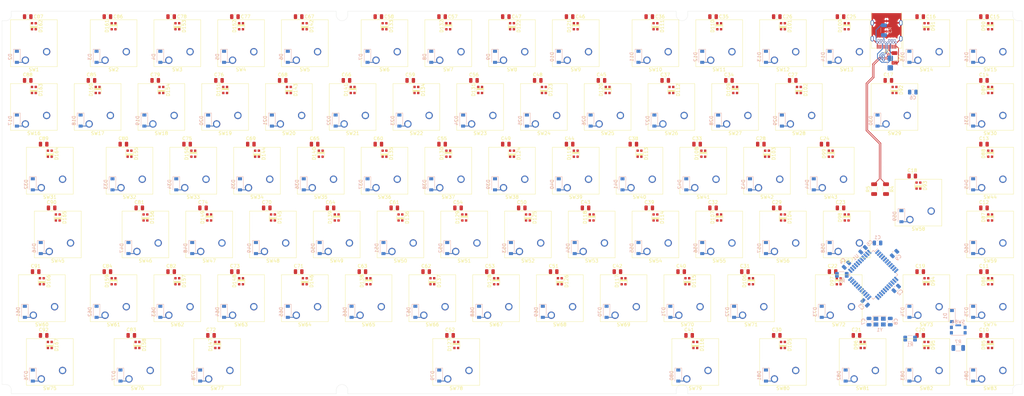
<source format=kicad_pcb>
(kicad_pcb (version 20171130) (host pcbnew 5.1.5+dfsg1-2build2)

  (general
    (thickness 1.6)
    (drawings 32)
    (tracks 261)
    (zones 0)
    (modules 362)
    (nets 216)
  )

  (page A3)
  (layers
    (0 F.Cu signal)
    (31 B.Cu signal)
    (32 B.Adhes user)
    (33 F.Adhes user)
    (34 B.Paste user)
    (35 F.Paste user)
    (36 B.SilkS user)
    (37 F.SilkS user)
    (38 B.Mask user)
    (39 F.Mask user)
    (40 Dwgs.User user)
    (41 Cmts.User user)
    (42 Eco1.User user)
    (43 Eco2.User user)
    (44 Edge.Cuts user)
    (45 Margin user)
    (46 B.CrtYd user)
    (47 F.CrtYd user)
    (48 B.Fab user)
    (49 F.Fab user)
  )

  (setup
    (last_trace_width 0.25)
    (trace_clearance 0.2)
    (zone_clearance 0.508)
    (zone_45_only no)
    (trace_min 0.2)
    (via_size 0.8)
    (via_drill 0.4)
    (via_min_size 0.6)
    (via_min_drill 0.3)
    (uvia_size 0.3)
    (uvia_drill 0.1)
    (uvias_allowed no)
    (uvia_min_size 0.2)
    (uvia_min_drill 0.1)
    (edge_width 0.05)
    (segment_width 0.2)
    (pcb_text_width 0.3)
    (pcb_text_size 1.5 1.5)
    (mod_edge_width 0.12)
    (mod_text_size 1 1)
    (mod_text_width 0.15)
    (pad_size 1.7 0.55)
    (pad_drill 0)
    (pad_to_mask_clearance 0.051)
    (solder_mask_min_width 0.25)
    (aux_axis_origin 0 0)
    (visible_elements FFFFF77F)
    (pcbplotparams
      (layerselection 0x010fc_ffffffff)
      (usegerberextensions false)
      (usegerberattributes false)
      (usegerberadvancedattributes false)
      (creategerberjobfile false)
      (excludeedgelayer true)
      (linewidth 0.100000)
      (plotframeref false)
      (viasonmask false)
      (mode 1)
      (useauxorigin false)
      (hpglpennumber 1)
      (hpglpenspeed 20)
      (hpglpendiameter 15.000000)
      (psnegative false)
      (psa4output false)
      (plotreference true)
      (plotvalue true)
      (plotinvisibletext false)
      (padsonsilk false)
      (subtractmaskfromsilk false)
      (outputformat 1)
      (mirror false)
      (drillshape 1)
      (scaleselection 1)
      (outputdirectory ""))
  )

  (net 0 "")
  (net 1 GND)
  (net 2 +5V)
  (net 3 "Net-(C7-Pad1)")
  (net 4 "Net-(C8-Pad2)")
  (net 5 "Net-(C9-Pad1)")
  (net 6 RST)
  (net 7 ROW0)
  (net 8 "Net-(D2-Pad2)")
  (net 9 "Net-(D3-Pad2)")
  (net 10 "Net-(D4-Pad2)")
  (net 11 "Net-(D5-Pad2)")
  (net 12 "Net-(D6-Pad2)")
  (net 13 "Net-(D7-Pad2)")
  (net 14 "Net-(D8-Pad2)")
  (net 15 "Net-(D9-Pad2)")
  (net 16 "Net-(D10-Pad2)")
  (net 17 "Net-(D11-Pad2)")
  (net 18 "Net-(D12-Pad2)")
  (net 19 "Net-(D13-Pad2)")
  (net 20 "Net-(D14-Pad2)")
  (net 21 "Net-(D15-Pad2)")
  (net 22 "Net-(D16-Pad2)")
  (net 23 ROW1)
  (net 24 "Net-(D17-Pad2)")
  (net 25 "Net-(D18-Pad2)")
  (net 26 "Net-(D19-Pad2)")
  (net 27 "Net-(D20-Pad2)")
  (net 28 "Net-(D21-Pad2)")
  (net 29 "Net-(D22-Pad2)")
  (net 30 "Net-(D23-Pad2)")
  (net 31 "Net-(D24-Pad2)")
  (net 32 "Net-(D25-Pad2)")
  (net 33 "Net-(D26-Pad2)")
  (net 34 "Net-(D27-Pad2)")
  (net 35 "Net-(D28-Pad2)")
  (net 36 "Net-(D29-Pad2)")
  (net 37 "Net-(D30-Pad2)")
  (net 38 "Net-(D31-Pad2)")
  (net 39 "Net-(D32-Pad2)")
  (net 40 ROW2)
  (net 41 "Net-(D33-Pad2)")
  (net 42 "Net-(D34-Pad2)")
  (net 43 "Net-(D35-Pad2)")
  (net 44 "Net-(D36-Pad2)")
  (net 45 "Net-(D37-Pad2)")
  (net 46 "Net-(D38-Pad2)")
  (net 47 "Net-(D39-Pad2)")
  (net 48 "Net-(D40-Pad2)")
  (net 49 "Net-(D41-Pad2)")
  (net 50 "Net-(D42-Pad2)")
  (net 51 "Net-(D43-Pad2)")
  (net 52 "Net-(D44-Pad2)")
  (net 53 "Net-(D45-Pad2)")
  (net 54 "Net-(D46-Pad2)")
  (net 55 ROW3)
  (net 56 "Net-(D47-Pad2)")
  (net 57 "Net-(D48-Pad2)")
  (net 58 "Net-(D49-Pad2)")
  (net 59 "Net-(D50-Pad2)")
  (net 60 "Net-(D51-Pad2)")
  (net 61 "Net-(D52-Pad2)")
  (net 62 "Net-(D53-Pad2)")
  (net 63 "Net-(D54-Pad2)")
  (net 64 "Net-(D55-Pad2)")
  (net 65 "Net-(D56-Pad2)")
  (net 66 "Net-(D57-Pad2)")
  (net 67 "Net-(D58-Pad2)")
  (net 68 "Net-(D59-Pad2)")
  (net 69 "Net-(D60-Pad2)")
  (net 70 ROW4)
  (net 71 "Net-(D61-Pad2)")
  (net 72 "Net-(D62-Pad2)")
  (net 73 "Net-(D63-Pad2)")
  (net 74 "Net-(D64-Pad2)")
  (net 75 "Net-(D65-Pad2)")
  (net 76 "Net-(D66-Pad2)")
  (net 77 "Net-(D67-Pad2)")
  (net 78 "Net-(D68-Pad2)")
  (net 79 "Net-(D69-Pad2)")
  (net 80 "Net-(D70-Pad2)")
  (net 81 "Net-(D71-Pad2)")
  (net 82 "Net-(D72-Pad2)")
  (net 83 "Net-(D73-Pad2)")
  (net 84 "Net-(D74-Pad2)")
  (net 85 "Net-(D75-Pad2)")
  (net 86 ROW5)
  (net 87 "Net-(D76-Pad2)")
  (net 88 "Net-(D77-Pad2)")
  (net 89 "Net-(D78-Pad2)")
  (net 90 "Net-(D79-Pad2)")
  (net 91 "Net-(D80-Pad2)")
  (net 92 "Net-(D81-Pad2)")
  (net 93 "Net-(D82-Pad2)")
  (net 94 "Net-(D83-Pad2)")
  (net 95 "Net-(D84-Pad2)")
  (net 96 "Net-(D85-Pad2)")
  (net 97 DIN)
  (net 98 "Net-(D86-Pad2)")
  (net 99 "Net-(D87-Pad2)")
  (net 100 "Net-(D88-Pad2)")
  (net 101 "Net-(D89-Pad2)")
  (net 102 "Net-(D90-Pad2)")
  (net 103 "Net-(D91-Pad2)")
  (net 104 "Net-(D92-Pad2)")
  (net 105 "Net-(D93-Pad2)")
  (net 106 "Net-(D94-Pad2)")
  (net 107 "Net-(D95-Pad2)")
  (net 108 "Net-(D96-Pad2)")
  (net 109 "Net-(D97-Pad2)")
  (net 110 "Net-(D98-Pad2)")
  (net 111 "Net-(D100-Pad4)")
  (net 112 "Net-(D100-Pad2)")
  (net 113 "Net-(D101-Pad2)")
  (net 114 "Net-(D102-Pad2)")
  (net 115 "Net-(D103-Pad2)")
  (net 116 "Net-(D104-Pad2)")
  (net 117 "Net-(D105-Pad2)")
  (net 118 "Net-(D106-Pad2)")
  (net 119 "Net-(D107-Pad2)")
  (net 120 "Net-(D108-Pad2)")
  (net 121 "Net-(D109-Pad2)")
  (net 122 "Net-(D110-Pad2)")
  (net 123 "Net-(D111-Pad2)")
  (net 124 "Net-(D112-Pad2)")
  (net 125 "Net-(D113-Pad2)")
  (net 126 "Net-(D114-Pad2)")
  (net 127 "Net-(D115-Pad2)")
  (net 128 "Net-(D116-Pad2)")
  (net 129 "Net-(D117-Pad2)")
  (net 130 "Net-(D118-Pad2)")
  (net 131 "Net-(D119-Pad2)")
  (net 132 "Net-(D120-Pad2)")
  (net 133 "Net-(D121-Pad2)")
  (net 134 "Net-(D122-Pad2)")
  (net 135 "Net-(D123-Pad2)")
  (net 136 "Net-(D124-Pad2)")
  (net 137 "Net-(D125-Pad2)")
  (net 138 "Net-(D126-Pad2)")
  (net 139 "Net-(D127-Pad2)")
  (net 140 "Net-(D128-Pad2)")
  (net 141 "Net-(D129-Pad2)")
  (net 142 "Net-(D130-Pad2)")
  (net 143 "Net-(D131-Pad2)")
  (net 144 "Net-(D132-Pad2)")
  (net 145 "Net-(D133-Pad2)")
  (net 146 "Net-(D134-Pad2)")
  (net 147 "Net-(D135-Pad2)")
  (net 148 "Net-(D136-Pad2)")
  (net 149 "Net-(D137-Pad2)")
  (net 150 "Net-(D138-Pad2)")
  (net 151 "Net-(D139-Pad2)")
  (net 152 "Net-(D140-Pad2)")
  (net 153 "Net-(D141-Pad2)")
  (net 154 "Net-(D142-Pad2)")
  (net 155 "Net-(D143-Pad2)")
  (net 156 "Net-(D144-Pad2)")
  (net 157 "Net-(D145-Pad2)")
  (net 158 "Net-(D146-Pad2)")
  (net 159 "Net-(D147-Pad2)")
  (net 160 "Net-(D148-Pad2)")
  (net 161 "Net-(D149-Pad2)")
  (net 162 "Net-(D150-Pad2)")
  (net 163 "Net-(D151-Pad2)")
  (net 164 "Net-(D152-Pad2)")
  (net 165 "Net-(D153-Pad2)")
  (net 166 "Net-(D154-Pad2)")
  (net 167 "Net-(D155-Pad2)")
  (net 168 "Net-(D156-Pad2)")
  (net 169 "Net-(D157-Pad2)")
  (net 170 "Net-(D158-Pad2)")
  (net 171 "Net-(D159-Pad2)")
  (net 172 "Net-(D160-Pad2)")
  (net 173 "Net-(D161-Pad2)")
  (net 174 "Net-(D162-Pad2)")
  (net 175 "Net-(D163-Pad2)")
  (net 176 "Net-(D164-Pad2)")
  (net 177 "Net-(D165-Pad2)")
  (net 178 "Net-(D166-Pad2)")
  (net 179 "Net-(D167-Pad2)")
  (net 180 "Net-(F1-Pad2)")
  (net 181 COL02)
  (net 182 COL00)
  (net 183 COL01)
  (net 184 D-)
  (net 185 D+)
  (net 186 "Net-(R6-Pad2)")
  (net 187 COL03)
  (net 188 COL04)
  (net 189 COL06)
  (net 190 COL07)
  (net 191 COL08)
  (net 192 COL09)
  (net 193 COL10)
  (net 194 COL11)
  (net 195 COL12)
  (net 196 COL13)
  (net 197 COL14)
  (net 198 COL15)
  (net 199 COL05)
  (net 200 "Net-(U1-Pad1)")
  (net 201 "Net-(U1-Pad42)")
  (net 202 "Net-(R7-Pad2)")
  (net 203 "Net-(J1-PadB11)")
  (net 204 "Net-(J1-PadB2)")
  (net 205 "Net-(J1-PadB5)")
  (net 206 "Net-(J1-PadB8)")
  (net 207 "Net-(J1-PadB3)")
  (net 208 "Net-(J1-PadB10)")
  (net 209 "Net-(J1-PadA2)")
  (net 210 "Net-(J1-PadA3)")
  (net 211 "Net-(J1-PadA5)")
  (net 212 "Net-(J1-PadA8)")
  (net 213 "Net-(J1-PadA10)")
  (net 214 "Net-(J1-PadA11)")
  (net 215 "Net-(U1-Pad41)")

  (net_class Default "Dies ist die voreingestellte Netzklasse."
    (clearance 0.2)
    (trace_width 0.25)
    (via_dia 0.8)
    (via_drill 0.4)
    (uvia_dia 0.3)
    (uvia_drill 0.1)
    (add_net +5V)
    (add_net COL00)
    (add_net COL01)
    (add_net COL02)
    (add_net COL03)
    (add_net COL04)
    (add_net COL05)
    (add_net COL06)
    (add_net COL07)
    (add_net COL08)
    (add_net COL09)
    (add_net COL10)
    (add_net COL11)
    (add_net COL12)
    (add_net COL13)
    (add_net COL14)
    (add_net COL15)
    (add_net D+)
    (add_net D-)
    (add_net DIN)
    (add_net GND)
    (add_net "Net-(C7-Pad1)")
    (add_net "Net-(C8-Pad2)")
    (add_net "Net-(C9-Pad1)")
    (add_net "Net-(D10-Pad2)")
    (add_net "Net-(D100-Pad2)")
    (add_net "Net-(D100-Pad4)")
    (add_net "Net-(D101-Pad2)")
    (add_net "Net-(D102-Pad2)")
    (add_net "Net-(D103-Pad2)")
    (add_net "Net-(D104-Pad2)")
    (add_net "Net-(D105-Pad2)")
    (add_net "Net-(D106-Pad2)")
    (add_net "Net-(D107-Pad2)")
    (add_net "Net-(D108-Pad2)")
    (add_net "Net-(D109-Pad2)")
    (add_net "Net-(D11-Pad2)")
    (add_net "Net-(D110-Pad2)")
    (add_net "Net-(D111-Pad2)")
    (add_net "Net-(D112-Pad2)")
    (add_net "Net-(D113-Pad2)")
    (add_net "Net-(D114-Pad2)")
    (add_net "Net-(D115-Pad2)")
    (add_net "Net-(D116-Pad2)")
    (add_net "Net-(D117-Pad2)")
    (add_net "Net-(D118-Pad2)")
    (add_net "Net-(D119-Pad2)")
    (add_net "Net-(D12-Pad2)")
    (add_net "Net-(D120-Pad2)")
    (add_net "Net-(D121-Pad2)")
    (add_net "Net-(D122-Pad2)")
    (add_net "Net-(D123-Pad2)")
    (add_net "Net-(D124-Pad2)")
    (add_net "Net-(D125-Pad2)")
    (add_net "Net-(D126-Pad2)")
    (add_net "Net-(D127-Pad2)")
    (add_net "Net-(D128-Pad2)")
    (add_net "Net-(D129-Pad2)")
    (add_net "Net-(D13-Pad2)")
    (add_net "Net-(D130-Pad2)")
    (add_net "Net-(D131-Pad2)")
    (add_net "Net-(D132-Pad2)")
    (add_net "Net-(D133-Pad2)")
    (add_net "Net-(D134-Pad2)")
    (add_net "Net-(D135-Pad2)")
    (add_net "Net-(D136-Pad2)")
    (add_net "Net-(D137-Pad2)")
    (add_net "Net-(D138-Pad2)")
    (add_net "Net-(D139-Pad2)")
    (add_net "Net-(D14-Pad2)")
    (add_net "Net-(D140-Pad2)")
    (add_net "Net-(D141-Pad2)")
    (add_net "Net-(D142-Pad2)")
    (add_net "Net-(D143-Pad2)")
    (add_net "Net-(D144-Pad2)")
    (add_net "Net-(D145-Pad2)")
    (add_net "Net-(D146-Pad2)")
    (add_net "Net-(D147-Pad2)")
    (add_net "Net-(D148-Pad2)")
    (add_net "Net-(D149-Pad2)")
    (add_net "Net-(D15-Pad2)")
    (add_net "Net-(D150-Pad2)")
    (add_net "Net-(D151-Pad2)")
    (add_net "Net-(D152-Pad2)")
    (add_net "Net-(D153-Pad2)")
    (add_net "Net-(D154-Pad2)")
    (add_net "Net-(D155-Pad2)")
    (add_net "Net-(D156-Pad2)")
    (add_net "Net-(D157-Pad2)")
    (add_net "Net-(D158-Pad2)")
    (add_net "Net-(D159-Pad2)")
    (add_net "Net-(D16-Pad2)")
    (add_net "Net-(D160-Pad2)")
    (add_net "Net-(D161-Pad2)")
    (add_net "Net-(D162-Pad2)")
    (add_net "Net-(D163-Pad2)")
    (add_net "Net-(D164-Pad2)")
    (add_net "Net-(D165-Pad2)")
    (add_net "Net-(D166-Pad2)")
    (add_net "Net-(D167-Pad2)")
    (add_net "Net-(D17-Pad2)")
    (add_net "Net-(D18-Pad2)")
    (add_net "Net-(D19-Pad2)")
    (add_net "Net-(D2-Pad2)")
    (add_net "Net-(D20-Pad2)")
    (add_net "Net-(D21-Pad2)")
    (add_net "Net-(D22-Pad2)")
    (add_net "Net-(D23-Pad2)")
    (add_net "Net-(D24-Pad2)")
    (add_net "Net-(D25-Pad2)")
    (add_net "Net-(D26-Pad2)")
    (add_net "Net-(D27-Pad2)")
    (add_net "Net-(D28-Pad2)")
    (add_net "Net-(D29-Pad2)")
    (add_net "Net-(D3-Pad2)")
    (add_net "Net-(D30-Pad2)")
    (add_net "Net-(D31-Pad2)")
    (add_net "Net-(D32-Pad2)")
    (add_net "Net-(D33-Pad2)")
    (add_net "Net-(D34-Pad2)")
    (add_net "Net-(D35-Pad2)")
    (add_net "Net-(D36-Pad2)")
    (add_net "Net-(D37-Pad2)")
    (add_net "Net-(D38-Pad2)")
    (add_net "Net-(D39-Pad2)")
    (add_net "Net-(D4-Pad2)")
    (add_net "Net-(D40-Pad2)")
    (add_net "Net-(D41-Pad2)")
    (add_net "Net-(D42-Pad2)")
    (add_net "Net-(D43-Pad2)")
    (add_net "Net-(D44-Pad2)")
    (add_net "Net-(D45-Pad2)")
    (add_net "Net-(D46-Pad2)")
    (add_net "Net-(D47-Pad2)")
    (add_net "Net-(D48-Pad2)")
    (add_net "Net-(D49-Pad2)")
    (add_net "Net-(D5-Pad2)")
    (add_net "Net-(D50-Pad2)")
    (add_net "Net-(D51-Pad2)")
    (add_net "Net-(D52-Pad2)")
    (add_net "Net-(D53-Pad2)")
    (add_net "Net-(D54-Pad2)")
    (add_net "Net-(D55-Pad2)")
    (add_net "Net-(D56-Pad2)")
    (add_net "Net-(D57-Pad2)")
    (add_net "Net-(D58-Pad2)")
    (add_net "Net-(D59-Pad2)")
    (add_net "Net-(D6-Pad2)")
    (add_net "Net-(D60-Pad2)")
    (add_net "Net-(D61-Pad2)")
    (add_net "Net-(D62-Pad2)")
    (add_net "Net-(D63-Pad2)")
    (add_net "Net-(D64-Pad2)")
    (add_net "Net-(D65-Pad2)")
    (add_net "Net-(D66-Pad2)")
    (add_net "Net-(D67-Pad2)")
    (add_net "Net-(D68-Pad2)")
    (add_net "Net-(D69-Pad2)")
    (add_net "Net-(D7-Pad2)")
    (add_net "Net-(D70-Pad2)")
    (add_net "Net-(D71-Pad2)")
    (add_net "Net-(D72-Pad2)")
    (add_net "Net-(D73-Pad2)")
    (add_net "Net-(D74-Pad2)")
    (add_net "Net-(D75-Pad2)")
    (add_net "Net-(D76-Pad2)")
    (add_net "Net-(D77-Pad2)")
    (add_net "Net-(D78-Pad2)")
    (add_net "Net-(D79-Pad2)")
    (add_net "Net-(D8-Pad2)")
    (add_net "Net-(D80-Pad2)")
    (add_net "Net-(D81-Pad2)")
    (add_net "Net-(D82-Pad2)")
    (add_net "Net-(D83-Pad2)")
    (add_net "Net-(D84-Pad2)")
    (add_net "Net-(D85-Pad2)")
    (add_net "Net-(D86-Pad2)")
    (add_net "Net-(D87-Pad2)")
    (add_net "Net-(D88-Pad2)")
    (add_net "Net-(D89-Pad2)")
    (add_net "Net-(D9-Pad2)")
    (add_net "Net-(D90-Pad2)")
    (add_net "Net-(D91-Pad2)")
    (add_net "Net-(D92-Pad2)")
    (add_net "Net-(D93-Pad2)")
    (add_net "Net-(D94-Pad2)")
    (add_net "Net-(D95-Pad2)")
    (add_net "Net-(D96-Pad2)")
    (add_net "Net-(D97-Pad2)")
    (add_net "Net-(D98-Pad2)")
    (add_net "Net-(F1-Pad2)")
    (add_net "Net-(J1-PadA10)")
    (add_net "Net-(J1-PadA11)")
    (add_net "Net-(J1-PadA2)")
    (add_net "Net-(J1-PadA3)")
    (add_net "Net-(J1-PadA5)")
    (add_net "Net-(J1-PadA8)")
    (add_net "Net-(J1-PadB10)")
    (add_net "Net-(J1-PadB11)")
    (add_net "Net-(J1-PadB2)")
    (add_net "Net-(J1-PadB3)")
    (add_net "Net-(J1-PadB5)")
    (add_net "Net-(J1-PadB8)")
    (add_net "Net-(R6-Pad2)")
    (add_net "Net-(R7-Pad2)")
    (add_net "Net-(U1-Pad1)")
    (add_net "Net-(U1-Pad41)")
    (add_net "Net-(U1-Pad42)")
    (add_net ROW0)
    (add_net ROW1)
    (add_net ROW2)
    (add_net ROW3)
    (add_net ROW4)
    (add_net ROW5)
    (add_net RST)
  )

  (module MountingHole:MountingHole_3.2mm_M3 (layer F.Cu) (tedit 60E8488E) (tstamp 60E8A97D)
    (at 341.8 151.3)
    (descr "Mounting Hole 3.4mm, no annular, M3")
    (tags "mounting hole 3.4mm no annular m3")
    (attr virtual)
    (fp_text reference REF** (at 0 -4.2) (layer F.SilkS) hide
      (effects (font (size 1 1) (thickness 0.15)))
    )
    (fp_text value MountingHole_3.4mm_M3 (at 0 4.2) (layer F.Fab) hide
      (effects (font (size 1 1) (thickness 0.15)))
    )
    (pad "" smd circle (at 0 0) (size 3.4 3.4) (layers *.Paste))
  )

  (module MountingHole:MountingHole_3.2mm_M3 (layer F.Cu) (tedit 60E8488E) (tstamp 60E8A94A)
    (at 341.8 39.2)
    (descr "Mounting Hole 3.4mm, no annular, M3")
    (tags "mounting hole 3.4mm no annular m3")
    (attr virtual)
    (fp_text reference REF** (at 0 -4.2) (layer F.SilkS) hide
      (effects (font (size 1 1) (thickness 0.15)))
    )
    (fp_text value MountingHole_3.4mm_M3 (at 0 4.2) (layer F.Fab) hide
      (effects (font (size 1 1) (thickness 0.15)))
    )
    (pad "" smd circle (at 0 0) (size 3.4 3.4) (layers *.Paste))
  )

  (module MountingHole:MountingHole_3.2mm_M3 (layer F.Cu) (tedit 60E8488E) (tstamp 60E8A92F)
    (at 39.2 151.3)
    (descr "Mounting Hole 3.4mm, no annular, M3")
    (tags "mounting hole 3.4mm no annular m3")
    (attr virtual)
    (fp_text reference REF** (at 0 -4.2) (layer F.SilkS) hide
      (effects (font (size 1 1) (thickness 0.15)))
    )
    (fp_text value MountingHole_3.4mm_M3 (at 0 4.2) (layer F.Fab) hide
      (effects (font (size 1 1) (thickness 0.15)))
    )
    (pad "" smd circle (at 0 0) (size 3.4 3.4) (layers *.Paste))
  )

  (module MountingHole:MountingHole_3.2mm_M3 (layer F.Cu) (tedit 60E8488E) (tstamp 60E8A8F8)
    (at 39.2 39.2)
    (descr "Mounting Hole 3.4mm, no annular, M3")
    (tags "mounting hole 3.4mm no annular m3")
    (attr virtual)
    (fp_text reference REF** (at 0 -4.2) (layer F.SilkS) hide
      (effects (font (size 1 1) (thickness 0.15)))
    )
    (fp_text value MountingHole_3.4mm_M3 (at 0 4.2) (layer F.Fab) hide
      (effects (font (size 1 1) (thickness 0.15)))
    )
    (pad "" smd circle (at 0 0) (size 3.4 3.4) (layers *.Paste))
  )

  (module MountingHole:MountingHole_3.2mm_M3 (layer F.Cu) (tedit 60E8488E) (tstamp 60E8A1A1)
    (at 241.3 151.3)
    (descr "Mounting Hole 3.4mm, no annular, M3")
    (tags "mounting hole 3.4mm no annular m3")
    (attr virtual)
    (fp_text reference REF** (at 0 -4.2) (layer F.SilkS) hide
      (effects (font (size 1 1) (thickness 0.15)))
    )
    (fp_text value MountingHole_3.4mm_M3 (at 0 4.2) (layer F.Fab) hide
      (effects (font (size 1 1) (thickness 0.15)))
    )
    (pad "" smd circle (at 0 0) (size 3.4 3.4) (layers *.Paste))
  )

  (module MountingHole:MountingHole_3.2mm_M3 (layer F.Cu) (tedit 60E8488E) (tstamp 60E8A18C)
    (at 139.7 151.3)
    (descr "Mounting Hole 3.4mm, no annular, M3")
    (tags "mounting hole 3.4mm no annular m3")
    (attr virtual)
    (fp_text reference REF** (at 0 -4.2) (layer F.SilkS) hide
      (effects (font (size 1 1) (thickness 0.15)))
    )
    (fp_text value MountingHole_3.4mm_M3 (at 0 4.2) (layer F.Fab) hide
      (effects (font (size 1 1) (thickness 0.15)))
    )
    (pad "" smd circle (at 0 0) (size 3.4 3.4) (layers *.Paste))
  )

  (module MountingHole:MountingHole_3.2mm_M3 (layer F.Cu) (tedit 60E8488E) (tstamp 60E8A17F)
    (at 241.3 39.2)
    (descr "Mounting Hole 3.4mm, no annular, M3")
    (tags "mounting hole 3.4mm no annular m3")
    (attr virtual)
    (fp_text reference REF** (at 0 -4.2) (layer F.SilkS) hide
      (effects (font (size 1 1) (thickness 0.15)))
    )
    (fp_text value MountingHole_3.4mm_M3 (at 0 4.2) (layer F.Fab) hide
      (effects (font (size 1 1) (thickness 0.15)))
    )
    (pad "" smd circle (at 0 0) (size 3.4 3.4) (layers *.Paste))
  )

  (module MountingHole:MountingHole_3.2mm_M3 (layer F.Cu) (tedit 60E8488E) (tstamp 60E89FD7)
    (at 139.7 39.2)
    (descr "Mounting Hole 3.4mm, no annular, M3")
    (tags "mounting hole 3.4mm no annular m3")
    (attr virtual)
    (fp_text reference REF** (at 0 -4.2) (layer F.SilkS) hide
      (effects (font (size 1 1) (thickness 0.15)))
    )
    (fp_text value MountingHole_3.4mm_M3 (at 0 4.2) (layer F.Fab) hide
      (effects (font (size 1 1) (thickness 0.15)))
    )
    (pad "" smd circle (at 0 0) (size 3.4 3.4) (layers *.Paste))
  )

  (module Crystal:Crystal_SMD_3225-4Pin_3.2x2.5mm (layer B.Cu) (tedit 5A0FD1B2) (tstamp 5F1B5622)
    (at 300.355 130.81)
    (descr "SMD Crystal SERIES SMD3225/4 http://www.txccrystal.com/images/pdf/7m-accuracy.pdf, 3.2x2.5mm^2 package")
    (tags "SMD SMT crystal")
    (path /5F294622)
    (attr smd)
    (fp_text reference Y1 (at 0 2.45) (layer B.SilkS)
      (effects (font (size 1 1) (thickness 0.15)) (justify mirror))
    )
    (fp_text value 16MHz (at 0 -2.45) (layer B.Fab)
      (effects (font (size 1 1) (thickness 0.15)) (justify mirror))
    )
    (fp_line (start -1.6 1.25) (end -1.6 -1.25) (layer B.Fab) (width 0.1))
    (fp_line (start -1.6 -1.25) (end 1.6 -1.25) (layer B.Fab) (width 0.1))
    (fp_line (start 1.6 -1.25) (end 1.6 1.25) (layer B.Fab) (width 0.1))
    (fp_line (start 1.6 1.25) (end -1.6 1.25) (layer B.Fab) (width 0.1))
    (fp_line (start -1.6 -0.25) (end -0.6 -1.25) (layer B.Fab) (width 0.1))
    (fp_line (start -2 1.65) (end -2 -1.65) (layer B.SilkS) (width 0.12))
    (fp_line (start -2 -1.65) (end 2 -1.65) (layer B.SilkS) (width 0.12))
    (fp_line (start -2.1 1.7) (end -2.1 -1.7) (layer B.CrtYd) (width 0.05))
    (fp_line (start -2.1 -1.7) (end 2.1 -1.7) (layer B.CrtYd) (width 0.05))
    (fp_line (start 2.1 -1.7) (end 2.1 1.7) (layer B.CrtYd) (width 0.05))
    (fp_line (start 2.1 1.7) (end -2.1 1.7) (layer B.CrtYd) (width 0.05))
    (fp_text user %R (at 0 0) (layer B.Fab)
      (effects (font (size 0.7 0.7) (thickness 0.105)) (justify mirror))
    )
    (pad 4 smd rect (at -1.1 0.85) (size 1.4 1.2) (layers B.Cu B.Paste B.Mask)
      (net 1 GND))
    (pad 3 smd rect (at 1.1 0.85) (size 1.4 1.2) (layers B.Cu B.Paste B.Mask)
      (net 4 "Net-(C8-Pad2)"))
    (pad 2 smd rect (at 1.1 -0.85) (size 1.4 1.2) (layers B.Cu B.Paste B.Mask)
      (net 1 GND))
    (pad 1 smd rect (at -1.1 -0.85) (size 1.4 1.2) (layers B.Cu B.Paste B.Mask)
      (net 3 "Net-(C7-Pad1)"))
    (model ${KISYS3DMOD}/Crystal.3dshapes/Crystal_SMD_3225-4Pin_3.2x2.5mm.wrl
      (at (xyz 0 0 0))
      (scale (xyz 1 1 1))
      (rotate (xyz 0 0 0))
    )
  )

  (module Button_Switch_SMD:SW_Push_1P1T-SH_NO_CK_KMR2xxG (layer B.Cu) (tedit 60E85E87) (tstamp 60EE10F7)
    (at 323.85 133.35 180)
    (descr "CK components KMR2 tactile switch with ground pin http://www.ckswitches.com/media/1479/kmr2.pdf")
    (tags "tactile switch kmr2")
    (path /60FEE33A)
    (attr smd)
    (fp_text reference SW84 (at 0 2.45) (layer B.SilkS)
      (effects (font (size 1 1) (thickness 0.15)) (justify mirror))
    )
    (fp_text value SW_Push (at 0 -2.55) (layer B.Fab)
      (effects (font (size 1 1) (thickness 0.15)) (justify mirror))
    )
    (fp_line (start -2.2 -0.05) (end -2.2 0.05) (layer B.SilkS) (width 0.12))
    (fp_line (start 2.2 1.55) (end 1.15 1.55) (layer B.SilkS) (width 0.12))
    (fp_line (start -2.2 -1.55) (end 2.2 -1.55) (layer B.SilkS) (width 0.12))
    (fp_circle (center 0 0) (end 0 -0.8) (layer B.Fab) (width 0.1))
    (fp_line (start -2.8 -1.8) (end -2.8 1.8) (layer B.CrtYd) (width 0.05))
    (fp_line (start 2.8 -1.8) (end -2.8 -1.8) (layer B.CrtYd) (width 0.05))
    (fp_line (start 2.8 1.8) (end 2.8 -1.8) (layer B.CrtYd) (width 0.05))
    (fp_line (start -2.8 1.8) (end 2.8 1.8) (layer B.CrtYd) (width 0.05))
    (fp_line (start 2.2 -0.05) (end 2.2 0.05) (layer B.SilkS) (width 0.12))
    (fp_line (start -2.1 -1.4) (end -2.1 1.4) (layer B.Fab) (width 0.1))
    (fp_line (start 2.1 -1.4) (end -2.1 -1.4) (layer B.Fab) (width 0.1))
    (fp_line (start 2.1 1.4) (end 2.1 -1.4) (layer B.Fab) (width 0.1))
    (fp_line (start -2.1 1.4) (end 2.1 1.4) (layer B.Fab) (width 0.1))
    (fp_line (start -1.15 1.55) (end -2.2 1.55) (layer B.SilkS) (width 0.12))
    (fp_text user %R (at 0 2.45) (layer B.Fab)
      (effects (font (size 1 1) (thickness 0.15)) (justify mirror))
    )
    (pad SH smd rect (at 0 1.425 180) (size 1.7 0.55) (layers B.Cu B.Paste B.Mask)
      (net 1 GND))
    (pad 1 smd rect (at -2.05 0.8 180) (size 0.9 1) (layers B.Cu B.Paste B.Mask)
      (net 6 RST))
    (pad 2 smd rect (at -2.05 -0.8 180) (size 0.9 1) (layers B.Cu B.Paste B.Mask)
      (net 1 GND))
    (pad 1 smd rect (at 2.05 0.8 180) (size 0.9 1) (layers B.Cu B.Paste B.Mask)
      (net 6 RST))
    (pad 2 smd rect (at 2.05 -0.8 180) (size 0.9 1) (layers B.Cu B.Paste B.Mask)
      (net 1 GND))
    (model ${KISYS3DMOD}/Button_Switch_SMD.3dshapes/SW_Push_1P1T-SH_NO_CK_KMR2xxG.wrl
      (at (xyz 0 0 0))
      (scale (xyz 1 1 1))
      (rotate (xyz 0 0 0))
    )
  )

  (module Resistor_SMD:R_1206_3216Metric (layer B.Cu) (tedit 5F68FEEE) (tstamp 5F26397F)
    (at 323.85 138.684 180)
    (descr "Resistor SMD 1206 (3216 Metric), square (rectangular) end terminal, IPC_7351 nominal, (Body size source: IPC-SM-782 page 72, https://www.pcb-3d.com/wordpress/wp-content/uploads/ipc-sm-782a_amendment_1_and_2.pdf), generated with kicad-footprint-generator")
    (tags resistor)
    (path /5F259898)
    (attr smd)
    (fp_text reference R7 (at 0 1.82) (layer B.SilkS)
      (effects (font (size 1 1) (thickness 0.15)) (justify mirror))
    )
    (fp_text value 470 (at 0 -1.82) (layer B.Fab)
      (effects (font (size 1 1) (thickness 0.15)) (justify mirror))
    )
    (fp_line (start -1.6 -0.8) (end -1.6 0.8) (layer B.Fab) (width 0.1))
    (fp_line (start -1.6 0.8) (end 1.6 0.8) (layer B.Fab) (width 0.1))
    (fp_line (start 1.6 0.8) (end 1.6 -0.8) (layer B.Fab) (width 0.1))
    (fp_line (start 1.6 -0.8) (end -1.6 -0.8) (layer B.Fab) (width 0.1))
    (fp_line (start -0.727064 0.91) (end 0.727064 0.91) (layer B.SilkS) (width 0.12))
    (fp_line (start -0.727064 -0.91) (end 0.727064 -0.91) (layer B.SilkS) (width 0.12))
    (fp_line (start -2.28 -1.12) (end -2.28 1.12) (layer B.CrtYd) (width 0.05))
    (fp_line (start -2.28 1.12) (end 2.28 1.12) (layer B.CrtYd) (width 0.05))
    (fp_line (start 2.28 1.12) (end 2.28 -1.12) (layer B.CrtYd) (width 0.05))
    (fp_line (start 2.28 -1.12) (end -2.28 -1.12) (layer B.CrtYd) (width 0.05))
    (fp_text user %R (at 0 0) (layer B.Fab)
      (effects (font (size 0.8 0.8) (thickness 0.12)) (justify mirror))
    )
    (pad 2 smd roundrect (at 1.4625 0 180) (size 1.125 1.75) (layers B.Cu B.Paste B.Mask) (roundrect_rratio 0.222222)
      (net 202 "Net-(R7-Pad2)"))
    (pad 1 smd roundrect (at -1.4625 0 180) (size 1.125 1.75) (layers B.Cu B.Paste B.Mask) (roundrect_rratio 0.222222)
      (net 97 DIN))
    (model ${KISYS3DMOD}/Resistor_SMD.3dshapes/R_1206_3216Metric.wrl
      (at (xyz 0 0 0))
      (scale (xyz 1 1 1))
      (rotate (xyz 0 0 0))
    )
  )

  (module Resistor_SMD:R_1206_3216Metric (layer B.Cu) (tedit 5F68FEEE) (tstamp 60E9470B)
    (at 289.052 116.84)
    (descr "Resistor SMD 1206 (3216 Metric), square (rectangular) end terminal, IPC_7351 nominal, (Body size source: IPC-SM-782 page 72, https://www.pcb-3d.com/wordpress/wp-content/uploads/ipc-sm-782a_amendment_1_and_2.pdf), generated with kicad-footprint-generator")
    (tags resistor)
    (path /5F0D539D)
    (attr smd)
    (fp_text reference R6 (at 0 1.82) (layer B.SilkS)
      (effects (font (size 1 1) (thickness 0.15)) (justify mirror))
    )
    (fp_text value 10k (at 0 -1.82) (layer B.Fab)
      (effects (font (size 1 1) (thickness 0.15)) (justify mirror))
    )
    (fp_line (start -1.6 -0.8) (end -1.6 0.8) (layer B.Fab) (width 0.1))
    (fp_line (start -1.6 0.8) (end 1.6 0.8) (layer B.Fab) (width 0.1))
    (fp_line (start 1.6 0.8) (end 1.6 -0.8) (layer B.Fab) (width 0.1))
    (fp_line (start 1.6 -0.8) (end -1.6 -0.8) (layer B.Fab) (width 0.1))
    (fp_line (start -0.727064 0.91) (end 0.727064 0.91) (layer B.SilkS) (width 0.12))
    (fp_line (start -0.727064 -0.91) (end 0.727064 -0.91) (layer B.SilkS) (width 0.12))
    (fp_line (start -2.28 -1.12) (end -2.28 1.12) (layer B.CrtYd) (width 0.05))
    (fp_line (start -2.28 1.12) (end 2.28 1.12) (layer B.CrtYd) (width 0.05))
    (fp_line (start 2.28 1.12) (end 2.28 -1.12) (layer B.CrtYd) (width 0.05))
    (fp_line (start 2.28 -1.12) (end -2.28 -1.12) (layer B.CrtYd) (width 0.05))
    (fp_text user %R (at 0 0) (layer B.Fab)
      (effects (font (size 0.8 0.8) (thickness 0.12)) (justify mirror))
    )
    (pad 2 smd roundrect (at 1.4625 0) (size 1.125 1.75) (layers B.Cu B.Paste B.Mask) (roundrect_rratio 0.222222)
      (net 186 "Net-(R6-Pad2)"))
    (pad 1 smd roundrect (at -1.4625 0) (size 1.125 1.75) (layers B.Cu B.Paste B.Mask) (roundrect_rratio 0.222222)
      (net 1 GND))
    (model ${KISYS3DMOD}/Resistor_SMD.3dshapes/R_1206_3216Metric.wrl
      (at (xyz 0 0 0))
      (scale (xyz 1 1 1))
      (rotate (xyz 0 0 0))
    )
  )

  (module Resistor_SMD:R_1206_3216Metric (layer F.Cu) (tedit 5F68FEEE) (tstamp 5F37A863)
    (at 298.704 91.2225 90)
    (descr "Resistor SMD 1206 (3216 Metric), square (rectangular) end terminal, IPC_7351 nominal, (Body size source: IPC-SM-782 page 72, https://www.pcb-3d.com/wordpress/wp-content/uploads/ipc-sm-782a_amendment_1_and_2.pdf), generated with kicad-footprint-generator")
    (tags resistor)
    (path /5F0B5901)
    (attr smd)
    (fp_text reference R5 (at 0 -1.82 90) (layer F.SilkS)
      (effects (font (size 1 1) (thickness 0.15)))
    )
    (fp_text value 22 (at 0 1.82 90) (layer F.Fab)
      (effects (font (size 1 1) (thickness 0.15)))
    )
    (fp_line (start -1.6 0.8) (end -1.6 -0.8) (layer F.Fab) (width 0.1))
    (fp_line (start -1.6 -0.8) (end 1.6 -0.8) (layer F.Fab) (width 0.1))
    (fp_line (start 1.6 -0.8) (end 1.6 0.8) (layer F.Fab) (width 0.1))
    (fp_line (start 1.6 0.8) (end -1.6 0.8) (layer F.Fab) (width 0.1))
    (fp_line (start -0.727064 -0.91) (end 0.727064 -0.91) (layer F.SilkS) (width 0.12))
    (fp_line (start -0.727064 0.91) (end 0.727064 0.91) (layer F.SilkS) (width 0.12))
    (fp_line (start -2.28 1.12) (end -2.28 -1.12) (layer F.CrtYd) (width 0.05))
    (fp_line (start -2.28 -1.12) (end 2.28 -1.12) (layer F.CrtYd) (width 0.05))
    (fp_line (start 2.28 -1.12) (end 2.28 1.12) (layer F.CrtYd) (width 0.05))
    (fp_line (start 2.28 1.12) (end -2.28 1.12) (layer F.CrtYd) (width 0.05))
    (fp_text user %R (at 0 0 90) (layer F.Fab)
      (effects (font (size 0.8 0.8) (thickness 0.12)))
    )
    (pad 2 smd roundrect (at 1.4625 0 90) (size 1.125 1.75) (layers F.Cu F.Paste F.Mask) (roundrect_rratio 0.222222)
      (net 184 D-))
    (pad 1 smd roundrect (at -1.4625 0 90) (size 1.125 1.75) (layers F.Cu F.Paste F.Mask) (roundrect_rratio 0.222222)
      (net 184 D-))
    (model ${KISYS3DMOD}/Resistor_SMD.3dshapes/R_1206_3216Metric.wrl
      (at (xyz 0 0 0))
      (scale (xyz 1 1 1))
      (rotate (xyz 0 0 0))
    )
  )

  (module Resistor_SMD:R_1206_3216Metric (layer F.Cu) (tedit 5F68FEEE) (tstamp 5F1B58E4)
    (at 302.26 91.2225 270)
    (descr "Resistor SMD 1206 (3216 Metric), square (rectangular) end terminal, IPC_7351 nominal, (Body size source: IPC-SM-782 page 72, https://www.pcb-3d.com/wordpress/wp-content/uploads/ipc-sm-782a_amendment_1_and_2.pdf), generated with kicad-footprint-generator")
    (tags resistor)
    (path /5F0AD349)
    (attr smd)
    (fp_text reference R4 (at 0 -1.82 90) (layer F.SilkS)
      (effects (font (size 1 1) (thickness 0.15)))
    )
    (fp_text value 22 (at 0 1.82 90) (layer F.Fab)
      (effects (font (size 1 1) (thickness 0.15)))
    )
    (fp_line (start -1.6 0.8) (end -1.6 -0.8) (layer F.Fab) (width 0.1))
    (fp_line (start -1.6 -0.8) (end 1.6 -0.8) (layer F.Fab) (width 0.1))
    (fp_line (start 1.6 -0.8) (end 1.6 0.8) (layer F.Fab) (width 0.1))
    (fp_line (start 1.6 0.8) (end -1.6 0.8) (layer F.Fab) (width 0.1))
    (fp_line (start -0.727064 -0.91) (end 0.727064 -0.91) (layer F.SilkS) (width 0.12))
    (fp_line (start -0.727064 0.91) (end 0.727064 0.91) (layer F.SilkS) (width 0.12))
    (fp_line (start -2.28 1.12) (end -2.28 -1.12) (layer F.CrtYd) (width 0.05))
    (fp_line (start -2.28 -1.12) (end 2.28 -1.12) (layer F.CrtYd) (width 0.05))
    (fp_line (start 2.28 -1.12) (end 2.28 1.12) (layer F.CrtYd) (width 0.05))
    (fp_line (start 2.28 1.12) (end -2.28 1.12) (layer F.CrtYd) (width 0.05))
    (fp_text user %R (at 0 0 90) (layer F.Fab)
      (effects (font (size 0.8 0.8) (thickness 0.12)))
    )
    (pad 2 smd roundrect (at 1.4625 0 270) (size 1.125 1.75) (layers F.Cu F.Paste F.Mask) (roundrect_rratio 0.222222)
      (net 185 D+))
    (pad 1 smd roundrect (at -1.4625 0 270) (size 1.125 1.75) (layers F.Cu F.Paste F.Mask) (roundrect_rratio 0.222222)
      (net 185 D+))
    (model ${KISYS3DMOD}/Resistor_SMD.3dshapes/R_1206_3216Metric.wrl
      (at (xyz 0 0 0))
      (scale (xyz 1 1 1))
      (rotate (xyz 0 0 0))
    )
  )

  (module Resistor_SMD:R_1206_3216Metric (layer B.Cu) (tedit 5F68FEEE) (tstamp 5F164238)
    (at 301.625 43.7245 90)
    (descr "Resistor SMD 1206 (3216 Metric), square (rectangular) end terminal, IPC_7351 nominal, (Body size source: IPC-SM-782 page 72, https://www.pcb-3d.com/wordpress/wp-content/uploads/ipc-sm-782a_amendment_1_and_2.pdf), generated with kicad-footprint-generator")
    (tags resistor)
    (path /5F030D08)
    (attr smd)
    (fp_text reference R3 (at 0 1.82 90) (layer B.SilkS)
      (effects (font (size 1 1) (thickness 0.15)) (justify mirror))
    )
    (fp_text value 5.1k (at 0 -1.82 90) (layer B.Fab)
      (effects (font (size 1 1) (thickness 0.15)) (justify mirror))
    )
    (fp_line (start -1.6 -0.8) (end -1.6 0.8) (layer B.Fab) (width 0.1))
    (fp_line (start -1.6 0.8) (end 1.6 0.8) (layer B.Fab) (width 0.1))
    (fp_line (start 1.6 0.8) (end 1.6 -0.8) (layer B.Fab) (width 0.1))
    (fp_line (start 1.6 -0.8) (end -1.6 -0.8) (layer B.Fab) (width 0.1))
    (fp_line (start -0.727064 0.91) (end 0.727064 0.91) (layer B.SilkS) (width 0.12))
    (fp_line (start -0.727064 -0.91) (end 0.727064 -0.91) (layer B.SilkS) (width 0.12))
    (fp_line (start -2.28 -1.12) (end -2.28 1.12) (layer B.CrtYd) (width 0.05))
    (fp_line (start -2.28 1.12) (end 2.28 1.12) (layer B.CrtYd) (width 0.05))
    (fp_line (start 2.28 1.12) (end 2.28 -1.12) (layer B.CrtYd) (width 0.05))
    (fp_line (start 2.28 -1.12) (end -2.28 -1.12) (layer B.CrtYd) (width 0.05))
    (fp_text user %R (at 0 0 90) (layer B.Fab)
      (effects (font (size 0.8 0.8) (thickness 0.12)) (justify mirror))
    )
    (pad 2 smd roundrect (at 1.4625 0 90) (size 1.125 1.75) (layers B.Cu B.Paste B.Mask) (roundrect_rratio 0.222222)
      (net 1 GND))
    (pad 1 smd roundrect (at -1.4625 0 90) (size 1.125 1.75) (layers B.Cu B.Paste B.Mask) (roundrect_rratio 0.222222)
      (net 205 "Net-(J1-PadB5)"))
    (model ${KISYS3DMOD}/Resistor_SMD.3dshapes/R_1206_3216Metric.wrl
      (at (xyz 0 0 0))
      (scale (xyz 1 1 1))
      (rotate (xyz 0 0 0))
    )
  )

  (module Resistor_SMD:R_1206_3216Metric (layer F.Cu) (tedit 5F68FEEE) (tstamp 5F1BFBDC)
    (at 304.8 52.0335 270)
    (descr "Resistor SMD 1206 (3216 Metric), square (rectangular) end terminal, IPC_7351 nominal, (Body size source: IPC-SM-782 page 72, https://www.pcb-3d.com/wordpress/wp-content/uploads/ipc-sm-782a_amendment_1_and_2.pdf), generated with kicad-footprint-generator")
    (tags resistor)
    (path /5F02FDA7)
    (attr smd)
    (fp_text reference R2 (at 0 -1.82 90) (layer F.SilkS)
      (effects (font (size 1 1) (thickness 0.15)))
    )
    (fp_text value 5.1k (at 0 1.82 90) (layer F.Fab)
      (effects (font (size 1 1) (thickness 0.15)))
    )
    (fp_line (start -1.6 0.8) (end -1.6 -0.8) (layer F.Fab) (width 0.1))
    (fp_line (start -1.6 -0.8) (end 1.6 -0.8) (layer F.Fab) (width 0.1))
    (fp_line (start 1.6 -0.8) (end 1.6 0.8) (layer F.Fab) (width 0.1))
    (fp_line (start 1.6 0.8) (end -1.6 0.8) (layer F.Fab) (width 0.1))
    (fp_line (start -0.727064 -0.91) (end 0.727064 -0.91) (layer F.SilkS) (width 0.12))
    (fp_line (start -0.727064 0.91) (end 0.727064 0.91) (layer F.SilkS) (width 0.12))
    (fp_line (start -2.28 1.12) (end -2.28 -1.12) (layer F.CrtYd) (width 0.05))
    (fp_line (start -2.28 -1.12) (end 2.28 -1.12) (layer F.CrtYd) (width 0.05))
    (fp_line (start 2.28 -1.12) (end 2.28 1.12) (layer F.CrtYd) (width 0.05))
    (fp_line (start 2.28 1.12) (end -2.28 1.12) (layer F.CrtYd) (width 0.05))
    (fp_text user %R (at 0 0 90) (layer F.Fab)
      (effects (font (size 0.8 0.8) (thickness 0.12)))
    )
    (pad 2 smd roundrect (at 1.4625 0 270) (size 1.125 1.75) (layers F.Cu F.Paste F.Mask) (roundrect_rratio 0.222222)
      (net 1 GND))
    (pad 1 smd roundrect (at -1.4625 0 270) (size 1.125 1.75) (layers F.Cu F.Paste F.Mask) (roundrect_rratio 0.222222)
      (net 211 "Net-(J1-PadA5)"))
    (model ${KISYS3DMOD}/Resistor_SMD.3dshapes/R_1206_3216Metric.wrl
      (at (xyz 0 0 0))
      (scale (xyz 1 1 1))
      (rotate (xyz 0 0 0))
    )
  )

  (module Resistor_SMD:R_1206_3216Metric (layer B.Cu) (tedit 5F68FEEE) (tstamp 5F1B5B5A)
    (at 309.4625 135.89)
    (descr "Resistor SMD 1206 (3216 Metric), square (rectangular) end terminal, IPC_7351 nominal, (Body size source: IPC-SM-782 page 72, https://www.pcb-3d.com/wordpress/wp-content/uploads/ipc-sm-782a_amendment_1_and_2.pdf), generated with kicad-footprint-generator")
    (tags resistor)
    (path /5F058934)
    (attr smd)
    (fp_text reference R1 (at 0 1.82) (layer B.SilkS)
      (effects (font (size 1 1) (thickness 0.15)) (justify mirror))
    )
    (fp_text value 10k (at 0 -1.82) (layer B.Fab)
      (effects (font (size 1 1) (thickness 0.15)) (justify mirror))
    )
    (fp_line (start -1.6 -0.8) (end -1.6 0.8) (layer B.Fab) (width 0.1))
    (fp_line (start -1.6 0.8) (end 1.6 0.8) (layer B.Fab) (width 0.1))
    (fp_line (start 1.6 0.8) (end 1.6 -0.8) (layer B.Fab) (width 0.1))
    (fp_line (start 1.6 -0.8) (end -1.6 -0.8) (layer B.Fab) (width 0.1))
    (fp_line (start -0.727064 0.91) (end 0.727064 0.91) (layer B.SilkS) (width 0.12))
    (fp_line (start -0.727064 -0.91) (end 0.727064 -0.91) (layer B.SilkS) (width 0.12))
    (fp_line (start -2.28 -1.12) (end -2.28 1.12) (layer B.CrtYd) (width 0.05))
    (fp_line (start -2.28 1.12) (end 2.28 1.12) (layer B.CrtYd) (width 0.05))
    (fp_line (start 2.28 1.12) (end 2.28 -1.12) (layer B.CrtYd) (width 0.05))
    (fp_line (start 2.28 -1.12) (end -2.28 -1.12) (layer B.CrtYd) (width 0.05))
    (fp_text user %R (at 0 0) (layer B.Fab)
      (effects (font (size 0.8 0.8) (thickness 0.12)) (justify mirror))
    )
    (pad 2 smd roundrect (at 1.4625 0) (size 1.125 1.75) (layers B.Cu B.Paste B.Mask) (roundrect_rratio 0.222222)
      (net 6 RST))
    (pad 1 smd roundrect (at -1.4625 0) (size 1.125 1.75) (layers B.Cu B.Paste B.Mask) (roundrect_rratio 0.222222)
      (net 2 +5V))
    (model ${KISYS3DMOD}/Resistor_SMD.3dshapes/R_1206_3216Metric.wrl
      (at (xyz 0 0 0))
      (scale (xyz 1 1 1))
      (rotate (xyz 0 0 0))
    )
  )

  (module kezboard-pcb:USB_C_Receptacle_Stewart_SS-52400-003 (layer F.Cu) (tedit 5F26DA6C) (tstamp 5F25978F)
    (at 302.41875 38.1 180)
    (descr https://belfuse.com/resources/drawings/stewartconnector/dr-stw-ss-52400-003.pdf)
    (path /5EFFEB48)
    (fp_text reference J1 (at 0 -11.9) (layer F.SilkS)
      (effects (font (size 1 1) (thickness 0.15)))
    )
    (fp_text value USB_C_Receptacle (at 0 2.54) (layer F.Fab)
      (effects (font (size 1 1) (thickness 0.15)))
    )
    (fp_line (start 4.49 -4.35) (end 4.49 -7.35) (layer F.SilkS) (width 0.12))
    (fp_line (start -4.49 -7.35) (end -4.49 -4.35) (layer F.SilkS) (width 0.12))
    (fp_line (start 4.49 -11) (end 3 -11) (layer F.SilkS) (width 0.12))
    (fp_line (start -4.49 -11) (end -4.49 -9) (layer F.SilkS) (width 0.12))
    (fp_line (start -3 -11) (end -4.49 -11) (layer F.SilkS) (width 0.12))
    (fp_line (start -5.08 -11.43) (end -5.08 1.27) (layer F.CrtYd) (width 0.05))
    (fp_line (start 5.08 1.27) (end 5.08 -11.43) (layer F.CrtYd) (width 0.05))
    (fp_line (start -4.37 0.95) (end 4.37 0.95) (layer F.Fab) (width 0.1))
    (fp_line (start -4.37 -10.88) (end -4.37 0.95) (layer F.Fab) (width 0.1))
    (fp_line (start 4.37 -10.88) (end -4.37 -10.88) (layer F.Fab) (width 0.1))
    (fp_line (start 4.37 0.95) (end 4.37 -10.88) (layer F.Fab) (width 0.1))
    (fp_line (start -2 0) (end 2 0) (layer Dwgs.User) (width 0.1))
    (fp_line (start -5.08 1.27) (end 5.08 1.27) (layer F.CrtYd) (width 0.05))
    (fp_line (start -5.08 -11.43) (end 5.08 -11.43) (layer F.CrtYd) (width 0.05))
    (fp_line (start 4.49 -9) (end 4.49 -11) (layer F.SilkS) (width 0.12))
    (fp_line (start 4.49 -0.21) (end 4.49 -2.55) (layer F.SilkS) (width 0.12))
    (fp_line (start -4.49 -2.55) (end -4.49 -0.21) (layer F.SilkS) (width 0.12))
    (fp_text user %R (at 0 -4.52) (layer F.Fab)
      (effects (font (size 1 1) (thickness 0.15)))
    )
    (fp_text user "PCB Edge" (at 0 -0.5) (layer Dwgs.User)
      (effects (font (size 0.5 0.5) (thickness 0.1)))
    )
    (pad B11 thru_hole circle (at -2.4 -8.62 180) (size 0.65 0.65) (drill 0.4) (layers *.Cu *.Mask)
      (net 203 "Net-(J1-PadB11)"))
    (pad B2 thru_hole circle (at 2.4 -8.62 180) (size 0.65 0.65) (drill 0.4) (layers *.Cu *.Mask)
      (net 204 "Net-(J1-PadB2)"))
    (pad B12 thru_hole circle (at -2.8 -9.33 180) (size 0.65 0.65) (drill 0.4) (layers *.Cu *.Mask)
      (net 1 GND))
    (pad B5 thru_hole circle (at 0.8 -8.62 180) (size 0.65 0.65) (drill 0.4) (layers *.Cu *.Mask)
      (net 205 "Net-(J1-PadB5)"))
    (pad B8 thru_hole circle (at -0.8 -8.62 180) (size 0.65 0.65) (drill 0.4) (layers *.Cu *.Mask)
      (net 206 "Net-(J1-PadB8)"))
    (pad B3 thru_hole circle (at 1.6 -8.62 180) (size 0.65 0.65) (drill 0.4) (layers *.Cu *.Mask)
      (net 207 "Net-(J1-PadB3)"))
    (pad B10 thru_hole circle (at -1.6 -8.62 180) (size 0.65 0.65) (drill 0.4) (layers *.Cu *.Mask)
      (net 208 "Net-(J1-PadB10)"))
    (pad B1 thru_hole circle (at 2.8 -9.33 180) (size 0.65 0.65) (drill 0.4) (layers *.Cu *.Mask)
      (net 1 GND))
    (pad S1 thru_hole circle (at -2 -9.33 180) (size 0.65 0.65) (drill 0.4) (layers *.Cu *.Mask)
      (net 1 GND))
    (pad S1 thru_hole circle (at 2 -9.33 180) (size 0.65 0.65) (drill 0.4) (layers *.Cu *.Mask)
      (net 1 GND))
    (pad B9 thru_hole circle (at -1.2 -9.33 180) (size 0.65 0.65) (drill 0.4) (layers *.Cu *.Mask)
      (net 180 "Net-(F1-Pad2)"))
    (pad B4 thru_hole circle (at 1.2 -9.33 180) (size 0.65 0.65) (drill 0.4) (layers *.Cu *.Mask)
      (net 180 "Net-(F1-Pad2)"))
    (pad B7 thru_hole circle (at -0.4 -9.33 180) (size 0.65 0.65) (drill 0.4) (layers *.Cu *.Mask)
      (net 184 D-))
    (pad B6 thru_hole circle (at 0.4 -9.33 180) (size 0.65 0.65) (drill 0.4) (layers *.Cu *.Mask)
      (net 185 D+))
    (pad S1 smd rect (at 0 -6 180) (size 0.2 1) (layers F.Cu F.Paste F.Mask)
      (net 1 GND))
    (pad S1 smd rect (at 0 -2.9 180) (size 0.2 1) (layers F.Cu F.Paste F.Mask)
      (net 1 GND))
    (pad S1 thru_hole oval (at 4.27 -8.18 180) (size 1 1.6) (drill oval 0.6 1.2) (layers *.Cu *.Mask)
      (net 1 GND))
    (pad S1 thru_hole oval (at -4.27 -8.18 180) (size 1 1.6) (drill oval 0.6 1.2) (layers *.Cu *.Mask)
      (net 1 GND))
    (pad S1 thru_hole oval (at -4.27 -3.45 180) (size 1 1.6) (drill oval 0.6 1.2) (layers *.Cu *.Mask)
      (net 1 GND))
    (pad S1 thru_hole oval (at 4.27 -3.45 180) (size 1 1.6) (drill oval 0.6 1.2) (layers *.Cu *.Mask)
      (net 1 GND))
    (pad A1 smd rect (at -2.75 -10.58 180) (size 0.3 1.2) (layers F.Cu F.Paste F.Mask)
      (net 1 GND))
    (pad A2 smd rect (at -2.25 -10.58 180) (size 0.3 1.2) (layers F.Cu F.Paste F.Mask)
      (net 209 "Net-(J1-PadA2)"))
    (pad A3 smd rect (at -1.75 -10.58 180) (size 0.3 1.2) (layers F.Cu F.Paste F.Mask)
      (net 210 "Net-(J1-PadA3)"))
    (pad A4 smd rect (at -1.25 -10.58 180) (size 0.3 1.2) (layers F.Cu F.Paste F.Mask)
      (net 180 "Net-(F1-Pad2)"))
    (pad A5 smd rect (at -0.75 -10.58 180) (size 0.3 1.2) (layers F.Cu F.Paste F.Mask)
      (net 211 "Net-(J1-PadA5)"))
    (pad A6 smd rect (at -0.25 -10.58 180) (size 0.3 1.2) (layers F.Cu F.Paste F.Mask)
      (net 185 D+))
    (pad A7 smd rect (at 0.25 -10.58 180) (size 0.3 1.2) (layers F.Cu F.Paste F.Mask)
      (net 184 D-))
    (pad A8 smd rect (at 0.75 -10.58 180) (size 0.3 1.2) (layers F.Cu F.Paste F.Mask)
      (net 212 "Net-(J1-PadA8)"))
    (pad A9 smd rect (at 1.25 -10.58 180) (size 0.3 1.2) (layers F.Cu F.Paste F.Mask)
      (net 180 "Net-(F1-Pad2)"))
    (pad A10 smd rect (at 1.75 -10.58 180) (size 0.3 1.2) (layers F.Cu F.Paste F.Mask)
      (net 213 "Net-(J1-PadA10)"))
    (pad A11 smd rect (at 2.25 -10.58 180) (size 0.3 1.2) (layers F.Cu F.Paste F.Mask)
      (net 214 "Net-(J1-PadA11)"))
    (pad A12 smd rect (at 2.75 -10.58 180) (size 0.3 1.2) (layers F.Cu F.Paste F.Mask)
      (net 1 GND))
  )

  (module Fuse:Fuse_1206_3216Metric_Castellated (layer B.Cu) (tedit 5F68FEF1) (tstamp 5F1B54C6)
    (at 303.53 53.5575 90)
    (descr "Fuse SMD 1206 (3216 Metric), castellated end terminal, IPC_7351. (Body size source: http://www.tortai-tech.com/upload/download/2011102023233369053.pdf), generated with kicad-footprint-generator")
    (tags "fuse castellated")
    (path /5F286423)
    (attr smd)
    (fp_text reference F1 (at 0 1.78 90) (layer B.SilkS)
      (effects (font (size 1 1) (thickness 0.15)) (justify mirror))
    )
    (fp_text value 500mA (at 0 -1.78 90) (layer B.Fab)
      (effects (font (size 1 1) (thickness 0.15)) (justify mirror))
    )
    (fp_line (start -1.6 -0.8) (end -1.6 0.8) (layer B.Fab) (width 0.1))
    (fp_line (start -1.6 0.8) (end 1.6 0.8) (layer B.Fab) (width 0.1))
    (fp_line (start 1.6 0.8) (end 1.6 -0.8) (layer B.Fab) (width 0.1))
    (fp_line (start 1.6 -0.8) (end -1.6 -0.8) (layer B.Fab) (width 0.1))
    (fp_line (start -0.490455 0.91) (end 0.490455 0.91) (layer B.SilkS) (width 0.12))
    (fp_line (start -0.490455 -0.91) (end 0.490455 -0.91) (layer B.SilkS) (width 0.12))
    (fp_line (start -2.48 -1.08) (end -2.48 1.08) (layer B.CrtYd) (width 0.05))
    (fp_line (start -2.48 1.08) (end 2.48 1.08) (layer B.CrtYd) (width 0.05))
    (fp_line (start 2.48 1.08) (end 2.48 -1.08) (layer B.CrtYd) (width 0.05))
    (fp_line (start 2.48 -1.08) (end -2.48 -1.08) (layer B.CrtYd) (width 0.05))
    (fp_text user %R (at 0 0 90) (layer B.Fab)
      (effects (font (size 0.8 0.8) (thickness 0.12)) (justify mirror))
    )
    (pad 2 smd roundrect (at 1.425 0 90) (size 1.6 1.65) (layers B.Cu B.Paste B.Mask) (roundrect_rratio 0.15625)
      (net 180 "Net-(F1-Pad2)"))
    (pad 1 smd roundrect (at -1.425 0 90) (size 1.6 1.65) (layers B.Cu B.Paste B.Mask) (roundrect_rratio 0.15625)
      (net 2 +5V))
    (model ${KISYS3DMOD}/Fuse.3dshapes/Fuse_1206_3216Metric_Castellated.wrl
      (at (xyz 0 0 0))
      (scale (xyz 1 1 1))
      (rotate (xyz 0 0 0))
    )
  )

  (module Capacitor_SMD:C_0805_2012Metric (layer F.Cu) (tedit 5F68FEEE) (tstamp 5F15F123)
    (at 50.546 134.9375 180)
    (descr "Capacitor SMD 0805 (2012 Metric), square (rectangular) end terminal, IPC_7351 nominal, (Body size source: IPC-SM-782 page 76, https://www.pcb-3d.com/wordpress/wp-content/uploads/ipc-sm-782a_amendment_1_and_2.pdf, https://docs.google.com/spreadsheets/d/1BsfQQcO9C6DZCsRaXUlFlo91Tg2WpOkGARC1WS5S8t0/edit?usp=sharing), generated with kicad-footprint-generator")
    (tags capacitor)
    (path /5F949B9C/5FB73237)
    (attr smd)
    (fp_text reference C92 (at 0 1.68) (layer F.SilkS)
      (effects (font (size 1 1) (thickness 0.15)))
    )
    (fp_text value 0.1uF (at 0 1.68) (layer F.Fab)
      (effects (font (size 1 1) (thickness 0.15)))
    )
    (fp_line (start -1 0.625) (end -1 -0.625) (layer F.Fab) (width 0.1))
    (fp_line (start -1 -0.625) (end 1 -0.625) (layer F.Fab) (width 0.1))
    (fp_line (start 1 -0.625) (end 1 0.625) (layer F.Fab) (width 0.1))
    (fp_line (start 1 0.625) (end -1 0.625) (layer F.Fab) (width 0.1))
    (fp_line (start -0.261252 -0.735) (end 0.261252 -0.735) (layer F.SilkS) (width 0.12))
    (fp_line (start -0.261252 0.735) (end 0.261252 0.735) (layer F.SilkS) (width 0.12))
    (fp_line (start -1.7 0.98) (end -1.7 -0.98) (layer F.CrtYd) (width 0.05))
    (fp_line (start -1.7 -0.98) (end 1.7 -0.98) (layer F.CrtYd) (width 0.05))
    (fp_line (start 1.7 -0.98) (end 1.7 0.98) (layer F.CrtYd) (width 0.05))
    (fp_line (start 1.7 0.98) (end -1.7 0.98) (layer F.CrtYd) (width 0.05))
    (fp_text user %R (at 0 0) (layer F.Fab)
      (effects (font (size 0.5 0.5) (thickness 0.08)))
    )
    (pad 2 smd roundrect (at 0.95 0 180) (size 1 1.45) (layers F.Cu F.Paste F.Mask) (roundrect_rratio 0.25)
      (net 1 GND))
    (pad 1 smd roundrect (at -0.95 0 180) (size 1 1.45) (layers F.Cu F.Paste F.Mask) (roundrect_rratio 0.25)
      (net 2 +5V))
    (model ${KISYS3DMOD}/Capacitor_SMD.3dshapes/C_0805_2012Metric.wrl
      (at (xyz 0 0 0))
      (scale (xyz 1 1 1))
      (rotate (xyz 0 0 0))
    )
  )

  (module Capacitor_SMD:C_0805_2012Metric (layer F.Cu) (tedit 5F68FEEE) (tstamp 5F15F112)
    (at 48.16475 115.8875 180)
    (descr "Capacitor SMD 0805 (2012 Metric), square (rectangular) end terminal, IPC_7351 nominal, (Body size source: IPC-SM-782 page 76, https://www.pcb-3d.com/wordpress/wp-content/uploads/ipc-sm-782a_amendment_1_and_2.pdf, https://docs.google.com/spreadsheets/d/1BsfQQcO9C6DZCsRaXUlFlo91Tg2WpOkGARC1WS5S8t0/edit?usp=sharing), generated with kicad-footprint-generator")
    (tags capacitor)
    (path /5F949B9C/5FB73214)
    (attr smd)
    (fp_text reference C91 (at 0 1.68) (layer F.SilkS)
      (effects (font (size 1 1) (thickness 0.15)))
    )
    (fp_text value 0.1uF (at 0 1.68) (layer F.Fab)
      (effects (font (size 1 1) (thickness 0.15)))
    )
    (fp_line (start -1 0.625) (end -1 -0.625) (layer F.Fab) (width 0.1))
    (fp_line (start -1 -0.625) (end 1 -0.625) (layer F.Fab) (width 0.1))
    (fp_line (start 1 -0.625) (end 1 0.625) (layer F.Fab) (width 0.1))
    (fp_line (start 1 0.625) (end -1 0.625) (layer F.Fab) (width 0.1))
    (fp_line (start -0.261252 -0.735) (end 0.261252 -0.735) (layer F.SilkS) (width 0.12))
    (fp_line (start -0.261252 0.735) (end 0.261252 0.735) (layer F.SilkS) (width 0.12))
    (fp_line (start -1.7 0.98) (end -1.7 -0.98) (layer F.CrtYd) (width 0.05))
    (fp_line (start -1.7 -0.98) (end 1.7 -0.98) (layer F.CrtYd) (width 0.05))
    (fp_line (start 1.7 -0.98) (end 1.7 0.98) (layer F.CrtYd) (width 0.05))
    (fp_line (start 1.7 0.98) (end -1.7 0.98) (layer F.CrtYd) (width 0.05))
    (fp_text user %R (at 0 0) (layer F.Fab)
      (effects (font (size 0.5 0.5) (thickness 0.08)))
    )
    (pad 2 smd roundrect (at 0.95 0 180) (size 1 1.45) (layers F.Cu F.Paste F.Mask) (roundrect_rratio 0.25)
      (net 1 GND))
    (pad 1 smd roundrect (at -0.95 0 180) (size 1 1.45) (layers F.Cu F.Paste F.Mask) (roundrect_rratio 0.25)
      (net 2 +5V))
    (model ${KISYS3DMOD}/Capacitor_SMD.3dshapes/C_0805_2012Metric.wrl
      (at (xyz 0 0 0))
      (scale (xyz 1 1 1))
      (rotate (xyz 0 0 0))
    )
  )

  (module Capacitor_SMD:C_0805_2012Metric (layer F.Cu) (tedit 5F68FEEE) (tstamp 5F15F101)
    (at 52.92725 96.8375 180)
    (descr "Capacitor SMD 0805 (2012 Metric), square (rectangular) end terminal, IPC_7351 nominal, (Body size source: IPC-SM-782 page 76, https://www.pcb-3d.com/wordpress/wp-content/uploads/ipc-sm-782a_amendment_1_and_2.pdf, https://docs.google.com/spreadsheets/d/1BsfQQcO9C6DZCsRaXUlFlo91Tg2WpOkGARC1WS5S8t0/edit?usp=sharing), generated with kicad-footprint-generator")
    (tags capacitor)
    (path /5F949B9C/5FB731F1)
    (attr smd)
    (fp_text reference C90 (at 0 1.68) (layer F.SilkS)
      (effects (font (size 1 1) (thickness 0.15)))
    )
    (fp_text value 0.1uF (at 0 1.68) (layer F.Fab)
      (effects (font (size 1 1) (thickness 0.15)))
    )
    (fp_line (start -1 0.625) (end -1 -0.625) (layer F.Fab) (width 0.1))
    (fp_line (start -1 -0.625) (end 1 -0.625) (layer F.Fab) (width 0.1))
    (fp_line (start 1 -0.625) (end 1 0.625) (layer F.Fab) (width 0.1))
    (fp_line (start 1 0.625) (end -1 0.625) (layer F.Fab) (width 0.1))
    (fp_line (start -0.261252 -0.735) (end 0.261252 -0.735) (layer F.SilkS) (width 0.12))
    (fp_line (start -0.261252 0.735) (end 0.261252 0.735) (layer F.SilkS) (width 0.12))
    (fp_line (start -1.7 0.98) (end -1.7 -0.98) (layer F.CrtYd) (width 0.05))
    (fp_line (start -1.7 -0.98) (end 1.7 -0.98) (layer F.CrtYd) (width 0.05))
    (fp_line (start 1.7 -0.98) (end 1.7 0.98) (layer F.CrtYd) (width 0.05))
    (fp_line (start 1.7 0.98) (end -1.7 0.98) (layer F.CrtYd) (width 0.05))
    (fp_text user %R (at 0 0) (layer F.Fab)
      (effects (font (size 0.5 0.5) (thickness 0.08)))
    )
    (pad 2 smd roundrect (at 0.95 0 180) (size 1 1.45) (layers F.Cu F.Paste F.Mask) (roundrect_rratio 0.25)
      (net 1 GND))
    (pad 1 smd roundrect (at -0.95 0 180) (size 1 1.45) (layers F.Cu F.Paste F.Mask) (roundrect_rratio 0.25)
      (net 2 +5V))
    (model ${KISYS3DMOD}/Capacitor_SMD.3dshapes/C_0805_2012Metric.wrl
      (at (xyz 0 0 0))
      (scale (xyz 1 1 1))
      (rotate (xyz 0 0 0))
    )
  )

  (module Capacitor_SMD:C_0805_2012Metric (layer F.Cu) (tedit 5F68FEEE) (tstamp 5F15F0F0)
    (at 50.546 77.7875 180)
    (descr "Capacitor SMD 0805 (2012 Metric), square (rectangular) end terminal, IPC_7351 nominal, (Body size source: IPC-SM-782 page 76, https://www.pcb-3d.com/wordpress/wp-content/uploads/ipc-sm-782a_amendment_1_and_2.pdf, https://docs.google.com/spreadsheets/d/1BsfQQcO9C6DZCsRaXUlFlo91Tg2WpOkGARC1WS5S8t0/edit?usp=sharing), generated with kicad-footprint-generator")
    (tags capacitor)
    (path /5F949B9C/5FB731CE)
    (attr smd)
    (fp_text reference C89 (at 0 1.68) (layer F.SilkS)
      (effects (font (size 1 1) (thickness 0.15)))
    )
    (fp_text value 0.1uF (at 0 1.68) (layer F.Fab)
      (effects (font (size 1 1) (thickness 0.15)))
    )
    (fp_line (start -1 0.625) (end -1 -0.625) (layer F.Fab) (width 0.1))
    (fp_line (start -1 -0.625) (end 1 -0.625) (layer F.Fab) (width 0.1))
    (fp_line (start 1 -0.625) (end 1 0.625) (layer F.Fab) (width 0.1))
    (fp_line (start 1 0.625) (end -1 0.625) (layer F.Fab) (width 0.1))
    (fp_line (start -0.261252 -0.735) (end 0.261252 -0.735) (layer F.SilkS) (width 0.12))
    (fp_line (start -0.261252 0.735) (end 0.261252 0.735) (layer F.SilkS) (width 0.12))
    (fp_line (start -1.7 0.98) (end -1.7 -0.98) (layer F.CrtYd) (width 0.05))
    (fp_line (start -1.7 -0.98) (end 1.7 -0.98) (layer F.CrtYd) (width 0.05))
    (fp_line (start 1.7 -0.98) (end 1.7 0.98) (layer F.CrtYd) (width 0.05))
    (fp_line (start 1.7 0.98) (end -1.7 0.98) (layer F.CrtYd) (width 0.05))
    (fp_text user %R (at 0 0) (layer F.Fab)
      (effects (font (size 0.5 0.5) (thickness 0.08)))
    )
    (pad 2 smd roundrect (at 0.95 0 180) (size 1 1.45) (layers F.Cu F.Paste F.Mask) (roundrect_rratio 0.25)
      (net 1 GND))
    (pad 1 smd roundrect (at -0.95 0 180) (size 1 1.45) (layers F.Cu F.Paste F.Mask) (roundrect_rratio 0.25)
      (net 2 +5V))
    (model ${KISYS3DMOD}/Capacitor_SMD.3dshapes/C_0805_2012Metric.wrl
      (at (xyz 0 0 0))
      (scale (xyz 1 1 1))
      (rotate (xyz 0 0 0))
    )
  )

  (module Capacitor_SMD:C_0805_2012Metric (layer F.Cu) (tedit 5F68FEEE) (tstamp 5F267EAC)
    (at 45.7835 58.7375 180)
    (descr "Capacitor SMD 0805 (2012 Metric), square (rectangular) end terminal, IPC_7351 nominal, (Body size source: IPC-SM-782 page 76, https://www.pcb-3d.com/wordpress/wp-content/uploads/ipc-sm-782a_amendment_1_and_2.pdf, https://docs.google.com/spreadsheets/d/1BsfQQcO9C6DZCsRaXUlFlo91Tg2WpOkGARC1WS5S8t0/edit?usp=sharing), generated with kicad-footprint-generator")
    (tags capacitor)
    (path /5F949B9C/5FB731AB)
    (attr smd)
    (fp_text reference C88 (at 0 1.68) (layer F.SilkS)
      (effects (font (size 1 1) (thickness 0.15)))
    )
    (fp_text value 0.1uF (at 0 1.68) (layer F.Fab)
      (effects (font (size 1 1) (thickness 0.15)))
    )
    (fp_line (start -1 0.625) (end -1 -0.625) (layer F.Fab) (width 0.1))
    (fp_line (start -1 -0.625) (end 1 -0.625) (layer F.Fab) (width 0.1))
    (fp_line (start 1 -0.625) (end 1 0.625) (layer F.Fab) (width 0.1))
    (fp_line (start 1 0.625) (end -1 0.625) (layer F.Fab) (width 0.1))
    (fp_line (start -0.261252 -0.735) (end 0.261252 -0.735) (layer F.SilkS) (width 0.12))
    (fp_line (start -0.261252 0.735) (end 0.261252 0.735) (layer F.SilkS) (width 0.12))
    (fp_line (start -1.7 0.98) (end -1.7 -0.98) (layer F.CrtYd) (width 0.05))
    (fp_line (start -1.7 -0.98) (end 1.7 -0.98) (layer F.CrtYd) (width 0.05))
    (fp_line (start 1.7 -0.98) (end 1.7 0.98) (layer F.CrtYd) (width 0.05))
    (fp_line (start 1.7 0.98) (end -1.7 0.98) (layer F.CrtYd) (width 0.05))
    (fp_text user %R (at 0 0) (layer F.Fab)
      (effects (font (size 0.5 0.5) (thickness 0.08)))
    )
    (pad 2 smd roundrect (at 0.95 0 180) (size 1 1.45) (layers F.Cu F.Paste F.Mask) (roundrect_rratio 0.25)
      (net 1 GND))
    (pad 1 smd roundrect (at -0.95 0 180) (size 1 1.45) (layers F.Cu F.Paste F.Mask) (roundrect_rratio 0.25)
      (net 2 +5V))
    (model ${KISYS3DMOD}/Capacitor_SMD.3dshapes/C_0805_2012Metric.wrl
      (at (xyz 0 0 0))
      (scale (xyz 1 1 1))
      (rotate (xyz 0 0 0))
    )
  )

  (module Capacitor_SMD:C_0805_2012Metric (layer F.Cu) (tedit 5F68FEEE) (tstamp 5F269C39)
    (at 45.7835 39.6875 180)
    (descr "Capacitor SMD 0805 (2012 Metric), square (rectangular) end terminal, IPC_7351 nominal, (Body size source: IPC-SM-782 page 76, https://www.pcb-3d.com/wordpress/wp-content/uploads/ipc-sm-782a_amendment_1_and_2.pdf, https://docs.google.com/spreadsheets/d/1BsfQQcO9C6DZCsRaXUlFlo91Tg2WpOkGARC1WS5S8t0/edit?usp=sharing), generated with kicad-footprint-generator")
    (tags capacitor)
    (path /5F949B9C/5FB73188)
    (attr smd)
    (fp_text reference C87 (at -3.2 0) (layer F.SilkS)
      (effects (font (size 1 1) (thickness 0.15)))
    )
    (fp_text value 0.1uF (at 0 1.68) (layer F.Fab)
      (effects (font (size 1 1) (thickness 0.15)))
    )
    (fp_line (start -1 0.625) (end -1 -0.625) (layer F.Fab) (width 0.1))
    (fp_line (start -1 -0.625) (end 1 -0.625) (layer F.Fab) (width 0.1))
    (fp_line (start 1 -0.625) (end 1 0.625) (layer F.Fab) (width 0.1))
    (fp_line (start 1 0.625) (end -1 0.625) (layer F.Fab) (width 0.1))
    (fp_line (start -0.261252 -0.735) (end 0.261252 -0.735) (layer F.SilkS) (width 0.12))
    (fp_line (start -0.261252 0.735) (end 0.261252 0.735) (layer F.SilkS) (width 0.12))
    (fp_line (start -1.7 0.98) (end -1.7 -0.98) (layer F.CrtYd) (width 0.05))
    (fp_line (start -1.7 -0.98) (end 1.7 -0.98) (layer F.CrtYd) (width 0.05))
    (fp_line (start 1.7 -0.98) (end 1.7 0.98) (layer F.CrtYd) (width 0.05))
    (fp_line (start 1.7 0.98) (end -1.7 0.98) (layer F.CrtYd) (width 0.05))
    (fp_text user %R (at 0 0) (layer F.Fab)
      (effects (font (size 0.5 0.5) (thickness 0.08)))
    )
    (pad 2 smd roundrect (at 0.95 0 180) (size 1 1.45) (layers F.Cu F.Paste F.Mask) (roundrect_rratio 0.25)
      (net 1 GND))
    (pad 1 smd roundrect (at -0.95 0 180) (size 1 1.45) (layers F.Cu F.Paste F.Mask) (roundrect_rratio 0.25)
      (net 2 +5V))
    (model ${KISYS3DMOD}/Capacitor_SMD.3dshapes/C_0805_2012Metric.wrl
      (at (xyz 0 0 0))
      (scale (xyz 1 1 1))
      (rotate (xyz 0 0 0))
    )
  )

  (module Capacitor_SMD:C_0805_2012Metric (layer F.Cu) (tedit 5F68FEEE) (tstamp 5F15F0BD)
    (at 69.596 39.6875)
    (descr "Capacitor SMD 0805 (2012 Metric), square (rectangular) end terminal, IPC_7351 nominal, (Body size source: IPC-SM-782 page 76, https://www.pcb-3d.com/wordpress/wp-content/uploads/ipc-sm-782a_amendment_1_and_2.pdf, https://docs.google.com/spreadsheets/d/1BsfQQcO9C6DZCsRaXUlFlo91Tg2WpOkGARC1WS5S8t0/edit?usp=sharing), generated with kicad-footprint-generator")
    (tags capacitor)
    (path /5F949B9C/5F944F33)
    (attr smd)
    (fp_text reference C86 (at 3.2 0) (layer F.SilkS)
      (effects (font (size 1 1) (thickness 0.15)))
    )
    (fp_text value 0.1uF (at 0 1.68) (layer F.Fab)
      (effects (font (size 1 1) (thickness 0.15)))
    )
    (fp_line (start -1 0.625) (end -1 -0.625) (layer F.Fab) (width 0.1))
    (fp_line (start -1 -0.625) (end 1 -0.625) (layer F.Fab) (width 0.1))
    (fp_line (start 1 -0.625) (end 1 0.625) (layer F.Fab) (width 0.1))
    (fp_line (start 1 0.625) (end -1 0.625) (layer F.Fab) (width 0.1))
    (fp_line (start -0.261252 -0.735) (end 0.261252 -0.735) (layer F.SilkS) (width 0.12))
    (fp_line (start -0.261252 0.735) (end 0.261252 0.735) (layer F.SilkS) (width 0.12))
    (fp_line (start -1.7 0.98) (end -1.7 -0.98) (layer F.CrtYd) (width 0.05))
    (fp_line (start -1.7 -0.98) (end 1.7 -0.98) (layer F.CrtYd) (width 0.05))
    (fp_line (start 1.7 -0.98) (end 1.7 0.98) (layer F.CrtYd) (width 0.05))
    (fp_line (start 1.7 0.98) (end -1.7 0.98) (layer F.CrtYd) (width 0.05))
    (fp_text user %R (at 0 0) (layer F.Fab)
      (effects (font (size 0.5 0.5) (thickness 0.08)))
    )
    (pad 2 smd roundrect (at 0.95 0) (size 1 1.45) (layers F.Cu F.Paste F.Mask) (roundrect_rratio 0.25)
      (net 1 GND))
    (pad 1 smd roundrect (at -0.95 0) (size 1 1.45) (layers F.Cu F.Paste F.Mask) (roundrect_rratio 0.25)
      (net 2 +5V))
    (model ${KISYS3DMOD}/Capacitor_SMD.3dshapes/C_0805_2012Metric.wrl
      (at (xyz 0 0 0))
      (scale (xyz 1 1 1))
      (rotate (xyz 0 0 0))
    )
  )

  (module Capacitor_SMD:C_0805_2012Metric (layer F.Cu) (tedit 5F68FEEE) (tstamp 5F15F0AC)
    (at 64.8335 58.7375)
    (descr "Capacitor SMD 0805 (2012 Metric), square (rectangular) end terminal, IPC_7351 nominal, (Body size source: IPC-SM-782 page 76, https://www.pcb-3d.com/wordpress/wp-content/uploads/ipc-sm-782a_amendment_1_and_2.pdf, https://docs.google.com/spreadsheets/d/1BsfQQcO9C6DZCsRaXUlFlo91Tg2WpOkGARC1WS5S8t0/edit?usp=sharing), generated with kicad-footprint-generator")
    (tags capacitor)
    (path /5F949B9C/5F944F10)
    (attr smd)
    (fp_text reference C85 (at 0 -1.68) (layer F.SilkS)
      (effects (font (size 1 1) (thickness 0.15)))
    )
    (fp_text value 0.1uF (at 0 1.68) (layer F.Fab)
      (effects (font (size 1 1) (thickness 0.15)))
    )
    (fp_line (start -1 0.625) (end -1 -0.625) (layer F.Fab) (width 0.1))
    (fp_line (start -1 -0.625) (end 1 -0.625) (layer F.Fab) (width 0.1))
    (fp_line (start 1 -0.625) (end 1 0.625) (layer F.Fab) (width 0.1))
    (fp_line (start 1 0.625) (end -1 0.625) (layer F.Fab) (width 0.1))
    (fp_line (start -0.261252 -0.735) (end 0.261252 -0.735) (layer F.SilkS) (width 0.12))
    (fp_line (start -0.261252 0.735) (end 0.261252 0.735) (layer F.SilkS) (width 0.12))
    (fp_line (start -1.7 0.98) (end -1.7 -0.98) (layer F.CrtYd) (width 0.05))
    (fp_line (start -1.7 -0.98) (end 1.7 -0.98) (layer F.CrtYd) (width 0.05))
    (fp_line (start 1.7 -0.98) (end 1.7 0.98) (layer F.CrtYd) (width 0.05))
    (fp_line (start 1.7 0.98) (end -1.7 0.98) (layer F.CrtYd) (width 0.05))
    (fp_text user %R (at 0 0) (layer F.Fab)
      (effects (font (size 0.5 0.5) (thickness 0.08)))
    )
    (pad 2 smd roundrect (at 0.95 0) (size 1 1.45) (layers F.Cu F.Paste F.Mask) (roundrect_rratio 0.25)
      (net 1 GND))
    (pad 1 smd roundrect (at -0.95 0) (size 1 1.45) (layers F.Cu F.Paste F.Mask) (roundrect_rratio 0.25)
      (net 2 +5V))
    (model ${KISYS3DMOD}/Capacitor_SMD.3dshapes/C_0805_2012Metric.wrl
      (at (xyz 0 0 0))
      (scale (xyz 1 1 1))
      (rotate (xyz 0 0 0))
    )
  )

  (module Capacitor_SMD:C_0805_2012Metric (layer F.Cu) (tedit 5F68FEEE) (tstamp 5F15F09B)
    (at 69.596 115.8875)
    (descr "Capacitor SMD 0805 (2012 Metric), square (rectangular) end terminal, IPC_7351 nominal, (Body size source: IPC-SM-782 page 76, https://www.pcb-3d.com/wordpress/wp-content/uploads/ipc-sm-782a_amendment_1_and_2.pdf, https://docs.google.com/spreadsheets/d/1BsfQQcO9C6DZCsRaXUlFlo91Tg2WpOkGARC1WS5S8t0/edit?usp=sharing), generated with kicad-footprint-generator")
    (tags capacitor)
    (path /5F949B9C/5F944EED)
    (attr smd)
    (fp_text reference C84 (at 0 -1.68) (layer F.SilkS)
      (effects (font (size 1 1) (thickness 0.15)))
    )
    (fp_text value 0.1uF (at 0 1.68) (layer F.Fab)
      (effects (font (size 1 1) (thickness 0.15)))
    )
    (fp_line (start -1 0.625) (end -1 -0.625) (layer F.Fab) (width 0.1))
    (fp_line (start -1 -0.625) (end 1 -0.625) (layer F.Fab) (width 0.1))
    (fp_line (start 1 -0.625) (end 1 0.625) (layer F.Fab) (width 0.1))
    (fp_line (start 1 0.625) (end -1 0.625) (layer F.Fab) (width 0.1))
    (fp_line (start -0.261252 -0.735) (end 0.261252 -0.735) (layer F.SilkS) (width 0.12))
    (fp_line (start -0.261252 0.735) (end 0.261252 0.735) (layer F.SilkS) (width 0.12))
    (fp_line (start -1.7 0.98) (end -1.7 -0.98) (layer F.CrtYd) (width 0.05))
    (fp_line (start -1.7 -0.98) (end 1.7 -0.98) (layer F.CrtYd) (width 0.05))
    (fp_line (start 1.7 -0.98) (end 1.7 0.98) (layer F.CrtYd) (width 0.05))
    (fp_line (start 1.7 0.98) (end -1.7 0.98) (layer F.CrtYd) (width 0.05))
    (fp_text user %R (at 0 0) (layer F.Fab)
      (effects (font (size 0.5 0.5) (thickness 0.08)))
    )
    (pad 2 smd roundrect (at 0.95 0) (size 1 1.45) (layers F.Cu F.Paste F.Mask) (roundrect_rratio 0.25)
      (net 1 GND))
    (pad 1 smd roundrect (at -0.95 0) (size 1 1.45) (layers F.Cu F.Paste F.Mask) (roundrect_rratio 0.25)
      (net 2 +5V))
    (model ${KISYS3DMOD}/Capacitor_SMD.3dshapes/C_0805_2012Metric.wrl
      (at (xyz 0 0 0))
      (scale (xyz 1 1 1))
      (rotate (xyz 0 0 0))
    )
  )

  (module Capacitor_SMD:C_0805_2012Metric (layer F.Cu) (tedit 5F68FEEE) (tstamp 5F15F08A)
    (at 76.73975 134.9375 180)
    (descr "Capacitor SMD 0805 (2012 Metric), square (rectangular) end terminal, IPC_7351 nominal, (Body size source: IPC-SM-782 page 76, https://www.pcb-3d.com/wordpress/wp-content/uploads/ipc-sm-782a_amendment_1_and_2.pdf, https://docs.google.com/spreadsheets/d/1BsfQQcO9C6DZCsRaXUlFlo91Tg2WpOkGARC1WS5S8t0/edit?usp=sharing), generated with kicad-footprint-generator")
    (tags capacitor)
    (path /5F949B9C/5F944ECA)
    (attr smd)
    (fp_text reference C83 (at 0 1.68) (layer F.SilkS)
      (effects (font (size 1 1) (thickness 0.15)))
    )
    (fp_text value 0.1uF (at 0 1.68) (layer F.Fab)
      (effects (font (size 1 1) (thickness 0.15)))
    )
    (fp_line (start -1 0.625) (end -1 -0.625) (layer F.Fab) (width 0.1))
    (fp_line (start -1 -0.625) (end 1 -0.625) (layer F.Fab) (width 0.1))
    (fp_line (start 1 -0.625) (end 1 0.625) (layer F.Fab) (width 0.1))
    (fp_line (start 1 0.625) (end -1 0.625) (layer F.Fab) (width 0.1))
    (fp_line (start -0.261252 -0.735) (end 0.261252 -0.735) (layer F.SilkS) (width 0.12))
    (fp_line (start -0.261252 0.735) (end 0.261252 0.735) (layer F.SilkS) (width 0.12))
    (fp_line (start -1.7 0.98) (end -1.7 -0.98) (layer F.CrtYd) (width 0.05))
    (fp_line (start -1.7 -0.98) (end 1.7 -0.98) (layer F.CrtYd) (width 0.05))
    (fp_line (start 1.7 -0.98) (end 1.7 0.98) (layer F.CrtYd) (width 0.05))
    (fp_line (start 1.7 0.98) (end -1.7 0.98) (layer F.CrtYd) (width 0.05))
    (fp_text user %R (at 0 0) (layer F.Fab)
      (effects (font (size 0.5 0.5) (thickness 0.08)))
    )
    (pad 2 smd roundrect (at 0.95 0 180) (size 1 1.45) (layers F.Cu F.Paste F.Mask) (roundrect_rratio 0.25)
      (net 1 GND))
    (pad 1 smd roundrect (at -0.95 0 180) (size 1 1.45) (layers F.Cu F.Paste F.Mask) (roundrect_rratio 0.25)
      (net 2 +5V))
    (model ${KISYS3DMOD}/Capacitor_SMD.3dshapes/C_0805_2012Metric.wrl
      (at (xyz 0 0 0))
      (scale (xyz 1 1 1))
      (rotate (xyz 0 0 0))
    )
  )

  (module Capacitor_SMD:C_0805_2012Metric (layer F.Cu) (tedit 5F68FEEE) (tstamp 5F15F079)
    (at 88.646 115.8875 180)
    (descr "Capacitor SMD 0805 (2012 Metric), square (rectangular) end terminal, IPC_7351 nominal, (Body size source: IPC-SM-782 page 76, https://www.pcb-3d.com/wordpress/wp-content/uploads/ipc-sm-782a_amendment_1_and_2.pdf, https://docs.google.com/spreadsheets/d/1BsfQQcO9C6DZCsRaXUlFlo91Tg2WpOkGARC1WS5S8t0/edit?usp=sharing), generated with kicad-footprint-generator")
    (tags capacitor)
    (path /5F949B9C/5F944EA7)
    (attr smd)
    (fp_text reference C82 (at 0 1.68) (layer F.SilkS)
      (effects (font (size 1 1) (thickness 0.15)))
    )
    (fp_text value 0.1uF (at 0 1.68) (layer F.Fab)
      (effects (font (size 1 1) (thickness 0.15)))
    )
    (fp_line (start -1 0.625) (end -1 -0.625) (layer F.Fab) (width 0.1))
    (fp_line (start -1 -0.625) (end 1 -0.625) (layer F.Fab) (width 0.1))
    (fp_line (start 1 -0.625) (end 1 0.625) (layer F.Fab) (width 0.1))
    (fp_line (start 1 0.625) (end -1 0.625) (layer F.Fab) (width 0.1))
    (fp_line (start -0.261252 -0.735) (end 0.261252 -0.735) (layer F.SilkS) (width 0.12))
    (fp_line (start -0.261252 0.735) (end 0.261252 0.735) (layer F.SilkS) (width 0.12))
    (fp_line (start -1.7 0.98) (end -1.7 -0.98) (layer F.CrtYd) (width 0.05))
    (fp_line (start -1.7 -0.98) (end 1.7 -0.98) (layer F.CrtYd) (width 0.05))
    (fp_line (start 1.7 -0.98) (end 1.7 0.98) (layer F.CrtYd) (width 0.05))
    (fp_line (start 1.7 0.98) (end -1.7 0.98) (layer F.CrtYd) (width 0.05))
    (fp_text user %R (at 0 0) (layer F.Fab)
      (effects (font (size 0.5 0.5) (thickness 0.08)))
    )
    (pad 2 smd roundrect (at 0.95 0 180) (size 1 1.45) (layers F.Cu F.Paste F.Mask) (roundrect_rratio 0.25)
      (net 1 GND))
    (pad 1 smd roundrect (at -0.95 0 180) (size 1 1.45) (layers F.Cu F.Paste F.Mask) (roundrect_rratio 0.25)
      (net 2 +5V))
    (model ${KISYS3DMOD}/Capacitor_SMD.3dshapes/C_0805_2012Metric.wrl
      (at (xyz 0 0 0))
      (scale (xyz 1 1 1))
      (rotate (xyz 0 0 0))
    )
  )

  (module Capacitor_SMD:C_0805_2012Metric (layer F.Cu) (tedit 5F68FEEE) (tstamp 5F15F068)
    (at 79.121 96.8375 180)
    (descr "Capacitor SMD 0805 (2012 Metric), square (rectangular) end terminal, IPC_7351 nominal, (Body size source: IPC-SM-782 page 76, https://www.pcb-3d.com/wordpress/wp-content/uploads/ipc-sm-782a_amendment_1_and_2.pdf, https://docs.google.com/spreadsheets/d/1BsfQQcO9C6DZCsRaXUlFlo91Tg2WpOkGARC1WS5S8t0/edit?usp=sharing), generated with kicad-footprint-generator")
    (tags capacitor)
    (path /5F949B9C/5F944E84)
    (attr smd)
    (fp_text reference C81 (at 0 1.68) (layer F.SilkS)
      (effects (font (size 1 1) (thickness 0.15)))
    )
    (fp_text value 0.1uF (at 0 1.68) (layer F.Fab)
      (effects (font (size 1 1) (thickness 0.15)))
    )
    (fp_line (start -1 0.625) (end -1 -0.625) (layer F.Fab) (width 0.1))
    (fp_line (start -1 -0.625) (end 1 -0.625) (layer F.Fab) (width 0.1))
    (fp_line (start 1 -0.625) (end 1 0.625) (layer F.Fab) (width 0.1))
    (fp_line (start 1 0.625) (end -1 0.625) (layer F.Fab) (width 0.1))
    (fp_line (start -0.261252 -0.735) (end 0.261252 -0.735) (layer F.SilkS) (width 0.12))
    (fp_line (start -0.261252 0.735) (end 0.261252 0.735) (layer F.SilkS) (width 0.12))
    (fp_line (start -1.7 0.98) (end -1.7 -0.98) (layer F.CrtYd) (width 0.05))
    (fp_line (start -1.7 -0.98) (end 1.7 -0.98) (layer F.CrtYd) (width 0.05))
    (fp_line (start 1.7 -0.98) (end 1.7 0.98) (layer F.CrtYd) (width 0.05))
    (fp_line (start 1.7 0.98) (end -1.7 0.98) (layer F.CrtYd) (width 0.05))
    (fp_text user %R (at 0 0) (layer F.Fab)
      (effects (font (size 0.5 0.5) (thickness 0.08)))
    )
    (pad 2 smd roundrect (at 0.95 0 180) (size 1 1.45) (layers F.Cu F.Paste F.Mask) (roundrect_rratio 0.25)
      (net 1 GND))
    (pad 1 smd roundrect (at -0.95 0 180) (size 1 1.45) (layers F.Cu F.Paste F.Mask) (roundrect_rratio 0.25)
      (net 2 +5V))
    (model ${KISYS3DMOD}/Capacitor_SMD.3dshapes/C_0805_2012Metric.wrl
      (at (xyz 0 0 0))
      (scale (xyz 1 1 1))
      (rotate (xyz 0 0 0))
    )
  )

  (module Capacitor_SMD:C_0805_2012Metric (layer F.Cu) (tedit 5F68FEEE) (tstamp 5F1BEDFF)
    (at 74.3585 77.7875 180)
    (descr "Capacitor SMD 0805 (2012 Metric), square (rectangular) end terminal, IPC_7351 nominal, (Body size source: IPC-SM-782 page 76, https://www.pcb-3d.com/wordpress/wp-content/uploads/ipc-sm-782a_amendment_1_and_2.pdf, https://docs.google.com/spreadsheets/d/1BsfQQcO9C6DZCsRaXUlFlo91Tg2WpOkGARC1WS5S8t0/edit?usp=sharing), generated with kicad-footprint-generator")
    (tags capacitor)
    (path /5F949B9C/5F944E61)
    (attr smd)
    (fp_text reference C80 (at 0 1.68) (layer F.SilkS)
      (effects (font (size 1 1) (thickness 0.15)))
    )
    (fp_text value 0.1uF (at 0 1.68) (layer F.Fab)
      (effects (font (size 1 1) (thickness 0.15)))
    )
    (fp_line (start -1 0.625) (end -1 -0.625) (layer F.Fab) (width 0.1))
    (fp_line (start -1 -0.625) (end 1 -0.625) (layer F.Fab) (width 0.1))
    (fp_line (start 1 -0.625) (end 1 0.625) (layer F.Fab) (width 0.1))
    (fp_line (start 1 0.625) (end -1 0.625) (layer F.Fab) (width 0.1))
    (fp_line (start -0.261252 -0.735) (end 0.261252 -0.735) (layer F.SilkS) (width 0.12))
    (fp_line (start -0.261252 0.735) (end 0.261252 0.735) (layer F.SilkS) (width 0.12))
    (fp_line (start -1.7 0.98) (end -1.7 -0.98) (layer F.CrtYd) (width 0.05))
    (fp_line (start -1.7 -0.98) (end 1.7 -0.98) (layer F.CrtYd) (width 0.05))
    (fp_line (start 1.7 -0.98) (end 1.7 0.98) (layer F.CrtYd) (width 0.05))
    (fp_line (start 1.7 0.98) (end -1.7 0.98) (layer F.CrtYd) (width 0.05))
    (fp_text user %R (at 0 0) (layer F.Fab)
      (effects (font (size 0.5 0.5) (thickness 0.08)))
    )
    (pad 2 smd roundrect (at 0.95 0 180) (size 1 1.45) (layers F.Cu F.Paste F.Mask) (roundrect_rratio 0.25)
      (net 1 GND))
    (pad 1 smd roundrect (at -0.95 0 180) (size 1 1.45) (layers F.Cu F.Paste F.Mask) (roundrect_rratio 0.25)
      (net 2 +5V))
    (model ${KISYS3DMOD}/Capacitor_SMD.3dshapes/C_0805_2012Metric.wrl
      (at (xyz 0 0 0))
      (scale (xyz 1 1 1))
      (rotate (xyz 0 0 0))
    )
  )

  (module Capacitor_SMD:C_0805_2012Metric (layer F.Cu) (tedit 5F68FEEE) (tstamp 5F15F046)
    (at 83.8835 58.7375 180)
    (descr "Capacitor SMD 0805 (2012 Metric), square (rectangular) end terminal, IPC_7351 nominal, (Body size source: IPC-SM-782 page 76, https://www.pcb-3d.com/wordpress/wp-content/uploads/ipc-sm-782a_amendment_1_and_2.pdf, https://docs.google.com/spreadsheets/d/1BsfQQcO9C6DZCsRaXUlFlo91Tg2WpOkGARC1WS5S8t0/edit?usp=sharing), generated with kicad-footprint-generator")
    (tags capacitor)
    (path /5F949B9C/5F7EFD3B)
    (attr smd)
    (fp_text reference C79 (at 0 1.68) (layer F.SilkS)
      (effects (font (size 1 1) (thickness 0.15)))
    )
    (fp_text value 0.1uF (at 0 1.68) (layer F.Fab)
      (effects (font (size 1 1) (thickness 0.15)))
    )
    (fp_line (start -1 0.625) (end -1 -0.625) (layer F.Fab) (width 0.1))
    (fp_line (start -1 -0.625) (end 1 -0.625) (layer F.Fab) (width 0.1))
    (fp_line (start 1 -0.625) (end 1 0.625) (layer F.Fab) (width 0.1))
    (fp_line (start 1 0.625) (end -1 0.625) (layer F.Fab) (width 0.1))
    (fp_line (start -0.261252 -0.735) (end 0.261252 -0.735) (layer F.SilkS) (width 0.12))
    (fp_line (start -0.261252 0.735) (end 0.261252 0.735) (layer F.SilkS) (width 0.12))
    (fp_line (start -1.7 0.98) (end -1.7 -0.98) (layer F.CrtYd) (width 0.05))
    (fp_line (start -1.7 -0.98) (end 1.7 -0.98) (layer F.CrtYd) (width 0.05))
    (fp_line (start 1.7 -0.98) (end 1.7 0.98) (layer F.CrtYd) (width 0.05))
    (fp_line (start 1.7 0.98) (end -1.7 0.98) (layer F.CrtYd) (width 0.05))
    (fp_text user %R (at 0 0) (layer F.Fab)
      (effects (font (size 0.5 0.5) (thickness 0.08)))
    )
    (pad 2 smd roundrect (at 0.95 0 180) (size 1 1.45) (layers F.Cu F.Paste F.Mask) (roundrect_rratio 0.25)
      (net 1 GND))
    (pad 1 smd roundrect (at -0.95 0 180) (size 1 1.45) (layers F.Cu F.Paste F.Mask) (roundrect_rratio 0.25)
      (net 2 +5V))
    (model ${KISYS3DMOD}/Capacitor_SMD.3dshapes/C_0805_2012Metric.wrl
      (at (xyz 0 0 0))
      (scale (xyz 1 1 1))
      (rotate (xyz 0 0 0))
    )
  )

  (module Capacitor_SMD:C_0805_2012Metric (layer F.Cu) (tedit 5F68FEEE) (tstamp 5F21E55E)
    (at 88.646 39.6875 180)
    (descr "Capacitor SMD 0805 (2012 Metric), square (rectangular) end terminal, IPC_7351 nominal, (Body size source: IPC-SM-782 page 76, https://www.pcb-3d.com/wordpress/wp-content/uploads/ipc-sm-782a_amendment_1_and_2.pdf, https://docs.google.com/spreadsheets/d/1BsfQQcO9C6DZCsRaXUlFlo91Tg2WpOkGARC1WS5S8t0/edit?usp=sharing), generated with kicad-footprint-generator")
    (tags capacitor)
    (path /5F949B9C/5F7EFD19)
    (attr smd)
    (fp_text reference C78 (at -3.2 0) (layer F.SilkS)
      (effects (font (size 1 1) (thickness 0.15)))
    )
    (fp_text value 0.1uF (at 0 1.68) (layer F.Fab)
      (effects (font (size 1 1) (thickness 0.15)))
    )
    (fp_line (start -1 0.625) (end -1 -0.625) (layer F.Fab) (width 0.1))
    (fp_line (start -1 -0.625) (end 1 -0.625) (layer F.Fab) (width 0.1))
    (fp_line (start 1 -0.625) (end 1 0.625) (layer F.Fab) (width 0.1))
    (fp_line (start 1 0.625) (end -1 0.625) (layer F.Fab) (width 0.1))
    (fp_line (start -0.261252 -0.735) (end 0.261252 -0.735) (layer F.SilkS) (width 0.12))
    (fp_line (start -0.261252 0.735) (end 0.261252 0.735) (layer F.SilkS) (width 0.12))
    (fp_line (start -1.7 0.98) (end -1.7 -0.98) (layer F.CrtYd) (width 0.05))
    (fp_line (start -1.7 -0.98) (end 1.7 -0.98) (layer F.CrtYd) (width 0.05))
    (fp_line (start 1.7 -0.98) (end 1.7 0.98) (layer F.CrtYd) (width 0.05))
    (fp_line (start 1.7 0.98) (end -1.7 0.98) (layer F.CrtYd) (width 0.05))
    (fp_text user %R (at 0 0) (layer F.Fab)
      (effects (font (size 0.5 0.5) (thickness 0.08)))
    )
    (pad 2 smd roundrect (at 0.95 0 180) (size 1 1.45) (layers F.Cu F.Paste F.Mask) (roundrect_rratio 0.25)
      (net 1 GND))
    (pad 1 smd roundrect (at -0.95 0 180) (size 1 1.45) (layers F.Cu F.Paste F.Mask) (roundrect_rratio 0.25)
      (net 2 +5V))
    (model ${KISYS3DMOD}/Capacitor_SMD.3dshapes/C_0805_2012Metric.wrl
      (at (xyz 0 0 0))
      (scale (xyz 1 1 1))
      (rotate (xyz 0 0 0))
    )
  )

  (module Capacitor_SMD:C_0805_2012Metric (layer F.Cu) (tedit 5F68FEEE) (tstamp 5F15F024)
    (at 107.696 39.6875)
    (descr "Capacitor SMD 0805 (2012 Metric), square (rectangular) end terminal, IPC_7351 nominal, (Body size source: IPC-SM-782 page 76, https://www.pcb-3d.com/wordpress/wp-content/uploads/ipc-sm-782a_amendment_1_and_2.pdf, https://docs.google.com/spreadsheets/d/1BsfQQcO9C6DZCsRaXUlFlo91Tg2WpOkGARC1WS5S8t0/edit?usp=sharing), generated with kicad-footprint-generator")
    (tags capacitor)
    (path /5F949B9C/5F7EFCF6)
    (attr smd)
    (fp_text reference C77 (at 3.2 0) (layer F.SilkS)
      (effects (font (size 1 1) (thickness 0.15)))
    )
    (fp_text value 0.1uF (at 0 1.68) (layer F.Fab)
      (effects (font (size 1 1) (thickness 0.15)))
    )
    (fp_line (start -1 0.625) (end -1 -0.625) (layer F.Fab) (width 0.1))
    (fp_line (start -1 -0.625) (end 1 -0.625) (layer F.Fab) (width 0.1))
    (fp_line (start 1 -0.625) (end 1 0.625) (layer F.Fab) (width 0.1))
    (fp_line (start 1 0.625) (end -1 0.625) (layer F.Fab) (width 0.1))
    (fp_line (start -0.261252 -0.735) (end 0.261252 -0.735) (layer F.SilkS) (width 0.12))
    (fp_line (start -0.261252 0.735) (end 0.261252 0.735) (layer F.SilkS) (width 0.12))
    (fp_line (start -1.7 0.98) (end -1.7 -0.98) (layer F.CrtYd) (width 0.05))
    (fp_line (start -1.7 -0.98) (end 1.7 -0.98) (layer F.CrtYd) (width 0.05))
    (fp_line (start 1.7 -0.98) (end 1.7 0.98) (layer F.CrtYd) (width 0.05))
    (fp_line (start 1.7 0.98) (end -1.7 0.98) (layer F.CrtYd) (width 0.05))
    (fp_text user %R (at 0 0) (layer F.Fab)
      (effects (font (size 0.5 0.5) (thickness 0.08)))
    )
    (pad 2 smd roundrect (at 0.95 0) (size 1 1.45) (layers F.Cu F.Paste F.Mask) (roundrect_rratio 0.25)
      (net 1 GND))
    (pad 1 smd roundrect (at -0.95 0) (size 1 1.45) (layers F.Cu F.Paste F.Mask) (roundrect_rratio 0.25)
      (net 2 +5V))
    (model ${KISYS3DMOD}/Capacitor_SMD.3dshapes/C_0805_2012Metric.wrl
      (at (xyz 0 0 0))
      (scale (xyz 1 1 1))
      (rotate (xyz 0 0 0))
    )
  )

  (module Capacitor_SMD:C_0805_2012Metric (layer F.Cu) (tedit 5F68FEEE) (tstamp 5F15F013)
    (at 102.9335 58.7375)
    (descr "Capacitor SMD 0805 (2012 Metric), square (rectangular) end terminal, IPC_7351 nominal, (Body size source: IPC-SM-782 page 76, https://www.pcb-3d.com/wordpress/wp-content/uploads/ipc-sm-782a_amendment_1_and_2.pdf, https://docs.google.com/spreadsheets/d/1BsfQQcO9C6DZCsRaXUlFlo91Tg2WpOkGARC1WS5S8t0/edit?usp=sharing), generated with kicad-footprint-generator")
    (tags capacitor)
    (path /5F949B9C/5F7EFCD3)
    (attr smd)
    (fp_text reference C76 (at 0 -1.68) (layer F.SilkS)
      (effects (font (size 1 1) (thickness 0.15)))
    )
    (fp_text value 0.1uF (at 0 1.68) (layer F.Fab)
      (effects (font (size 1 1) (thickness 0.15)))
    )
    (fp_line (start -1 0.625) (end -1 -0.625) (layer F.Fab) (width 0.1))
    (fp_line (start -1 -0.625) (end 1 -0.625) (layer F.Fab) (width 0.1))
    (fp_line (start 1 -0.625) (end 1 0.625) (layer F.Fab) (width 0.1))
    (fp_line (start 1 0.625) (end -1 0.625) (layer F.Fab) (width 0.1))
    (fp_line (start -0.261252 -0.735) (end 0.261252 -0.735) (layer F.SilkS) (width 0.12))
    (fp_line (start -0.261252 0.735) (end 0.261252 0.735) (layer F.SilkS) (width 0.12))
    (fp_line (start -1.7 0.98) (end -1.7 -0.98) (layer F.CrtYd) (width 0.05))
    (fp_line (start -1.7 -0.98) (end 1.7 -0.98) (layer F.CrtYd) (width 0.05))
    (fp_line (start 1.7 -0.98) (end 1.7 0.98) (layer F.CrtYd) (width 0.05))
    (fp_line (start 1.7 0.98) (end -1.7 0.98) (layer F.CrtYd) (width 0.05))
    (fp_text user %R (at 0 0) (layer F.Fab)
      (effects (font (size 0.5 0.5) (thickness 0.08)))
    )
    (pad 2 smd roundrect (at 0.95 0) (size 1 1.45) (layers F.Cu F.Paste F.Mask) (roundrect_rratio 0.25)
      (net 1 GND))
    (pad 1 smd roundrect (at -0.95 0) (size 1 1.45) (layers F.Cu F.Paste F.Mask) (roundrect_rratio 0.25)
      (net 2 +5V))
    (model ${KISYS3DMOD}/Capacitor_SMD.3dshapes/C_0805_2012Metric.wrl
      (at (xyz 0 0 0))
      (scale (xyz 1 1 1))
      (rotate (xyz 0 0 0))
    )
  )

  (module Capacitor_SMD:C_0805_2012Metric (layer F.Cu) (tedit 5F68FEEE) (tstamp 5F15F002)
    (at 93.4085 77.7875)
    (descr "Capacitor SMD 0805 (2012 Metric), square (rectangular) end terminal, IPC_7351 nominal, (Body size source: IPC-SM-782 page 76, https://www.pcb-3d.com/wordpress/wp-content/uploads/ipc-sm-782a_amendment_1_and_2.pdf, https://docs.google.com/spreadsheets/d/1BsfQQcO9C6DZCsRaXUlFlo91Tg2WpOkGARC1WS5S8t0/edit?usp=sharing), generated with kicad-footprint-generator")
    (tags capacitor)
    (path /5F949B9C/5F7EFCB0)
    (attr smd)
    (fp_text reference C75 (at 0 -1.68) (layer F.SilkS)
      (effects (font (size 1 1) (thickness 0.15)))
    )
    (fp_text value 0.1uF (at 0 1.68) (layer F.Fab)
      (effects (font (size 1 1) (thickness 0.15)))
    )
    (fp_line (start -1 0.625) (end -1 -0.625) (layer F.Fab) (width 0.1))
    (fp_line (start -1 -0.625) (end 1 -0.625) (layer F.Fab) (width 0.1))
    (fp_line (start 1 -0.625) (end 1 0.625) (layer F.Fab) (width 0.1))
    (fp_line (start 1 0.625) (end -1 0.625) (layer F.Fab) (width 0.1))
    (fp_line (start -0.261252 -0.735) (end 0.261252 -0.735) (layer F.SilkS) (width 0.12))
    (fp_line (start -0.261252 0.735) (end 0.261252 0.735) (layer F.SilkS) (width 0.12))
    (fp_line (start -1.7 0.98) (end -1.7 -0.98) (layer F.CrtYd) (width 0.05))
    (fp_line (start -1.7 -0.98) (end 1.7 -0.98) (layer F.CrtYd) (width 0.05))
    (fp_line (start 1.7 -0.98) (end 1.7 0.98) (layer F.CrtYd) (width 0.05))
    (fp_line (start 1.7 0.98) (end -1.7 0.98) (layer F.CrtYd) (width 0.05))
    (fp_text user %R (at 0 0) (layer F.Fab)
      (effects (font (size 0.5 0.5) (thickness 0.08)))
    )
    (pad 2 smd roundrect (at 0.95 0) (size 1 1.45) (layers F.Cu F.Paste F.Mask) (roundrect_rratio 0.25)
      (net 1 GND))
    (pad 1 smd roundrect (at -0.95 0) (size 1 1.45) (layers F.Cu F.Paste F.Mask) (roundrect_rratio 0.25)
      (net 2 +5V))
    (model ${KISYS3DMOD}/Capacitor_SMD.3dshapes/C_0805_2012Metric.wrl
      (at (xyz 0 0 0))
      (scale (xyz 1 1 1))
      (rotate (xyz 0 0 0))
    )
  )

  (module Capacitor_SMD:C_0805_2012Metric (layer F.Cu) (tedit 5F68FEEE) (tstamp 5F15EFF1)
    (at 98.171 96.8375)
    (descr "Capacitor SMD 0805 (2012 Metric), square (rectangular) end terminal, IPC_7351 nominal, (Body size source: IPC-SM-782 page 76, https://www.pcb-3d.com/wordpress/wp-content/uploads/ipc-sm-782a_amendment_1_and_2.pdf, https://docs.google.com/spreadsheets/d/1BsfQQcO9C6DZCsRaXUlFlo91Tg2WpOkGARC1WS5S8t0/edit?usp=sharing), generated with kicad-footprint-generator")
    (tags capacitor)
    (path /5F949B9C/5F7EFC8D)
    (attr smd)
    (fp_text reference C74 (at 0 -1.68) (layer F.SilkS)
      (effects (font (size 1 1) (thickness 0.15)))
    )
    (fp_text value 0.1uF (at 0 1.68) (layer F.Fab)
      (effects (font (size 1 1) (thickness 0.15)))
    )
    (fp_line (start -1 0.625) (end -1 -0.625) (layer F.Fab) (width 0.1))
    (fp_line (start -1 -0.625) (end 1 -0.625) (layer F.Fab) (width 0.1))
    (fp_line (start 1 -0.625) (end 1 0.625) (layer F.Fab) (width 0.1))
    (fp_line (start 1 0.625) (end -1 0.625) (layer F.Fab) (width 0.1))
    (fp_line (start -0.261252 -0.735) (end 0.261252 -0.735) (layer F.SilkS) (width 0.12))
    (fp_line (start -0.261252 0.735) (end 0.261252 0.735) (layer F.SilkS) (width 0.12))
    (fp_line (start -1.7 0.98) (end -1.7 -0.98) (layer F.CrtYd) (width 0.05))
    (fp_line (start -1.7 -0.98) (end 1.7 -0.98) (layer F.CrtYd) (width 0.05))
    (fp_line (start 1.7 -0.98) (end 1.7 0.98) (layer F.CrtYd) (width 0.05))
    (fp_line (start 1.7 0.98) (end -1.7 0.98) (layer F.CrtYd) (width 0.05))
    (fp_text user %R (at 0 0) (layer F.Fab)
      (effects (font (size 0.5 0.5) (thickness 0.08)))
    )
    (pad 2 smd roundrect (at 0.95 0) (size 1 1.45) (layers F.Cu F.Paste F.Mask) (roundrect_rratio 0.25)
      (net 1 GND))
    (pad 1 smd roundrect (at -0.95 0) (size 1 1.45) (layers F.Cu F.Paste F.Mask) (roundrect_rratio 0.25)
      (net 2 +5V))
    (model ${KISYS3DMOD}/Capacitor_SMD.3dshapes/C_0805_2012Metric.wrl
      (at (xyz 0 0 0))
      (scale (xyz 1 1 1))
      (rotate (xyz 0 0 0))
    )
  )

  (module Capacitor_SMD:C_0805_2012Metric (layer F.Cu) (tedit 5F68FEEE) (tstamp 5F15EFE0)
    (at 107.696 115.8875)
    (descr "Capacitor SMD 0805 (2012 Metric), square (rectangular) end terminal, IPC_7351 nominal, (Body size source: IPC-SM-782 page 76, https://www.pcb-3d.com/wordpress/wp-content/uploads/ipc-sm-782a_amendment_1_and_2.pdf, https://docs.google.com/spreadsheets/d/1BsfQQcO9C6DZCsRaXUlFlo91Tg2WpOkGARC1WS5S8t0/edit?usp=sharing), generated with kicad-footprint-generator")
    (tags capacitor)
    (path /5F949B9C/5F7EFC6A)
    (attr smd)
    (fp_text reference C73 (at 0 -1.68) (layer F.SilkS)
      (effects (font (size 1 1) (thickness 0.15)))
    )
    (fp_text value 0.1uF (at 0 1.68) (layer F.Fab)
      (effects (font (size 1 1) (thickness 0.15)))
    )
    (fp_line (start -1 0.625) (end -1 -0.625) (layer F.Fab) (width 0.1))
    (fp_line (start -1 -0.625) (end 1 -0.625) (layer F.Fab) (width 0.1))
    (fp_line (start 1 -0.625) (end 1 0.625) (layer F.Fab) (width 0.1))
    (fp_line (start 1 0.625) (end -1 0.625) (layer F.Fab) (width 0.1))
    (fp_line (start -0.261252 -0.735) (end 0.261252 -0.735) (layer F.SilkS) (width 0.12))
    (fp_line (start -0.261252 0.735) (end 0.261252 0.735) (layer F.SilkS) (width 0.12))
    (fp_line (start -1.7 0.98) (end -1.7 -0.98) (layer F.CrtYd) (width 0.05))
    (fp_line (start -1.7 -0.98) (end 1.7 -0.98) (layer F.CrtYd) (width 0.05))
    (fp_line (start 1.7 -0.98) (end 1.7 0.98) (layer F.CrtYd) (width 0.05))
    (fp_line (start 1.7 0.98) (end -1.7 0.98) (layer F.CrtYd) (width 0.05))
    (fp_text user %R (at 0 0) (layer F.Fab)
      (effects (font (size 0.5 0.5) (thickness 0.08)))
    )
    (pad 2 smd roundrect (at 0.95 0) (size 1 1.45) (layers F.Cu F.Paste F.Mask) (roundrect_rratio 0.25)
      (net 1 GND))
    (pad 1 smd roundrect (at -0.95 0) (size 1 1.45) (layers F.Cu F.Paste F.Mask) (roundrect_rratio 0.25)
      (net 2 +5V))
    (model ${KISYS3DMOD}/Capacitor_SMD.3dshapes/C_0805_2012Metric.wrl
      (at (xyz 0 0 0))
      (scale (xyz 1 1 1))
      (rotate (xyz 0 0 0))
    )
  )

  (module Capacitor_SMD:C_0805_2012Metric (layer F.Cu) (tedit 5F68FEEE) (tstamp 5F2673DA)
    (at 100.55225 134.9375)
    (descr "Capacitor SMD 0805 (2012 Metric), square (rectangular) end terminal, IPC_7351 nominal, (Body size source: IPC-SM-782 page 76, https://www.pcb-3d.com/wordpress/wp-content/uploads/ipc-sm-782a_amendment_1_and_2.pdf, https://docs.google.com/spreadsheets/d/1BsfQQcO9C6DZCsRaXUlFlo91Tg2WpOkGARC1WS5S8t0/edit?usp=sharing), generated with kicad-footprint-generator")
    (tags capacitor)
    (path /5F949B9C/5F7EFC47)
    (attr smd)
    (fp_text reference C72 (at 0 -1.68) (layer F.SilkS)
      (effects (font (size 1 1) (thickness 0.15)))
    )
    (fp_text value 0.1uF (at 0 1.68) (layer F.Fab)
      (effects (font (size 1 1) (thickness 0.15)))
    )
    (fp_line (start -1 0.625) (end -1 -0.625) (layer F.Fab) (width 0.1))
    (fp_line (start -1 -0.625) (end 1 -0.625) (layer F.Fab) (width 0.1))
    (fp_line (start 1 -0.625) (end 1 0.625) (layer F.Fab) (width 0.1))
    (fp_line (start 1 0.625) (end -1 0.625) (layer F.Fab) (width 0.1))
    (fp_line (start -0.261252 -0.735) (end 0.261252 -0.735) (layer F.SilkS) (width 0.12))
    (fp_line (start -0.261252 0.735) (end 0.261252 0.735) (layer F.SilkS) (width 0.12))
    (fp_line (start -1.7 0.98) (end -1.7 -0.98) (layer F.CrtYd) (width 0.05))
    (fp_line (start -1.7 -0.98) (end 1.7 -0.98) (layer F.CrtYd) (width 0.05))
    (fp_line (start 1.7 -0.98) (end 1.7 0.98) (layer F.CrtYd) (width 0.05))
    (fp_line (start 1.7 0.98) (end -1.7 0.98) (layer F.CrtYd) (width 0.05))
    (fp_text user %R (at 0 0) (layer F.Fab)
      (effects (font (size 0.5 0.5) (thickness 0.08)))
    )
    (pad 2 smd roundrect (at 0.95 0) (size 1 1.45) (layers F.Cu F.Paste F.Mask) (roundrect_rratio 0.25)
      (net 1 GND))
    (pad 1 smd roundrect (at -0.95 0) (size 1 1.45) (layers F.Cu F.Paste F.Mask) (roundrect_rratio 0.25)
      (net 2 +5V))
    (model ${KISYS3DMOD}/Capacitor_SMD.3dshapes/C_0805_2012Metric.wrl
      (at (xyz 0 0 0))
      (scale (xyz 1 1 1))
      (rotate (xyz 0 0 0))
    )
  )

  (module Capacitor_SMD:C_0805_2012Metric (layer F.Cu) (tedit 5F68FEEE) (tstamp 5F15EFBE)
    (at 126.746 115.8875 180)
    (descr "Capacitor SMD 0805 (2012 Metric), square (rectangular) end terminal, IPC_7351 nominal, (Body size source: IPC-SM-782 page 76, https://www.pcb-3d.com/wordpress/wp-content/uploads/ipc-sm-782a_amendment_1_and_2.pdf, https://docs.google.com/spreadsheets/d/1BsfQQcO9C6DZCsRaXUlFlo91Tg2WpOkGARC1WS5S8t0/edit?usp=sharing), generated with kicad-footprint-generator")
    (tags capacitor)
    (path /5F949B9C/5F7EFC24)
    (attr smd)
    (fp_text reference C71 (at 0 1.68) (layer F.SilkS)
      (effects (font (size 1 1) (thickness 0.15)))
    )
    (fp_text value 0.1uF (at 0 1.68) (layer F.Fab)
      (effects (font (size 1 1) (thickness 0.15)))
    )
    (fp_line (start -1 0.625) (end -1 -0.625) (layer F.Fab) (width 0.1))
    (fp_line (start -1 -0.625) (end 1 -0.625) (layer F.Fab) (width 0.1))
    (fp_line (start 1 -0.625) (end 1 0.625) (layer F.Fab) (width 0.1))
    (fp_line (start 1 0.625) (end -1 0.625) (layer F.Fab) (width 0.1))
    (fp_line (start -0.261252 -0.735) (end 0.261252 -0.735) (layer F.SilkS) (width 0.12))
    (fp_line (start -0.261252 0.735) (end 0.261252 0.735) (layer F.SilkS) (width 0.12))
    (fp_line (start -1.7 0.98) (end -1.7 -0.98) (layer F.CrtYd) (width 0.05))
    (fp_line (start -1.7 -0.98) (end 1.7 -0.98) (layer F.CrtYd) (width 0.05))
    (fp_line (start 1.7 -0.98) (end 1.7 0.98) (layer F.CrtYd) (width 0.05))
    (fp_line (start 1.7 0.98) (end -1.7 0.98) (layer F.CrtYd) (width 0.05))
    (fp_text user %R (at 0 0) (layer F.Fab)
      (effects (font (size 0.5 0.5) (thickness 0.08)))
    )
    (pad 2 smd roundrect (at 0.95 0 180) (size 1 1.45) (layers F.Cu F.Paste F.Mask) (roundrect_rratio 0.25)
      (net 1 GND))
    (pad 1 smd roundrect (at -0.95 0 180) (size 1 1.45) (layers F.Cu F.Paste F.Mask) (roundrect_rratio 0.25)
      (net 2 +5V))
    (model ${KISYS3DMOD}/Capacitor_SMD.3dshapes/C_0805_2012Metric.wrl
      (at (xyz 0 0 0))
      (scale (xyz 1 1 1))
      (rotate (xyz 0 0 0))
    )
  )

  (module Capacitor_SMD:C_0805_2012Metric (layer F.Cu) (tedit 5F68FEEE) (tstamp 5F15EFAD)
    (at 117.221 96.8375 180)
    (descr "Capacitor SMD 0805 (2012 Metric), square (rectangular) end terminal, IPC_7351 nominal, (Body size source: IPC-SM-782 page 76, https://www.pcb-3d.com/wordpress/wp-content/uploads/ipc-sm-782a_amendment_1_and_2.pdf, https://docs.google.com/spreadsheets/d/1BsfQQcO9C6DZCsRaXUlFlo91Tg2WpOkGARC1WS5S8t0/edit?usp=sharing), generated with kicad-footprint-generator")
    (tags capacitor)
    (path /5F949B9C/5F7EFC01)
    (attr smd)
    (fp_text reference C70 (at 0 1.68) (layer F.SilkS)
      (effects (font (size 1 1) (thickness 0.15)))
    )
    (fp_text value 0.1uF (at 0 1.68) (layer F.Fab)
      (effects (font (size 1 1) (thickness 0.15)))
    )
    (fp_line (start -1 0.625) (end -1 -0.625) (layer F.Fab) (width 0.1))
    (fp_line (start -1 -0.625) (end 1 -0.625) (layer F.Fab) (width 0.1))
    (fp_line (start 1 -0.625) (end 1 0.625) (layer F.Fab) (width 0.1))
    (fp_line (start 1 0.625) (end -1 0.625) (layer F.Fab) (width 0.1))
    (fp_line (start -0.261252 -0.735) (end 0.261252 -0.735) (layer F.SilkS) (width 0.12))
    (fp_line (start -0.261252 0.735) (end 0.261252 0.735) (layer F.SilkS) (width 0.12))
    (fp_line (start -1.7 0.98) (end -1.7 -0.98) (layer F.CrtYd) (width 0.05))
    (fp_line (start -1.7 -0.98) (end 1.7 -0.98) (layer F.CrtYd) (width 0.05))
    (fp_line (start 1.7 -0.98) (end 1.7 0.98) (layer F.CrtYd) (width 0.05))
    (fp_line (start 1.7 0.98) (end -1.7 0.98) (layer F.CrtYd) (width 0.05))
    (fp_text user %R (at 0 0) (layer F.Fab)
      (effects (font (size 0.5 0.5) (thickness 0.08)))
    )
    (pad 2 smd roundrect (at 0.95 0 180) (size 1 1.45) (layers F.Cu F.Paste F.Mask) (roundrect_rratio 0.25)
      (net 1 GND))
    (pad 1 smd roundrect (at -0.95 0 180) (size 1 1.45) (layers F.Cu F.Paste F.Mask) (roundrect_rratio 0.25)
      (net 2 +5V))
    (model ${KISYS3DMOD}/Capacitor_SMD.3dshapes/C_0805_2012Metric.wrl
      (at (xyz 0 0 0))
      (scale (xyz 1 1 1))
      (rotate (xyz 0 0 0))
    )
  )

  (module Capacitor_SMD:C_0805_2012Metric (layer F.Cu) (tedit 5F68FEEE) (tstamp 5F15EF9C)
    (at 112.4585 77.7875 180)
    (descr "Capacitor SMD 0805 (2012 Metric), square (rectangular) end terminal, IPC_7351 nominal, (Body size source: IPC-SM-782 page 76, https://www.pcb-3d.com/wordpress/wp-content/uploads/ipc-sm-782a_amendment_1_and_2.pdf, https://docs.google.com/spreadsheets/d/1BsfQQcO9C6DZCsRaXUlFlo91Tg2WpOkGARC1WS5S8t0/edit?usp=sharing), generated with kicad-footprint-generator")
    (tags capacitor)
    (path /5F949B9C/5F78DCB9)
    (attr smd)
    (fp_text reference C69 (at 0 1.68) (layer F.SilkS)
      (effects (font (size 1 1) (thickness 0.15)))
    )
    (fp_text value 0.1uF (at 0 1.68) (layer F.Fab)
      (effects (font (size 1 1) (thickness 0.15)))
    )
    (fp_line (start -1 0.625) (end -1 -0.625) (layer F.Fab) (width 0.1))
    (fp_line (start -1 -0.625) (end 1 -0.625) (layer F.Fab) (width 0.1))
    (fp_line (start 1 -0.625) (end 1 0.625) (layer F.Fab) (width 0.1))
    (fp_line (start 1 0.625) (end -1 0.625) (layer F.Fab) (width 0.1))
    (fp_line (start -0.261252 -0.735) (end 0.261252 -0.735) (layer F.SilkS) (width 0.12))
    (fp_line (start -0.261252 0.735) (end 0.261252 0.735) (layer F.SilkS) (width 0.12))
    (fp_line (start -1.7 0.98) (end -1.7 -0.98) (layer F.CrtYd) (width 0.05))
    (fp_line (start -1.7 -0.98) (end 1.7 -0.98) (layer F.CrtYd) (width 0.05))
    (fp_line (start 1.7 -0.98) (end 1.7 0.98) (layer F.CrtYd) (width 0.05))
    (fp_line (start 1.7 0.98) (end -1.7 0.98) (layer F.CrtYd) (width 0.05))
    (fp_text user %R (at 0 0) (layer F.Fab)
      (effects (font (size 0.5 0.5) (thickness 0.08)))
    )
    (pad 2 smd roundrect (at 0.95 0 180) (size 1 1.45) (layers F.Cu F.Paste F.Mask) (roundrect_rratio 0.25)
      (net 1 GND))
    (pad 1 smd roundrect (at -0.95 0 180) (size 1 1.45) (layers F.Cu F.Paste F.Mask) (roundrect_rratio 0.25)
      (net 2 +5V))
    (model ${KISYS3DMOD}/Capacitor_SMD.3dshapes/C_0805_2012Metric.wrl
      (at (xyz 0 0 0))
      (scale (xyz 1 1 1))
      (rotate (xyz 0 0 0))
    )
  )

  (module Capacitor_SMD:C_0805_2012Metric (layer F.Cu) (tedit 5F68FEEE) (tstamp 5F1BEA37)
    (at 121.9835 58.7375 180)
    (descr "Capacitor SMD 0805 (2012 Metric), square (rectangular) end terminal, IPC_7351 nominal, (Body size source: IPC-SM-782 page 76, https://www.pcb-3d.com/wordpress/wp-content/uploads/ipc-sm-782a_amendment_1_and_2.pdf, https://docs.google.com/spreadsheets/d/1BsfQQcO9C6DZCsRaXUlFlo91Tg2WpOkGARC1WS5S8t0/edit?usp=sharing), generated with kicad-footprint-generator")
    (tags capacitor)
    (path /5F949B9C/5F78DC97)
    (attr smd)
    (fp_text reference C68 (at 0 1.68) (layer F.SilkS)
      (effects (font (size 1 1) (thickness 0.15)))
    )
    (fp_text value 0.1uF (at 0 1.68) (layer F.Fab)
      (effects (font (size 1 1) (thickness 0.15)))
    )
    (fp_line (start -1 0.625) (end -1 -0.625) (layer F.Fab) (width 0.1))
    (fp_line (start -1 -0.625) (end 1 -0.625) (layer F.Fab) (width 0.1))
    (fp_line (start 1 -0.625) (end 1 0.625) (layer F.Fab) (width 0.1))
    (fp_line (start 1 0.625) (end -1 0.625) (layer F.Fab) (width 0.1))
    (fp_line (start -0.261252 -0.735) (end 0.261252 -0.735) (layer F.SilkS) (width 0.12))
    (fp_line (start -0.261252 0.735) (end 0.261252 0.735) (layer F.SilkS) (width 0.12))
    (fp_line (start -1.7 0.98) (end -1.7 -0.98) (layer F.CrtYd) (width 0.05))
    (fp_line (start -1.7 -0.98) (end 1.7 -0.98) (layer F.CrtYd) (width 0.05))
    (fp_line (start 1.7 -0.98) (end 1.7 0.98) (layer F.CrtYd) (width 0.05))
    (fp_line (start 1.7 0.98) (end -1.7 0.98) (layer F.CrtYd) (width 0.05))
    (fp_text user %R (at 0 0) (layer F.Fab)
      (effects (font (size 0.5 0.5) (thickness 0.08)))
    )
    (pad 2 smd roundrect (at 0.95 0 180) (size 1 1.45) (layers F.Cu F.Paste F.Mask) (roundrect_rratio 0.25)
      (net 1 GND))
    (pad 1 smd roundrect (at -0.95 0 180) (size 1 1.45) (layers F.Cu F.Paste F.Mask) (roundrect_rratio 0.25)
      (net 2 +5V))
    (model ${KISYS3DMOD}/Capacitor_SMD.3dshapes/C_0805_2012Metric.wrl
      (at (xyz 0 0 0))
      (scale (xyz 1 1 1))
      (rotate (xyz 0 0 0))
    )
  )

  (module Capacitor_SMD:C_0805_2012Metric (layer F.Cu) (tedit 5F68FEEE) (tstamp 5F15EF7A)
    (at 126.746 39.6875 180)
    (descr "Capacitor SMD 0805 (2012 Metric), square (rectangular) end terminal, IPC_7351 nominal, (Body size source: IPC-SM-782 page 76, https://www.pcb-3d.com/wordpress/wp-content/uploads/ipc-sm-782a_amendment_1_and_2.pdf, https://docs.google.com/spreadsheets/d/1BsfQQcO9C6DZCsRaXUlFlo91Tg2WpOkGARC1WS5S8t0/edit?usp=sharing), generated with kicad-footprint-generator")
    (tags capacitor)
    (path /5F949B9C/5F78DC74)
    (attr smd)
    (fp_text reference C67 (at -3.2 0) (layer F.SilkS)
      (effects (font (size 1 1) (thickness 0.15)))
    )
    (fp_text value 0.1uF (at 0 1.68) (layer F.Fab)
      (effects (font (size 1 1) (thickness 0.15)))
    )
    (fp_line (start -1 0.625) (end -1 -0.625) (layer F.Fab) (width 0.1))
    (fp_line (start -1 -0.625) (end 1 -0.625) (layer F.Fab) (width 0.1))
    (fp_line (start 1 -0.625) (end 1 0.625) (layer F.Fab) (width 0.1))
    (fp_line (start 1 0.625) (end -1 0.625) (layer F.Fab) (width 0.1))
    (fp_line (start -0.261252 -0.735) (end 0.261252 -0.735) (layer F.SilkS) (width 0.12))
    (fp_line (start -0.261252 0.735) (end 0.261252 0.735) (layer F.SilkS) (width 0.12))
    (fp_line (start -1.7 0.98) (end -1.7 -0.98) (layer F.CrtYd) (width 0.05))
    (fp_line (start -1.7 -0.98) (end 1.7 -0.98) (layer F.CrtYd) (width 0.05))
    (fp_line (start 1.7 -0.98) (end 1.7 0.98) (layer F.CrtYd) (width 0.05))
    (fp_line (start 1.7 0.98) (end -1.7 0.98) (layer F.CrtYd) (width 0.05))
    (fp_text user %R (at 0 0) (layer F.Fab)
      (effects (font (size 0.5 0.5) (thickness 0.08)))
    )
    (pad 2 smd roundrect (at 0.95 0 180) (size 1 1.45) (layers F.Cu F.Paste F.Mask) (roundrect_rratio 0.25)
      (net 1 GND))
    (pad 1 smd roundrect (at -0.95 0 180) (size 1 1.45) (layers F.Cu F.Paste F.Mask) (roundrect_rratio 0.25)
      (net 2 +5V))
    (model ${KISYS3DMOD}/Capacitor_SMD.3dshapes/C_0805_2012Metric.wrl
      (at (xyz 0 0 0))
      (scale (xyz 1 1 1))
      (rotate (xyz 0 0 0))
    )
  )

  (module Capacitor_SMD:C_0805_2012Metric (layer F.Cu) (tedit 5F68FEEE) (tstamp 5F15EF69)
    (at 141.0335 58.7375)
    (descr "Capacitor SMD 0805 (2012 Metric), square (rectangular) end terminal, IPC_7351 nominal, (Body size source: IPC-SM-782 page 76, https://www.pcb-3d.com/wordpress/wp-content/uploads/ipc-sm-782a_amendment_1_and_2.pdf, https://docs.google.com/spreadsheets/d/1BsfQQcO9C6DZCsRaXUlFlo91Tg2WpOkGARC1WS5S8t0/edit?usp=sharing), generated with kicad-footprint-generator")
    (tags capacitor)
    (path /5F949B9C/5F78DC51)
    (attr smd)
    (fp_text reference C66 (at 0 -1.68) (layer F.SilkS)
      (effects (font (size 1 1) (thickness 0.15)))
    )
    (fp_text value 0.1uF (at 0 1.68) (layer F.Fab)
      (effects (font (size 1 1) (thickness 0.15)))
    )
    (fp_line (start -1 0.625) (end -1 -0.625) (layer F.Fab) (width 0.1))
    (fp_line (start -1 -0.625) (end 1 -0.625) (layer F.Fab) (width 0.1))
    (fp_line (start 1 -0.625) (end 1 0.625) (layer F.Fab) (width 0.1))
    (fp_line (start 1 0.625) (end -1 0.625) (layer F.Fab) (width 0.1))
    (fp_line (start -0.261252 -0.735) (end 0.261252 -0.735) (layer F.SilkS) (width 0.12))
    (fp_line (start -0.261252 0.735) (end 0.261252 0.735) (layer F.SilkS) (width 0.12))
    (fp_line (start -1.7 0.98) (end -1.7 -0.98) (layer F.CrtYd) (width 0.05))
    (fp_line (start -1.7 -0.98) (end 1.7 -0.98) (layer F.CrtYd) (width 0.05))
    (fp_line (start 1.7 -0.98) (end 1.7 0.98) (layer F.CrtYd) (width 0.05))
    (fp_line (start 1.7 0.98) (end -1.7 0.98) (layer F.CrtYd) (width 0.05))
    (fp_text user %R (at 0 0) (layer F.Fab)
      (effects (font (size 0.5 0.5) (thickness 0.08)))
    )
    (pad 2 smd roundrect (at 0.95 0) (size 1 1.45) (layers F.Cu F.Paste F.Mask) (roundrect_rratio 0.25)
      (net 1 GND))
    (pad 1 smd roundrect (at -0.95 0) (size 1 1.45) (layers F.Cu F.Paste F.Mask) (roundrect_rratio 0.25)
      (net 2 +5V))
    (model ${KISYS3DMOD}/Capacitor_SMD.3dshapes/C_0805_2012Metric.wrl
      (at (xyz 0 0 0))
      (scale (xyz 1 1 1))
      (rotate (xyz 0 0 0))
    )
  )

  (module Capacitor_SMD:C_0805_2012Metric (layer F.Cu) (tedit 5F68FEEE) (tstamp 5F15EF58)
    (at 131.5085 77.7875)
    (descr "Capacitor SMD 0805 (2012 Metric), square (rectangular) end terminal, IPC_7351 nominal, (Body size source: IPC-SM-782 page 76, https://www.pcb-3d.com/wordpress/wp-content/uploads/ipc-sm-782a_amendment_1_and_2.pdf, https://docs.google.com/spreadsheets/d/1BsfQQcO9C6DZCsRaXUlFlo91Tg2WpOkGARC1WS5S8t0/edit?usp=sharing), generated with kicad-footprint-generator")
    (tags capacitor)
    (path /5F949B9C/5F78DC2E)
    (attr smd)
    (fp_text reference C65 (at 0 -1.68) (layer F.SilkS)
      (effects (font (size 1 1) (thickness 0.15)))
    )
    (fp_text value 0.1uF (at 0 1.68) (layer F.Fab)
      (effects (font (size 1 1) (thickness 0.15)))
    )
    (fp_line (start -1 0.625) (end -1 -0.625) (layer F.Fab) (width 0.1))
    (fp_line (start -1 -0.625) (end 1 -0.625) (layer F.Fab) (width 0.1))
    (fp_line (start 1 -0.625) (end 1 0.625) (layer F.Fab) (width 0.1))
    (fp_line (start 1 0.625) (end -1 0.625) (layer F.Fab) (width 0.1))
    (fp_line (start -0.261252 -0.735) (end 0.261252 -0.735) (layer F.SilkS) (width 0.12))
    (fp_line (start -0.261252 0.735) (end 0.261252 0.735) (layer F.SilkS) (width 0.12))
    (fp_line (start -1.7 0.98) (end -1.7 -0.98) (layer F.CrtYd) (width 0.05))
    (fp_line (start -1.7 -0.98) (end 1.7 -0.98) (layer F.CrtYd) (width 0.05))
    (fp_line (start 1.7 -0.98) (end 1.7 0.98) (layer F.CrtYd) (width 0.05))
    (fp_line (start 1.7 0.98) (end -1.7 0.98) (layer F.CrtYd) (width 0.05))
    (fp_text user %R (at 0 0) (layer F.Fab)
      (effects (font (size 0.5 0.5) (thickness 0.08)))
    )
    (pad 2 smd roundrect (at 0.95 0) (size 1 1.45) (layers F.Cu F.Paste F.Mask) (roundrect_rratio 0.25)
      (net 1 GND))
    (pad 1 smd roundrect (at -0.95 0) (size 1 1.45) (layers F.Cu F.Paste F.Mask) (roundrect_rratio 0.25)
      (net 2 +5V))
    (model ${KISYS3DMOD}/Capacitor_SMD.3dshapes/C_0805_2012Metric.wrl
      (at (xyz 0 0 0))
      (scale (xyz 1 1 1))
      (rotate (xyz 0 0 0))
    )
  )

  (module Capacitor_SMD:C_0805_2012Metric (layer F.Cu) (tedit 5F68FEEE) (tstamp 5F15EF47)
    (at 136.271 96.8375)
    (descr "Capacitor SMD 0805 (2012 Metric), square (rectangular) end terminal, IPC_7351 nominal, (Body size source: IPC-SM-782 page 76, https://www.pcb-3d.com/wordpress/wp-content/uploads/ipc-sm-782a_amendment_1_and_2.pdf, https://docs.google.com/spreadsheets/d/1BsfQQcO9C6DZCsRaXUlFlo91Tg2WpOkGARC1WS5S8t0/edit?usp=sharing), generated with kicad-footprint-generator")
    (tags capacitor)
    (path /5F949B9C/5F78DC0B)
    (attr smd)
    (fp_text reference C64 (at 0 -1.68) (layer F.SilkS)
      (effects (font (size 1 1) (thickness 0.15)))
    )
    (fp_text value 0.1uF (at 0 1.68) (layer F.Fab)
      (effects (font (size 1 1) (thickness 0.15)))
    )
    (fp_line (start -1 0.625) (end -1 -0.625) (layer F.Fab) (width 0.1))
    (fp_line (start -1 -0.625) (end 1 -0.625) (layer F.Fab) (width 0.1))
    (fp_line (start 1 -0.625) (end 1 0.625) (layer F.Fab) (width 0.1))
    (fp_line (start 1 0.625) (end -1 0.625) (layer F.Fab) (width 0.1))
    (fp_line (start -0.261252 -0.735) (end 0.261252 -0.735) (layer F.SilkS) (width 0.12))
    (fp_line (start -0.261252 0.735) (end 0.261252 0.735) (layer F.SilkS) (width 0.12))
    (fp_line (start -1.7 0.98) (end -1.7 -0.98) (layer F.CrtYd) (width 0.05))
    (fp_line (start -1.7 -0.98) (end 1.7 -0.98) (layer F.CrtYd) (width 0.05))
    (fp_line (start 1.7 -0.98) (end 1.7 0.98) (layer F.CrtYd) (width 0.05))
    (fp_line (start 1.7 0.98) (end -1.7 0.98) (layer F.CrtYd) (width 0.05))
    (fp_text user %R (at 0 0) (layer F.Fab)
      (effects (font (size 0.5 0.5) (thickness 0.08)))
    )
    (pad 2 smd roundrect (at 0.95 0) (size 1 1.45) (layers F.Cu F.Paste F.Mask) (roundrect_rratio 0.25)
      (net 1 GND))
    (pad 1 smd roundrect (at -0.95 0) (size 1 1.45) (layers F.Cu F.Paste F.Mask) (roundrect_rratio 0.25)
      (net 2 +5V))
    (model ${KISYS3DMOD}/Capacitor_SMD.3dshapes/C_0805_2012Metric.wrl
      (at (xyz 0 0 0))
      (scale (xyz 1 1 1))
      (rotate (xyz 0 0 0))
    )
  )

  (module Capacitor_SMD:C_0805_2012Metric (layer F.Cu) (tedit 5F68FEEE) (tstamp 5F15EF36)
    (at 145.796 115.8875)
    (descr "Capacitor SMD 0805 (2012 Metric), square (rectangular) end terminal, IPC_7351 nominal, (Body size source: IPC-SM-782 page 76, https://www.pcb-3d.com/wordpress/wp-content/uploads/ipc-sm-782a_amendment_1_and_2.pdf, https://docs.google.com/spreadsheets/d/1BsfQQcO9C6DZCsRaXUlFlo91Tg2WpOkGARC1WS5S8t0/edit?usp=sharing), generated with kicad-footprint-generator")
    (tags capacitor)
    (path /5F949B9C/5F78DBE8)
    (attr smd)
    (fp_text reference C63 (at 0 -1.68) (layer F.SilkS)
      (effects (font (size 1 1) (thickness 0.15)))
    )
    (fp_text value 0.1uF (at 0 1.68) (layer F.Fab)
      (effects (font (size 1 1) (thickness 0.15)))
    )
    (fp_line (start -1 0.625) (end -1 -0.625) (layer F.Fab) (width 0.1))
    (fp_line (start -1 -0.625) (end 1 -0.625) (layer F.Fab) (width 0.1))
    (fp_line (start 1 -0.625) (end 1 0.625) (layer F.Fab) (width 0.1))
    (fp_line (start 1 0.625) (end -1 0.625) (layer F.Fab) (width 0.1))
    (fp_line (start -0.261252 -0.735) (end 0.261252 -0.735) (layer F.SilkS) (width 0.12))
    (fp_line (start -0.261252 0.735) (end 0.261252 0.735) (layer F.SilkS) (width 0.12))
    (fp_line (start -1.7 0.98) (end -1.7 -0.98) (layer F.CrtYd) (width 0.05))
    (fp_line (start -1.7 -0.98) (end 1.7 -0.98) (layer F.CrtYd) (width 0.05))
    (fp_line (start 1.7 -0.98) (end 1.7 0.98) (layer F.CrtYd) (width 0.05))
    (fp_line (start 1.7 0.98) (end -1.7 0.98) (layer F.CrtYd) (width 0.05))
    (fp_text user %R (at 0 0) (layer F.Fab)
      (effects (font (size 0.5 0.5) (thickness 0.08)))
    )
    (pad 2 smd roundrect (at 0.95 0) (size 1 1.45) (layers F.Cu F.Paste F.Mask) (roundrect_rratio 0.25)
      (net 1 GND))
    (pad 1 smd roundrect (at -0.95 0) (size 1 1.45) (layers F.Cu F.Paste F.Mask) (roundrect_rratio 0.25)
      (net 2 +5V))
    (model ${KISYS3DMOD}/Capacitor_SMD.3dshapes/C_0805_2012Metric.wrl
      (at (xyz 0 0 0))
      (scale (xyz 1 1 1))
      (rotate (xyz 0 0 0))
    )
  )

  (module Capacitor_SMD:C_0805_2012Metric (layer F.Cu) (tedit 5F68FEEE) (tstamp 5F15EF25)
    (at 164.846 115.8875 180)
    (descr "Capacitor SMD 0805 (2012 Metric), square (rectangular) end terminal, IPC_7351 nominal, (Body size source: IPC-SM-782 page 76, https://www.pcb-3d.com/wordpress/wp-content/uploads/ipc-sm-782a_amendment_1_and_2.pdf, https://docs.google.com/spreadsheets/d/1BsfQQcO9C6DZCsRaXUlFlo91Tg2WpOkGARC1WS5S8t0/edit?usp=sharing), generated with kicad-footprint-generator")
    (tags capacitor)
    (path /5F949B9C/5F78DBC5)
    (attr smd)
    (fp_text reference C62 (at 0 1.68) (layer F.SilkS)
      (effects (font (size 1 1) (thickness 0.15)))
    )
    (fp_text value 0.1uF (at 0 1.68) (layer F.Fab)
      (effects (font (size 1 1) (thickness 0.15)))
    )
    (fp_line (start -1 0.625) (end -1 -0.625) (layer F.Fab) (width 0.1))
    (fp_line (start -1 -0.625) (end 1 -0.625) (layer F.Fab) (width 0.1))
    (fp_line (start 1 -0.625) (end 1 0.625) (layer F.Fab) (width 0.1))
    (fp_line (start 1 0.625) (end -1 0.625) (layer F.Fab) (width 0.1))
    (fp_line (start -0.261252 -0.735) (end 0.261252 -0.735) (layer F.SilkS) (width 0.12))
    (fp_line (start -0.261252 0.735) (end 0.261252 0.735) (layer F.SilkS) (width 0.12))
    (fp_line (start -1.7 0.98) (end -1.7 -0.98) (layer F.CrtYd) (width 0.05))
    (fp_line (start -1.7 -0.98) (end 1.7 -0.98) (layer F.CrtYd) (width 0.05))
    (fp_line (start 1.7 -0.98) (end 1.7 0.98) (layer F.CrtYd) (width 0.05))
    (fp_line (start 1.7 0.98) (end -1.7 0.98) (layer F.CrtYd) (width 0.05))
    (fp_text user %R (at 0 0) (layer F.Fab)
      (effects (font (size 0.5 0.5) (thickness 0.08)))
    )
    (pad 2 smd roundrect (at 0.95 0 180) (size 1 1.45) (layers F.Cu F.Paste F.Mask) (roundrect_rratio 0.25)
      (net 1 GND))
    (pad 1 smd roundrect (at -0.95 0 180) (size 1 1.45) (layers F.Cu F.Paste F.Mask) (roundrect_rratio 0.25)
      (net 2 +5V))
    (model ${KISYS3DMOD}/Capacitor_SMD.3dshapes/C_0805_2012Metric.wrl
      (at (xyz 0 0 0))
      (scale (xyz 1 1 1))
      (rotate (xyz 0 0 0))
    )
  )

  (module Capacitor_SMD:C_0805_2012Metric (layer F.Cu) (tedit 5F68FEEE) (tstamp 5F26DDBC)
    (at 155.321 96.8375 180)
    (descr "Capacitor SMD 0805 (2012 Metric), square (rectangular) end terminal, IPC_7351 nominal, (Body size source: IPC-SM-782 page 76, https://www.pcb-3d.com/wordpress/wp-content/uploads/ipc-sm-782a_amendment_1_and_2.pdf, https://docs.google.com/spreadsheets/d/1BsfQQcO9C6DZCsRaXUlFlo91Tg2WpOkGARC1WS5S8t0/edit?usp=sharing), generated with kicad-footprint-generator")
    (tags capacitor)
    (path /5F949B9C/5F78DBA2)
    (attr smd)
    (fp_text reference C61 (at 0 1.68) (layer F.SilkS)
      (effects (font (size 1 1) (thickness 0.15)))
    )
    (fp_text value 0.1uF (at 0 1.68) (layer F.Fab)
      (effects (font (size 1 1) (thickness 0.15)))
    )
    (fp_line (start -1 0.625) (end -1 -0.625) (layer F.Fab) (width 0.1))
    (fp_line (start -1 -0.625) (end 1 -0.625) (layer F.Fab) (width 0.1))
    (fp_line (start 1 -0.625) (end 1 0.625) (layer F.Fab) (width 0.1))
    (fp_line (start 1 0.625) (end -1 0.625) (layer F.Fab) (width 0.1))
    (fp_line (start -0.261252 -0.735) (end 0.261252 -0.735) (layer F.SilkS) (width 0.12))
    (fp_line (start -0.261252 0.735) (end 0.261252 0.735) (layer F.SilkS) (width 0.12))
    (fp_line (start -1.7 0.98) (end -1.7 -0.98) (layer F.CrtYd) (width 0.05))
    (fp_line (start -1.7 -0.98) (end 1.7 -0.98) (layer F.CrtYd) (width 0.05))
    (fp_line (start 1.7 -0.98) (end 1.7 0.98) (layer F.CrtYd) (width 0.05))
    (fp_line (start 1.7 0.98) (end -1.7 0.98) (layer F.CrtYd) (width 0.05))
    (fp_text user %R (at 0 0) (layer F.Fab)
      (effects (font (size 0.5 0.5) (thickness 0.08)))
    )
    (pad 2 smd roundrect (at 0.95 0 180) (size 1 1.45) (layers F.Cu F.Paste F.Mask) (roundrect_rratio 0.25)
      (net 1 GND))
    (pad 1 smd roundrect (at -0.95 0 180) (size 1 1.45) (layers F.Cu F.Paste F.Mask) (roundrect_rratio 0.25)
      (net 2 +5V))
    (model ${KISYS3DMOD}/Capacitor_SMD.3dshapes/C_0805_2012Metric.wrl
      (at (xyz 0 0 0))
      (scale (xyz 1 1 1))
      (rotate (xyz 0 0 0))
    )
  )

  (module Capacitor_SMD:C_0805_2012Metric (layer F.Cu) (tedit 5F68FEEE) (tstamp 5F15EF03)
    (at 150.5585 77.7875 180)
    (descr "Capacitor SMD 0805 (2012 Metric), square (rectangular) end terminal, IPC_7351 nominal, (Body size source: IPC-SM-782 page 76, https://www.pcb-3d.com/wordpress/wp-content/uploads/ipc-sm-782a_amendment_1_and_2.pdf, https://docs.google.com/spreadsheets/d/1BsfQQcO9C6DZCsRaXUlFlo91Tg2WpOkGARC1WS5S8t0/edit?usp=sharing), generated with kicad-footprint-generator")
    (tags capacitor)
    (path /5F949B9C/5F78DB7F)
    (attr smd)
    (fp_text reference C60 (at 0 1.68) (layer F.SilkS)
      (effects (font (size 1 1) (thickness 0.15)))
    )
    (fp_text value 0.1uF (at 0 1.68) (layer F.Fab)
      (effects (font (size 1 1) (thickness 0.15)))
    )
    (fp_line (start -1 0.625) (end -1 -0.625) (layer F.Fab) (width 0.1))
    (fp_line (start -1 -0.625) (end 1 -0.625) (layer F.Fab) (width 0.1))
    (fp_line (start 1 -0.625) (end 1 0.625) (layer F.Fab) (width 0.1))
    (fp_line (start 1 0.625) (end -1 0.625) (layer F.Fab) (width 0.1))
    (fp_line (start -0.261252 -0.735) (end 0.261252 -0.735) (layer F.SilkS) (width 0.12))
    (fp_line (start -0.261252 0.735) (end 0.261252 0.735) (layer F.SilkS) (width 0.12))
    (fp_line (start -1.7 0.98) (end -1.7 -0.98) (layer F.CrtYd) (width 0.05))
    (fp_line (start -1.7 -0.98) (end 1.7 -0.98) (layer F.CrtYd) (width 0.05))
    (fp_line (start 1.7 -0.98) (end 1.7 0.98) (layer F.CrtYd) (width 0.05))
    (fp_line (start 1.7 0.98) (end -1.7 0.98) (layer F.CrtYd) (width 0.05))
    (fp_text user %R (at 0 0) (layer F.Fab)
      (effects (font (size 0.5 0.5) (thickness 0.08)))
    )
    (pad 2 smd roundrect (at 0.95 0 180) (size 1 1.45) (layers F.Cu F.Paste F.Mask) (roundrect_rratio 0.25)
      (net 1 GND))
    (pad 1 smd roundrect (at -0.95 0 180) (size 1 1.45) (layers F.Cu F.Paste F.Mask) (roundrect_rratio 0.25)
      (net 2 +5V))
    (model ${KISYS3DMOD}/Capacitor_SMD.3dshapes/C_0805_2012Metric.wrl
      (at (xyz 0 0 0))
      (scale (xyz 1 1 1))
      (rotate (xyz 0 0 0))
    )
  )

  (module Capacitor_SMD:C_0805_2012Metric (layer F.Cu) (tedit 5F68FEEE) (tstamp 5F15EEF2)
    (at 160.0835 58.7375 180)
    (descr "Capacitor SMD 0805 (2012 Metric), square (rectangular) end terminal, IPC_7351 nominal, (Body size source: IPC-SM-782 page 76, https://www.pcb-3d.com/wordpress/wp-content/uploads/ipc-sm-782a_amendment_1_and_2.pdf, https://docs.google.com/spreadsheets/d/1BsfQQcO9C6DZCsRaXUlFlo91Tg2WpOkGARC1WS5S8t0/edit?usp=sharing), generated with kicad-footprint-generator")
    (tags capacitor)
    (path /5F949B9C/5F72C2D9)
    (attr smd)
    (fp_text reference C59 (at 0 1.68) (layer F.SilkS)
      (effects (font (size 1 1) (thickness 0.15)))
    )
    (fp_text value 0.1uF (at 0 1.68) (layer F.Fab)
      (effects (font (size 1 1) (thickness 0.15)))
    )
    (fp_line (start -1 0.625) (end -1 -0.625) (layer F.Fab) (width 0.1))
    (fp_line (start -1 -0.625) (end 1 -0.625) (layer F.Fab) (width 0.1))
    (fp_line (start 1 -0.625) (end 1 0.625) (layer F.Fab) (width 0.1))
    (fp_line (start 1 0.625) (end -1 0.625) (layer F.Fab) (width 0.1))
    (fp_line (start -0.261252 -0.735) (end 0.261252 -0.735) (layer F.SilkS) (width 0.12))
    (fp_line (start -0.261252 0.735) (end 0.261252 0.735) (layer F.SilkS) (width 0.12))
    (fp_line (start -1.7 0.98) (end -1.7 -0.98) (layer F.CrtYd) (width 0.05))
    (fp_line (start -1.7 -0.98) (end 1.7 -0.98) (layer F.CrtYd) (width 0.05))
    (fp_line (start 1.7 -0.98) (end 1.7 0.98) (layer F.CrtYd) (width 0.05))
    (fp_line (start 1.7 0.98) (end -1.7 0.98) (layer F.CrtYd) (width 0.05))
    (fp_text user %R (at 0 0) (layer F.Fab)
      (effects (font (size 0.5 0.5) (thickness 0.08)))
    )
    (pad 2 smd roundrect (at 0.95 0 180) (size 1 1.45) (layers F.Cu F.Paste F.Mask) (roundrect_rratio 0.25)
      (net 1 GND))
    (pad 1 smd roundrect (at -0.95 0 180) (size 1 1.45) (layers F.Cu F.Paste F.Mask) (roundrect_rratio 0.25)
      (net 2 +5V))
    (model ${KISYS3DMOD}/Capacitor_SMD.3dshapes/C_0805_2012Metric.wrl
      (at (xyz 0 0 0))
      (scale (xyz 1 1 1))
      (rotate (xyz 0 0 0))
    )
  )

  (module Capacitor_SMD:C_0805_2012Metric (layer F.Cu) (tedit 5F68FEEE) (tstamp 5F15EEE1)
    (at 150.5585 39.6875 180)
    (descr "Capacitor SMD 0805 (2012 Metric), square (rectangular) end terminal, IPC_7351 nominal, (Body size source: IPC-SM-782 page 76, https://www.pcb-3d.com/wordpress/wp-content/uploads/ipc-sm-782a_amendment_1_and_2.pdf, https://docs.google.com/spreadsheets/d/1BsfQQcO9C6DZCsRaXUlFlo91Tg2WpOkGARC1WS5S8t0/edit?usp=sharing), generated with kicad-footprint-generator")
    (tags capacitor)
    (path /5F949B9C/5F72C2B7)
    (attr smd)
    (fp_text reference C58 (at -3.2 0) (layer F.SilkS)
      (effects (font (size 1 1) (thickness 0.15)))
    )
    (fp_text value 0.1uF (at 0 1.68) (layer F.Fab)
      (effects (font (size 1 1) (thickness 0.15)))
    )
    (fp_line (start -1 0.625) (end -1 -0.625) (layer F.Fab) (width 0.1))
    (fp_line (start -1 -0.625) (end 1 -0.625) (layer F.Fab) (width 0.1))
    (fp_line (start 1 -0.625) (end 1 0.625) (layer F.Fab) (width 0.1))
    (fp_line (start 1 0.625) (end -1 0.625) (layer F.Fab) (width 0.1))
    (fp_line (start -0.261252 -0.735) (end 0.261252 -0.735) (layer F.SilkS) (width 0.12))
    (fp_line (start -0.261252 0.735) (end 0.261252 0.735) (layer F.SilkS) (width 0.12))
    (fp_line (start -1.7 0.98) (end -1.7 -0.98) (layer F.CrtYd) (width 0.05))
    (fp_line (start -1.7 -0.98) (end 1.7 -0.98) (layer F.CrtYd) (width 0.05))
    (fp_line (start 1.7 -0.98) (end 1.7 0.98) (layer F.CrtYd) (width 0.05))
    (fp_line (start 1.7 0.98) (end -1.7 0.98) (layer F.CrtYd) (width 0.05))
    (fp_text user %R (at 0 0) (layer F.Fab)
      (effects (font (size 0.5 0.5) (thickness 0.08)))
    )
    (pad 2 smd roundrect (at 0.95 0 180) (size 1 1.45) (layers F.Cu F.Paste F.Mask) (roundrect_rratio 0.25)
      (net 1 GND))
    (pad 1 smd roundrect (at -0.95 0 180) (size 1 1.45) (layers F.Cu F.Paste F.Mask) (roundrect_rratio 0.25)
      (net 2 +5V))
    (model ${KISYS3DMOD}/Capacitor_SMD.3dshapes/C_0805_2012Metric.wrl
      (at (xyz 0 0 0))
      (scale (xyz 1 1 1))
      (rotate (xyz 0 0 0))
    )
  )

  (module Capacitor_SMD:C_0805_2012Metric (layer F.Cu) (tedit 5F68FEEE) (tstamp 5F1BE50F)
    (at 169.6085 39.6875)
    (descr "Capacitor SMD 0805 (2012 Metric), square (rectangular) end terminal, IPC_7351 nominal, (Body size source: IPC-SM-782 page 76, https://www.pcb-3d.com/wordpress/wp-content/uploads/ipc-sm-782a_amendment_1_and_2.pdf, https://docs.google.com/spreadsheets/d/1BsfQQcO9C6DZCsRaXUlFlo91Tg2WpOkGARC1WS5S8t0/edit?usp=sharing), generated with kicad-footprint-generator")
    (tags capacitor)
    (path /5F949B9C/5F72C294)
    (attr smd)
    (fp_text reference C57 (at 3.2 0) (layer F.SilkS)
      (effects (font (size 1 1) (thickness 0.15)))
    )
    (fp_text value 0.1uF (at 0 1.68) (layer F.Fab)
      (effects (font (size 1 1) (thickness 0.15)))
    )
    (fp_line (start 1.7 0.98) (end -1.7 0.98) (layer F.CrtYd) (width 0.05))
    (fp_line (start 1.7 -0.98) (end 1.7 0.98) (layer F.CrtYd) (width 0.05))
    (fp_line (start -1.7 -0.98) (end 1.7 -0.98) (layer F.CrtYd) (width 0.05))
    (fp_line (start -1.7 0.98) (end -1.7 -0.98) (layer F.CrtYd) (width 0.05))
    (fp_line (start -0.261252 0.735) (end 0.261252 0.735) (layer F.SilkS) (width 0.12))
    (fp_line (start -0.261252 -0.735) (end 0.261252 -0.735) (layer F.SilkS) (width 0.12))
    (fp_line (start 1 0.625) (end -1 0.625) (layer F.Fab) (width 0.1))
    (fp_line (start 1 -0.625) (end 1 0.625) (layer F.Fab) (width 0.1))
    (fp_line (start -1 -0.625) (end 1 -0.625) (layer F.Fab) (width 0.1))
    (fp_line (start -1 0.625) (end -1 -0.625) (layer F.Fab) (width 0.1))
    (fp_text user %R (at 0 0) (layer F.Fab)
      (effects (font (size 0.5 0.5) (thickness 0.08)))
    )
    (pad 1 smd roundrect (at -0.95 0) (size 1 1.45) (layers F.Cu F.Paste F.Mask) (roundrect_rratio 0.25)
      (net 2 +5V))
    (pad 2 smd roundrect (at 0.95 0) (size 1 1.45) (layers F.Cu F.Paste F.Mask) (roundrect_rratio 0.25)
      (net 1 GND))
    (model ${KISYS3DMOD}/Capacitor_SMD.3dshapes/C_0805_2012Metric.wrl
      (at (xyz 0 0 0))
      (scale (xyz 1 1 1))
      (rotate (xyz 0 0 0))
    )
  )

  (module Capacitor_SMD:C_0805_2012Metric (layer F.Cu) (tedit 5F68FEEE) (tstamp 5F1BE3DC)
    (at 179.1335 58.7375)
    (descr "Capacitor SMD 0805 (2012 Metric), square (rectangular) end terminal, IPC_7351 nominal, (Body size source: IPC-SM-782 page 76, https://www.pcb-3d.com/wordpress/wp-content/uploads/ipc-sm-782a_amendment_1_and_2.pdf, https://docs.google.com/spreadsheets/d/1BsfQQcO9C6DZCsRaXUlFlo91Tg2WpOkGARC1WS5S8t0/edit?usp=sharing), generated with kicad-footprint-generator")
    (tags capacitor)
    (path /5F949B9C/5F72C271)
    (attr smd)
    (fp_text reference C56 (at 0 -1.68) (layer F.SilkS)
      (effects (font (size 1 1) (thickness 0.15)))
    )
    (fp_text value 0.1uF (at 0 1.68) (layer F.Fab)
      (effects (font (size 1 1) (thickness 0.15)))
    )
    (fp_line (start -1 0.625) (end -1 -0.625) (layer F.Fab) (width 0.1))
    (fp_line (start -1 -0.625) (end 1 -0.625) (layer F.Fab) (width 0.1))
    (fp_line (start 1 -0.625) (end 1 0.625) (layer F.Fab) (width 0.1))
    (fp_line (start 1 0.625) (end -1 0.625) (layer F.Fab) (width 0.1))
    (fp_line (start -0.261252 -0.735) (end 0.261252 -0.735) (layer F.SilkS) (width 0.12))
    (fp_line (start -0.261252 0.735) (end 0.261252 0.735) (layer F.SilkS) (width 0.12))
    (fp_line (start -1.7 0.98) (end -1.7 -0.98) (layer F.CrtYd) (width 0.05))
    (fp_line (start -1.7 -0.98) (end 1.7 -0.98) (layer F.CrtYd) (width 0.05))
    (fp_line (start 1.7 -0.98) (end 1.7 0.98) (layer F.CrtYd) (width 0.05))
    (fp_line (start 1.7 0.98) (end -1.7 0.98) (layer F.CrtYd) (width 0.05))
    (fp_text user %R (at 0 0) (layer F.Fab)
      (effects (font (size 0.5 0.5) (thickness 0.08)))
    )
    (pad 2 smd roundrect (at 0.95 0) (size 1 1.45) (layers F.Cu F.Paste F.Mask) (roundrect_rratio 0.25)
      (net 1 GND))
    (pad 1 smd roundrect (at -0.95 0) (size 1 1.45) (layers F.Cu F.Paste F.Mask) (roundrect_rratio 0.25)
      (net 2 +5V))
    (model ${KISYS3DMOD}/Capacitor_SMD.3dshapes/C_0805_2012Metric.wrl
      (at (xyz 0 0 0))
      (scale (xyz 1 1 1))
      (rotate (xyz 0 0 0))
    )
  )

  (module Capacitor_SMD:C_0805_2012Metric (layer F.Cu) (tedit 5F68FEEE) (tstamp 5F15EEAE)
    (at 169.6085 77.7875)
    (descr "Capacitor SMD 0805 (2012 Metric), square (rectangular) end terminal, IPC_7351 nominal, (Body size source: IPC-SM-782 page 76, https://www.pcb-3d.com/wordpress/wp-content/uploads/ipc-sm-782a_amendment_1_and_2.pdf, https://docs.google.com/spreadsheets/d/1BsfQQcO9C6DZCsRaXUlFlo91Tg2WpOkGARC1WS5S8t0/edit?usp=sharing), generated with kicad-footprint-generator")
    (tags capacitor)
    (path /5F949B9C/5F72C24E)
    (attr smd)
    (fp_text reference C55 (at 0 -1.68) (layer F.SilkS)
      (effects (font (size 1 1) (thickness 0.15)))
    )
    (fp_text value 0.1uF (at 0 1.68) (layer F.Fab)
      (effects (font (size 1 1) (thickness 0.15)))
    )
    (fp_line (start -1 0.625) (end -1 -0.625) (layer F.Fab) (width 0.1))
    (fp_line (start -1 -0.625) (end 1 -0.625) (layer F.Fab) (width 0.1))
    (fp_line (start 1 -0.625) (end 1 0.625) (layer F.Fab) (width 0.1))
    (fp_line (start 1 0.625) (end -1 0.625) (layer F.Fab) (width 0.1))
    (fp_line (start -0.261252 -0.735) (end 0.261252 -0.735) (layer F.SilkS) (width 0.12))
    (fp_line (start -0.261252 0.735) (end 0.261252 0.735) (layer F.SilkS) (width 0.12))
    (fp_line (start -1.7 0.98) (end -1.7 -0.98) (layer F.CrtYd) (width 0.05))
    (fp_line (start -1.7 -0.98) (end 1.7 -0.98) (layer F.CrtYd) (width 0.05))
    (fp_line (start 1.7 -0.98) (end 1.7 0.98) (layer F.CrtYd) (width 0.05))
    (fp_line (start 1.7 0.98) (end -1.7 0.98) (layer F.CrtYd) (width 0.05))
    (fp_text user %R (at 0 0) (layer F.Fab)
      (effects (font (size 0.5 0.5) (thickness 0.08)))
    )
    (pad 2 smd roundrect (at 0.95 0) (size 1 1.45) (layers F.Cu F.Paste F.Mask) (roundrect_rratio 0.25)
      (net 1 GND))
    (pad 1 smd roundrect (at -0.95 0) (size 1 1.45) (layers F.Cu F.Paste F.Mask) (roundrect_rratio 0.25)
      (net 2 +5V))
    (model ${KISYS3DMOD}/Capacitor_SMD.3dshapes/C_0805_2012Metric.wrl
      (at (xyz 0 0 0))
      (scale (xyz 1 1 1))
      (rotate (xyz 0 0 0))
    )
  )

  (module Capacitor_SMD:C_0805_2012Metric (layer F.Cu) (tedit 5F68FEEE) (tstamp 5F15EE9D)
    (at 174.371 96.8375)
    (descr "Capacitor SMD 0805 (2012 Metric), square (rectangular) end terminal, IPC_7351 nominal, (Body size source: IPC-SM-782 page 76, https://www.pcb-3d.com/wordpress/wp-content/uploads/ipc-sm-782a_amendment_1_and_2.pdf, https://docs.google.com/spreadsheets/d/1BsfQQcO9C6DZCsRaXUlFlo91Tg2WpOkGARC1WS5S8t0/edit?usp=sharing), generated with kicad-footprint-generator")
    (tags capacitor)
    (path /5F949B9C/5F72C22B)
    (attr smd)
    (fp_text reference C54 (at 0 -1.68) (layer F.SilkS)
      (effects (font (size 1 1) (thickness 0.15)))
    )
    (fp_text value 0.1uF (at 0 1.68) (layer F.Fab)
      (effects (font (size 1 1) (thickness 0.15)))
    )
    (fp_line (start -1 0.625) (end -1 -0.625) (layer F.Fab) (width 0.1))
    (fp_line (start -1 -0.625) (end 1 -0.625) (layer F.Fab) (width 0.1))
    (fp_line (start 1 -0.625) (end 1 0.625) (layer F.Fab) (width 0.1))
    (fp_line (start 1 0.625) (end -1 0.625) (layer F.Fab) (width 0.1))
    (fp_line (start -0.261252 -0.735) (end 0.261252 -0.735) (layer F.SilkS) (width 0.12))
    (fp_line (start -0.261252 0.735) (end 0.261252 0.735) (layer F.SilkS) (width 0.12))
    (fp_line (start -1.7 0.98) (end -1.7 -0.98) (layer F.CrtYd) (width 0.05))
    (fp_line (start -1.7 -0.98) (end 1.7 -0.98) (layer F.CrtYd) (width 0.05))
    (fp_line (start 1.7 -0.98) (end 1.7 0.98) (layer F.CrtYd) (width 0.05))
    (fp_line (start 1.7 0.98) (end -1.7 0.98) (layer F.CrtYd) (width 0.05))
    (fp_text user %R (at 0 0) (layer F.Fab)
      (effects (font (size 0.5 0.5) (thickness 0.08)))
    )
    (pad 2 smd roundrect (at 0.95 0) (size 1 1.45) (layers F.Cu F.Paste F.Mask) (roundrect_rratio 0.25)
      (net 1 GND))
    (pad 1 smd roundrect (at -0.95 0) (size 1 1.45) (layers F.Cu F.Paste F.Mask) (roundrect_rratio 0.25)
      (net 2 +5V))
    (model ${KISYS3DMOD}/Capacitor_SMD.3dshapes/C_0805_2012Metric.wrl
      (at (xyz 0 0 0))
      (scale (xyz 1 1 1))
      (rotate (xyz 0 0 0))
    )
  )

  (module Capacitor_SMD:C_0805_2012Metric (layer F.Cu) (tedit 5F68FEEE) (tstamp 5F15EE8C)
    (at 183.896 115.8875)
    (descr "Capacitor SMD 0805 (2012 Metric), square (rectangular) end terminal, IPC_7351 nominal, (Body size source: IPC-SM-782 page 76, https://www.pcb-3d.com/wordpress/wp-content/uploads/ipc-sm-782a_amendment_1_and_2.pdf, https://docs.google.com/spreadsheets/d/1BsfQQcO9C6DZCsRaXUlFlo91Tg2WpOkGARC1WS5S8t0/edit?usp=sharing), generated with kicad-footprint-generator")
    (tags capacitor)
    (path /5F949B9C/5F72C208)
    (attr smd)
    (fp_text reference C53 (at 0 -1.68) (layer F.SilkS)
      (effects (font (size 1 1) (thickness 0.15)))
    )
    (fp_text value 0.1uF (at 0 1.68) (layer F.Fab)
      (effects (font (size 1 1) (thickness 0.15)))
    )
    (fp_line (start -1 0.625) (end -1 -0.625) (layer F.Fab) (width 0.1))
    (fp_line (start -1 -0.625) (end 1 -0.625) (layer F.Fab) (width 0.1))
    (fp_line (start 1 -0.625) (end 1 0.625) (layer F.Fab) (width 0.1))
    (fp_line (start 1 0.625) (end -1 0.625) (layer F.Fab) (width 0.1))
    (fp_line (start -0.261252 -0.735) (end 0.261252 -0.735) (layer F.SilkS) (width 0.12))
    (fp_line (start -0.261252 0.735) (end 0.261252 0.735) (layer F.SilkS) (width 0.12))
    (fp_line (start -1.7 0.98) (end -1.7 -0.98) (layer F.CrtYd) (width 0.05))
    (fp_line (start -1.7 -0.98) (end 1.7 -0.98) (layer F.CrtYd) (width 0.05))
    (fp_line (start 1.7 -0.98) (end 1.7 0.98) (layer F.CrtYd) (width 0.05))
    (fp_line (start 1.7 0.98) (end -1.7 0.98) (layer F.CrtYd) (width 0.05))
    (fp_text user %R (at 0 0) (layer F.Fab)
      (effects (font (size 0.5 0.5) (thickness 0.08)))
    )
    (pad 2 smd roundrect (at 0.95 0) (size 1 1.45) (layers F.Cu F.Paste F.Mask) (roundrect_rratio 0.25)
      (net 1 GND))
    (pad 1 smd roundrect (at -0.95 0) (size 1 1.45) (layers F.Cu F.Paste F.Mask) (roundrect_rratio 0.25)
      (net 2 +5V))
    (model ${KISYS3DMOD}/Capacitor_SMD.3dshapes/C_0805_2012Metric.wrl
      (at (xyz 0 0 0))
      (scale (xyz 1 1 1))
      (rotate (xyz 0 0 0))
    )
  )

  (module Capacitor_SMD:C_0805_2012Metric (layer F.Cu) (tedit 5F68FEEE) (tstamp 5F15EE7B)
    (at 171.98975 134.9375)
    (descr "Capacitor SMD 0805 (2012 Metric), square (rectangular) end terminal, IPC_7351 nominal, (Body size source: IPC-SM-782 page 76, https://www.pcb-3d.com/wordpress/wp-content/uploads/ipc-sm-782a_amendment_1_and_2.pdf, https://docs.google.com/spreadsheets/d/1BsfQQcO9C6DZCsRaXUlFlo91Tg2WpOkGARC1WS5S8t0/edit?usp=sharing), generated with kicad-footprint-generator")
    (tags capacitor)
    (path /5F949B9C/5F72C1E5)
    (attr smd)
    (fp_text reference C52 (at 0 -1.68) (layer F.SilkS)
      (effects (font (size 1 1) (thickness 0.15)))
    )
    (fp_text value 0.1uF (at 0 1.68) (layer F.Fab)
      (effects (font (size 1 1) (thickness 0.15)))
    )
    (fp_line (start -1 0.625) (end -1 -0.625) (layer F.Fab) (width 0.1))
    (fp_line (start -1 -0.625) (end 1 -0.625) (layer F.Fab) (width 0.1))
    (fp_line (start 1 -0.625) (end 1 0.625) (layer F.Fab) (width 0.1))
    (fp_line (start 1 0.625) (end -1 0.625) (layer F.Fab) (width 0.1))
    (fp_line (start -0.261252 -0.735) (end 0.261252 -0.735) (layer F.SilkS) (width 0.12))
    (fp_line (start -0.261252 0.735) (end 0.261252 0.735) (layer F.SilkS) (width 0.12))
    (fp_line (start -1.7 0.98) (end -1.7 -0.98) (layer F.CrtYd) (width 0.05))
    (fp_line (start -1.7 -0.98) (end 1.7 -0.98) (layer F.CrtYd) (width 0.05))
    (fp_line (start 1.7 -0.98) (end 1.7 0.98) (layer F.CrtYd) (width 0.05))
    (fp_line (start 1.7 0.98) (end -1.7 0.98) (layer F.CrtYd) (width 0.05))
    (fp_text user %R (at 0 0) (layer F.Fab)
      (effects (font (size 0.5 0.5) (thickness 0.08)))
    )
    (pad 2 smd roundrect (at 0.95 0) (size 1 1.45) (layers F.Cu F.Paste F.Mask) (roundrect_rratio 0.25)
      (net 1 GND))
    (pad 1 smd roundrect (at -0.95 0) (size 1 1.45) (layers F.Cu F.Paste F.Mask) (roundrect_rratio 0.25)
      (net 2 +5V))
    (model ${KISYS3DMOD}/Capacitor_SMD.3dshapes/C_0805_2012Metric.wrl
      (at (xyz 0 0 0))
      (scale (xyz 1 1 1))
      (rotate (xyz 0 0 0))
    )
  )

  (module Capacitor_SMD:C_0805_2012Metric (layer F.Cu) (tedit 5F68FEEE) (tstamp 5F15EE6A)
    (at 202.946 115.8875 180)
    (descr "Capacitor SMD 0805 (2012 Metric), square (rectangular) end terminal, IPC_7351 nominal, (Body size source: IPC-SM-782 page 76, https://www.pcb-3d.com/wordpress/wp-content/uploads/ipc-sm-782a_amendment_1_and_2.pdf, https://docs.google.com/spreadsheets/d/1BsfQQcO9C6DZCsRaXUlFlo91Tg2WpOkGARC1WS5S8t0/edit?usp=sharing), generated with kicad-footprint-generator")
    (tags capacitor)
    (path /5F949B9C/5F72C1C2)
    (attr smd)
    (fp_text reference C51 (at 0 1.68) (layer F.SilkS)
      (effects (font (size 1 1) (thickness 0.15)))
    )
    (fp_text value 0.1uF (at 0 1.68) (layer F.Fab)
      (effects (font (size 1 1) (thickness 0.15)))
    )
    (fp_line (start -1 0.625) (end -1 -0.625) (layer F.Fab) (width 0.1))
    (fp_line (start -1 -0.625) (end 1 -0.625) (layer F.Fab) (width 0.1))
    (fp_line (start 1 -0.625) (end 1 0.625) (layer F.Fab) (width 0.1))
    (fp_line (start 1 0.625) (end -1 0.625) (layer F.Fab) (width 0.1))
    (fp_line (start -0.261252 -0.735) (end 0.261252 -0.735) (layer F.SilkS) (width 0.12))
    (fp_line (start -0.261252 0.735) (end 0.261252 0.735) (layer F.SilkS) (width 0.12))
    (fp_line (start -1.7 0.98) (end -1.7 -0.98) (layer F.CrtYd) (width 0.05))
    (fp_line (start -1.7 -0.98) (end 1.7 -0.98) (layer F.CrtYd) (width 0.05))
    (fp_line (start 1.7 -0.98) (end 1.7 0.98) (layer F.CrtYd) (width 0.05))
    (fp_line (start 1.7 0.98) (end -1.7 0.98) (layer F.CrtYd) (width 0.05))
    (fp_text user %R (at 0 0) (layer F.Fab)
      (effects (font (size 0.5 0.5) (thickness 0.08)))
    )
    (pad 2 smd roundrect (at 0.95 0 180) (size 1 1.45) (layers F.Cu F.Paste F.Mask) (roundrect_rratio 0.25)
      (net 1 GND))
    (pad 1 smd roundrect (at -0.95 0 180) (size 1 1.45) (layers F.Cu F.Paste F.Mask) (roundrect_rratio 0.25)
      (net 2 +5V))
    (model ${KISYS3DMOD}/Capacitor_SMD.3dshapes/C_0805_2012Metric.wrl
      (at (xyz 0 0 0))
      (scale (xyz 1 1 1))
      (rotate (xyz 0 0 0))
    )
  )

  (module Capacitor_SMD:C_0805_2012Metric (layer F.Cu) (tedit 5F68FEEE) (tstamp 5F15EE59)
    (at 193.421 96.8375 180)
    (descr "Capacitor SMD 0805 (2012 Metric), square (rectangular) end terminal, IPC_7351 nominal, (Body size source: IPC-SM-782 page 76, https://www.pcb-3d.com/wordpress/wp-content/uploads/ipc-sm-782a_amendment_1_and_2.pdf, https://docs.google.com/spreadsheets/d/1BsfQQcO9C6DZCsRaXUlFlo91Tg2WpOkGARC1WS5S8t0/edit?usp=sharing), generated with kicad-footprint-generator")
    (tags capacitor)
    (path /5F949B9C/5F72C19F)
    (attr smd)
    (fp_text reference C50 (at 0 1.68) (layer F.SilkS)
      (effects (font (size 1 1) (thickness 0.15)))
    )
    (fp_text value 0.1uF (at 0 1.68) (layer F.Fab)
      (effects (font (size 1 1) (thickness 0.15)))
    )
    (fp_line (start 1.7 0.98) (end -1.7 0.98) (layer F.CrtYd) (width 0.05))
    (fp_line (start 1.7 -0.98) (end 1.7 0.98) (layer F.CrtYd) (width 0.05))
    (fp_line (start -1.7 -0.98) (end 1.7 -0.98) (layer F.CrtYd) (width 0.05))
    (fp_line (start -1.7 0.98) (end -1.7 -0.98) (layer F.CrtYd) (width 0.05))
    (fp_line (start -0.261252 0.735) (end 0.261252 0.735) (layer F.SilkS) (width 0.12))
    (fp_line (start -0.261252 -0.735) (end 0.261252 -0.735) (layer F.SilkS) (width 0.12))
    (fp_line (start 1 0.625) (end -1 0.625) (layer F.Fab) (width 0.1))
    (fp_line (start 1 -0.625) (end 1 0.625) (layer F.Fab) (width 0.1))
    (fp_line (start -1 -0.625) (end 1 -0.625) (layer F.Fab) (width 0.1))
    (fp_line (start -1 0.625) (end -1 -0.625) (layer F.Fab) (width 0.1))
    (fp_text user %R (at 0 0) (layer F.Fab)
      (effects (font (size 0.5 0.5) (thickness 0.08)))
    )
    (pad 1 smd roundrect (at -0.95 0 180) (size 1 1.45) (layers F.Cu F.Paste F.Mask) (roundrect_rratio 0.25)
      (net 2 +5V))
    (pad 2 smd roundrect (at 0.95 0 180) (size 1 1.45) (layers F.Cu F.Paste F.Mask) (roundrect_rratio 0.25)
      (net 1 GND))
    (model ${KISYS3DMOD}/Capacitor_SMD.3dshapes/C_0805_2012Metric.wrl
      (at (xyz 0 0 0))
      (scale (xyz 1 1 1))
      (rotate (xyz 0 0 0))
    )
  )

  (module Capacitor_SMD:C_0805_2012Metric (layer F.Cu) (tedit 5F68FEEE) (tstamp 60E84C34)
    (at 188.6585 77.7875 180)
    (descr "Capacitor SMD 0805 (2012 Metric), square (rectangular) end terminal, IPC_7351 nominal, (Body size source: IPC-SM-782 page 76, https://www.pcb-3d.com/wordpress/wp-content/uploads/ipc-sm-782a_amendment_1_and_2.pdf, https://docs.google.com/spreadsheets/d/1BsfQQcO9C6DZCsRaXUlFlo91Tg2WpOkGARC1WS5S8t0/edit?usp=sharing), generated with kicad-footprint-generator")
    (tags capacitor)
    (path /5F949B9C/5F6FBA31)
    (attr smd)
    (fp_text reference C49 (at 0 1.68) (layer F.SilkS)
      (effects (font (size 1 1) (thickness 0.15)))
    )
    (fp_text value 0.1uF (at 0 1.68) (layer F.Fab)
      (effects (font (size 1 1) (thickness 0.15)))
    )
    (fp_line (start -1 0.625) (end -1 -0.625) (layer F.Fab) (width 0.1))
    (fp_line (start -1 -0.625) (end 1 -0.625) (layer F.Fab) (width 0.1))
    (fp_line (start 1 -0.625) (end 1 0.625) (layer F.Fab) (width 0.1))
    (fp_line (start 1 0.625) (end -1 0.625) (layer F.Fab) (width 0.1))
    (fp_line (start -0.261252 -0.735) (end 0.261252 -0.735) (layer F.SilkS) (width 0.12))
    (fp_line (start -0.261252 0.735) (end 0.261252 0.735) (layer F.SilkS) (width 0.12))
    (fp_line (start -1.7 0.98) (end -1.7 -0.98) (layer F.CrtYd) (width 0.05))
    (fp_line (start -1.7 -0.98) (end 1.7 -0.98) (layer F.CrtYd) (width 0.05))
    (fp_line (start 1.7 -0.98) (end 1.7 0.98) (layer F.CrtYd) (width 0.05))
    (fp_line (start 1.7 0.98) (end -1.7 0.98) (layer F.CrtYd) (width 0.05))
    (fp_text user %R (at 0 0) (layer F.Fab)
      (effects (font (size 0.5 0.5) (thickness 0.08)))
    )
    (pad 2 smd roundrect (at 0.95 0 180) (size 1 1.45) (layers F.Cu F.Paste F.Mask) (roundrect_rratio 0.25)
      (net 1 GND))
    (pad 1 smd roundrect (at -0.95 0 180) (size 1 1.45) (layers F.Cu F.Paste F.Mask) (roundrect_rratio 0.25)
      (net 2 +5V))
    (model ${KISYS3DMOD}/Capacitor_SMD.3dshapes/C_0805_2012Metric.wrl
      (at (xyz 0 0 0))
      (scale (xyz 1 1 1))
      (rotate (xyz 0 0 0))
    )
  )

  (module Capacitor_SMD:C_0805_2012Metric (layer F.Cu) (tedit 5F68FEEE) (tstamp 5F15EE37)
    (at 198.1835 58.7375 180)
    (descr "Capacitor SMD 0805 (2012 Metric), square (rectangular) end terminal, IPC_7351 nominal, (Body size source: IPC-SM-782 page 76, https://www.pcb-3d.com/wordpress/wp-content/uploads/ipc-sm-782a_amendment_1_and_2.pdf, https://docs.google.com/spreadsheets/d/1BsfQQcO9C6DZCsRaXUlFlo91Tg2WpOkGARC1WS5S8t0/edit?usp=sharing), generated with kicad-footprint-generator")
    (tags capacitor)
    (path /5F949B9C/5F6FBA0F)
    (attr smd)
    (fp_text reference C48 (at 0 1.68) (layer F.SilkS)
      (effects (font (size 1 1) (thickness 0.15)))
    )
    (fp_text value 0.1uF (at 0 1.68) (layer F.Fab)
      (effects (font (size 1 1) (thickness 0.15)))
    )
    (fp_line (start -1 0.625) (end -1 -0.625) (layer F.Fab) (width 0.1))
    (fp_line (start -1 -0.625) (end 1 -0.625) (layer F.Fab) (width 0.1))
    (fp_line (start 1 -0.625) (end 1 0.625) (layer F.Fab) (width 0.1))
    (fp_line (start 1 0.625) (end -1 0.625) (layer F.Fab) (width 0.1))
    (fp_line (start -0.261252 -0.735) (end 0.261252 -0.735) (layer F.SilkS) (width 0.12))
    (fp_line (start -0.261252 0.735) (end 0.261252 0.735) (layer F.SilkS) (width 0.12))
    (fp_line (start -1.7 0.98) (end -1.7 -0.98) (layer F.CrtYd) (width 0.05))
    (fp_line (start -1.7 -0.98) (end 1.7 -0.98) (layer F.CrtYd) (width 0.05))
    (fp_line (start 1.7 -0.98) (end 1.7 0.98) (layer F.CrtYd) (width 0.05))
    (fp_line (start 1.7 0.98) (end -1.7 0.98) (layer F.CrtYd) (width 0.05))
    (fp_text user %R (at 0 0) (layer F.Fab)
      (effects (font (size 0.5 0.5) (thickness 0.08)))
    )
    (pad 2 smd roundrect (at 0.95 0 180) (size 1 1.45) (layers F.Cu F.Paste F.Mask) (roundrect_rratio 0.25)
      (net 1 GND))
    (pad 1 smd roundrect (at -0.95 0 180) (size 1 1.45) (layers F.Cu F.Paste F.Mask) (roundrect_rratio 0.25)
      (net 2 +5V))
    (model ${KISYS3DMOD}/Capacitor_SMD.3dshapes/C_0805_2012Metric.wrl
      (at (xyz 0 0 0))
      (scale (xyz 1 1 1))
      (rotate (xyz 0 0 0))
    )
  )

  (module Capacitor_SMD:C_0805_2012Metric (layer F.Cu) (tedit 5F68FEEE) (tstamp 5F15EE26)
    (at 188.6585 39.6875 180)
    (descr "Capacitor SMD 0805 (2012 Metric), square (rectangular) end terminal, IPC_7351 nominal, (Body size source: IPC-SM-782 page 76, https://www.pcb-3d.com/wordpress/wp-content/uploads/ipc-sm-782a_amendment_1_and_2.pdf, https://docs.google.com/spreadsheets/d/1BsfQQcO9C6DZCsRaXUlFlo91Tg2WpOkGARC1WS5S8t0/edit?usp=sharing), generated with kicad-footprint-generator")
    (tags capacitor)
    (path /5F949B9C/5F6FB9EC)
    (attr smd)
    (fp_text reference C47 (at -3.2 0) (layer F.SilkS)
      (effects (font (size 1 1) (thickness 0.15)))
    )
    (fp_text value 0.1uF (at 0 1.68) (layer F.Fab)
      (effects (font (size 1 1) (thickness 0.15)))
    )
    (fp_line (start -1 0.625) (end -1 -0.625) (layer F.Fab) (width 0.1))
    (fp_line (start -1 -0.625) (end 1 -0.625) (layer F.Fab) (width 0.1))
    (fp_line (start 1 -0.625) (end 1 0.625) (layer F.Fab) (width 0.1))
    (fp_line (start 1 0.625) (end -1 0.625) (layer F.Fab) (width 0.1))
    (fp_line (start -0.261252 -0.735) (end 0.261252 -0.735) (layer F.SilkS) (width 0.12))
    (fp_line (start -0.261252 0.735) (end 0.261252 0.735) (layer F.SilkS) (width 0.12))
    (fp_line (start -1.7 0.98) (end -1.7 -0.98) (layer F.CrtYd) (width 0.05))
    (fp_line (start -1.7 -0.98) (end 1.7 -0.98) (layer F.CrtYd) (width 0.05))
    (fp_line (start 1.7 -0.98) (end 1.7 0.98) (layer F.CrtYd) (width 0.05))
    (fp_line (start 1.7 0.98) (end -1.7 0.98) (layer F.CrtYd) (width 0.05))
    (fp_text user %R (at 0 0) (layer F.Fab)
      (effects (font (size 0.5 0.5) (thickness 0.08)))
    )
    (pad 2 smd roundrect (at 0.95 0 180) (size 1 1.45) (layers F.Cu F.Paste F.Mask) (roundrect_rratio 0.25)
      (net 1 GND))
    (pad 1 smd roundrect (at -0.95 0 180) (size 1 1.45) (layers F.Cu F.Paste F.Mask) (roundrect_rratio 0.25)
      (net 2 +5V))
    (model ${KISYS3DMOD}/Capacitor_SMD.3dshapes/C_0805_2012Metric.wrl
      (at (xyz 0 0 0))
      (scale (xyz 1 1 1))
      (rotate (xyz 0 0 0))
    )
  )

  (module Capacitor_SMD:C_0805_2012Metric (layer F.Cu) (tedit 5F68FEEE) (tstamp 60E83F16)
    (at 207.7085 39.6875)
    (descr "Capacitor SMD 0805 (2012 Metric), square (rectangular) end terminal, IPC_7351 nominal, (Body size source: IPC-SM-782 page 76, https://www.pcb-3d.com/wordpress/wp-content/uploads/ipc-sm-782a_amendment_1_and_2.pdf, https://docs.google.com/spreadsheets/d/1BsfQQcO9C6DZCsRaXUlFlo91Tg2WpOkGARC1WS5S8t0/edit?usp=sharing), generated with kicad-footprint-generator")
    (tags capacitor)
    (path /5F949B9C/5F6FB9C9)
    (attr smd)
    (fp_text reference C46 (at 3.2 0) (layer F.SilkS)
      (effects (font (size 1 1) (thickness 0.15)))
    )
    (fp_text value 0.1uF (at 0 1.68) (layer F.Fab)
      (effects (font (size 1 1) (thickness 0.15)))
    )
    (fp_line (start -1 0.625) (end -1 -0.625) (layer F.Fab) (width 0.1))
    (fp_line (start -1 -0.625) (end 1 -0.625) (layer F.Fab) (width 0.1))
    (fp_line (start 1 -0.625) (end 1 0.625) (layer F.Fab) (width 0.1))
    (fp_line (start 1 0.625) (end -1 0.625) (layer F.Fab) (width 0.1))
    (fp_line (start -0.261252 -0.735) (end 0.261252 -0.735) (layer F.SilkS) (width 0.12))
    (fp_line (start -0.261252 0.735) (end 0.261252 0.735) (layer F.SilkS) (width 0.12))
    (fp_line (start -1.7 0.98) (end -1.7 -0.98) (layer F.CrtYd) (width 0.05))
    (fp_line (start -1.7 -0.98) (end 1.7 -0.98) (layer F.CrtYd) (width 0.05))
    (fp_line (start 1.7 -0.98) (end 1.7 0.98) (layer F.CrtYd) (width 0.05))
    (fp_line (start 1.7 0.98) (end -1.7 0.98) (layer F.CrtYd) (width 0.05))
    (fp_text user %R (at 0 0) (layer F.Fab)
      (effects (font (size 0.5 0.5) (thickness 0.08)))
    )
    (pad 2 smd roundrect (at 0.95 0) (size 1 1.45) (layers F.Cu F.Paste F.Mask) (roundrect_rratio 0.25)
      (net 1 GND))
    (pad 1 smd roundrect (at -0.95 0) (size 1 1.45) (layers F.Cu F.Paste F.Mask) (roundrect_rratio 0.25)
      (net 2 +5V))
    (model ${KISYS3DMOD}/Capacitor_SMD.3dshapes/C_0805_2012Metric.wrl
      (at (xyz 0 0 0))
      (scale (xyz 1 1 1))
      (rotate (xyz 0 0 0))
    )
  )

  (module Capacitor_SMD:C_0805_2012Metric (layer F.Cu) (tedit 5F68FEEE) (tstamp 5F1BD7A8)
    (at 217.2335 58.7375)
    (descr "Capacitor SMD 0805 (2012 Metric), square (rectangular) end terminal, IPC_7351 nominal, (Body size source: IPC-SM-782 page 76, https://www.pcb-3d.com/wordpress/wp-content/uploads/ipc-sm-782a_amendment_1_and_2.pdf, https://docs.google.com/spreadsheets/d/1BsfQQcO9C6DZCsRaXUlFlo91Tg2WpOkGARC1WS5S8t0/edit?usp=sharing), generated with kicad-footprint-generator")
    (tags capacitor)
    (path /5F949B9C/5F6FB9A6)
    (attr smd)
    (fp_text reference C45 (at 0 -1.68) (layer F.SilkS)
      (effects (font (size 1 1) (thickness 0.15)))
    )
    (fp_text value 0.1uF (at 0 1.68) (layer F.Fab)
      (effects (font (size 1 1) (thickness 0.15)))
    )
    (fp_line (start -1 0.625) (end -1 -0.625) (layer F.Fab) (width 0.1))
    (fp_line (start -1 -0.625) (end 1 -0.625) (layer F.Fab) (width 0.1))
    (fp_line (start 1 -0.625) (end 1 0.625) (layer F.Fab) (width 0.1))
    (fp_line (start 1 0.625) (end -1 0.625) (layer F.Fab) (width 0.1))
    (fp_line (start -0.261252 -0.735) (end 0.261252 -0.735) (layer F.SilkS) (width 0.12))
    (fp_line (start -0.261252 0.735) (end 0.261252 0.735) (layer F.SilkS) (width 0.12))
    (fp_line (start -1.7 0.98) (end -1.7 -0.98) (layer F.CrtYd) (width 0.05))
    (fp_line (start -1.7 -0.98) (end 1.7 -0.98) (layer F.CrtYd) (width 0.05))
    (fp_line (start 1.7 -0.98) (end 1.7 0.98) (layer F.CrtYd) (width 0.05))
    (fp_line (start 1.7 0.98) (end -1.7 0.98) (layer F.CrtYd) (width 0.05))
    (fp_text user %R (at 0 0) (layer F.Fab)
      (effects (font (size 0.5 0.5) (thickness 0.08)))
    )
    (pad 2 smd roundrect (at 0.95 0) (size 1 1.45) (layers F.Cu F.Paste F.Mask) (roundrect_rratio 0.25)
      (net 1 GND))
    (pad 1 smd roundrect (at -0.95 0) (size 1 1.45) (layers F.Cu F.Paste F.Mask) (roundrect_rratio 0.25)
      (net 2 +5V))
    (model ${KISYS3DMOD}/Capacitor_SMD.3dshapes/C_0805_2012Metric.wrl
      (at (xyz 0 0 0))
      (scale (xyz 1 1 1))
      (rotate (xyz 0 0 0))
    )
  )

  (module Capacitor_SMD:C_0805_2012Metric (layer F.Cu) (tedit 5F68FEEE) (tstamp 5F1BD6EC)
    (at 207.7085 77.7875)
    (descr "Capacitor SMD 0805 (2012 Metric), square (rectangular) end terminal, IPC_7351 nominal, (Body size source: IPC-SM-782 page 76, https://www.pcb-3d.com/wordpress/wp-content/uploads/ipc-sm-782a_amendment_1_and_2.pdf, https://docs.google.com/spreadsheets/d/1BsfQQcO9C6DZCsRaXUlFlo91Tg2WpOkGARC1WS5S8t0/edit?usp=sharing), generated with kicad-footprint-generator")
    (tags capacitor)
    (path /5F949B9C/5F6FB983)
    (attr smd)
    (fp_text reference C44 (at 0 -1.68) (layer F.SilkS)
      (effects (font (size 1 1) (thickness 0.15)))
    )
    (fp_text value 0.1uF (at 0 1.68) (layer F.Fab)
      (effects (font (size 1 1) (thickness 0.15)))
    )
    (fp_line (start -1 0.625) (end -1 -0.625) (layer F.Fab) (width 0.1))
    (fp_line (start -1 -0.625) (end 1 -0.625) (layer F.Fab) (width 0.1))
    (fp_line (start 1 -0.625) (end 1 0.625) (layer F.Fab) (width 0.1))
    (fp_line (start 1 0.625) (end -1 0.625) (layer F.Fab) (width 0.1))
    (fp_line (start -0.261252 -0.735) (end 0.261252 -0.735) (layer F.SilkS) (width 0.12))
    (fp_line (start -0.261252 0.735) (end 0.261252 0.735) (layer F.SilkS) (width 0.12))
    (fp_line (start -1.7 0.98) (end -1.7 -0.98) (layer F.CrtYd) (width 0.05))
    (fp_line (start -1.7 -0.98) (end 1.7 -0.98) (layer F.CrtYd) (width 0.05))
    (fp_line (start 1.7 -0.98) (end 1.7 0.98) (layer F.CrtYd) (width 0.05))
    (fp_line (start 1.7 0.98) (end -1.7 0.98) (layer F.CrtYd) (width 0.05))
    (fp_text user %R (at 0 0) (layer F.Fab)
      (effects (font (size 0.5 0.5) (thickness 0.08)))
    )
    (pad 2 smd roundrect (at 0.95 0) (size 1 1.45) (layers F.Cu F.Paste F.Mask) (roundrect_rratio 0.25)
      (net 1 GND))
    (pad 1 smd roundrect (at -0.95 0) (size 1 1.45) (layers F.Cu F.Paste F.Mask) (roundrect_rratio 0.25)
      (net 2 +5V))
    (model ${KISYS3DMOD}/Capacitor_SMD.3dshapes/C_0805_2012Metric.wrl
      (at (xyz 0 0 0))
      (scale (xyz 1 1 1))
      (rotate (xyz 0 0 0))
    )
  )

  (module Capacitor_SMD:C_0805_2012Metric (layer F.Cu) (tedit 5F68FEEE) (tstamp 5F15EDE2)
    (at 212.471 96.8375)
    (descr "Capacitor SMD 0805 (2012 Metric), square (rectangular) end terminal, IPC_7351 nominal, (Body size source: IPC-SM-782 page 76, https://www.pcb-3d.com/wordpress/wp-content/uploads/ipc-sm-782a_amendment_1_and_2.pdf, https://docs.google.com/spreadsheets/d/1BsfQQcO9C6DZCsRaXUlFlo91Tg2WpOkGARC1WS5S8t0/edit?usp=sharing), generated with kicad-footprint-generator")
    (tags capacitor)
    (path /5F949B9C/5F6FB960)
    (attr smd)
    (fp_text reference C43 (at 0 -1.68) (layer F.SilkS)
      (effects (font (size 1 1) (thickness 0.15)))
    )
    (fp_text value 0.1uF (at 0 1.68) (layer F.Fab)
      (effects (font (size 1 1) (thickness 0.15)))
    )
    (fp_line (start -1 0.625) (end -1 -0.625) (layer F.Fab) (width 0.1))
    (fp_line (start -1 -0.625) (end 1 -0.625) (layer F.Fab) (width 0.1))
    (fp_line (start 1 -0.625) (end 1 0.625) (layer F.Fab) (width 0.1))
    (fp_line (start 1 0.625) (end -1 0.625) (layer F.Fab) (width 0.1))
    (fp_line (start -0.261252 -0.735) (end 0.261252 -0.735) (layer F.SilkS) (width 0.12))
    (fp_line (start -0.261252 0.735) (end 0.261252 0.735) (layer F.SilkS) (width 0.12))
    (fp_line (start -1.7 0.98) (end -1.7 -0.98) (layer F.CrtYd) (width 0.05))
    (fp_line (start -1.7 -0.98) (end 1.7 -0.98) (layer F.CrtYd) (width 0.05))
    (fp_line (start 1.7 -0.98) (end 1.7 0.98) (layer F.CrtYd) (width 0.05))
    (fp_line (start 1.7 0.98) (end -1.7 0.98) (layer F.CrtYd) (width 0.05))
    (fp_text user %R (at 0 0) (layer F.Fab)
      (effects (font (size 0.5 0.5) (thickness 0.08)))
    )
    (pad 2 smd roundrect (at 0.95 0) (size 1 1.45) (layers F.Cu F.Paste F.Mask) (roundrect_rratio 0.25)
      (net 1 GND))
    (pad 1 smd roundrect (at -0.95 0) (size 1 1.45) (layers F.Cu F.Paste F.Mask) (roundrect_rratio 0.25)
      (net 2 +5V))
    (model ${KISYS3DMOD}/Capacitor_SMD.3dshapes/C_0805_2012Metric.wrl
      (at (xyz 0 0 0))
      (scale (xyz 1 1 1))
      (rotate (xyz 0 0 0))
    )
  )

  (module Capacitor_SMD:C_0805_2012Metric (layer F.Cu) (tedit 5F68FEEE) (tstamp 5F15EDD1)
    (at 221.996 115.8875)
    (descr "Capacitor SMD 0805 (2012 Metric), square (rectangular) end terminal, IPC_7351 nominal, (Body size source: IPC-SM-782 page 76, https://www.pcb-3d.com/wordpress/wp-content/uploads/ipc-sm-782a_amendment_1_and_2.pdf, https://docs.google.com/spreadsheets/d/1BsfQQcO9C6DZCsRaXUlFlo91Tg2WpOkGARC1WS5S8t0/edit?usp=sharing), generated with kicad-footprint-generator")
    (tags capacitor)
    (path /5F949B9C/5F6FB93D)
    (attr smd)
    (fp_text reference C42 (at 0 -1.68) (layer F.SilkS)
      (effects (font (size 1 1) (thickness 0.15)))
    )
    (fp_text value 0.1uF (at 0 1.68) (layer F.Fab)
      (effects (font (size 1 1) (thickness 0.15)))
    )
    (fp_line (start -1 0.625) (end -1 -0.625) (layer F.Fab) (width 0.1))
    (fp_line (start -1 -0.625) (end 1 -0.625) (layer F.Fab) (width 0.1))
    (fp_line (start 1 -0.625) (end 1 0.625) (layer F.Fab) (width 0.1))
    (fp_line (start 1 0.625) (end -1 0.625) (layer F.Fab) (width 0.1))
    (fp_line (start -0.261252 -0.735) (end 0.261252 -0.735) (layer F.SilkS) (width 0.12))
    (fp_line (start -0.261252 0.735) (end 0.261252 0.735) (layer F.SilkS) (width 0.12))
    (fp_line (start -1.7 0.98) (end -1.7 -0.98) (layer F.CrtYd) (width 0.05))
    (fp_line (start -1.7 -0.98) (end 1.7 -0.98) (layer F.CrtYd) (width 0.05))
    (fp_line (start 1.7 -0.98) (end 1.7 0.98) (layer F.CrtYd) (width 0.05))
    (fp_line (start 1.7 0.98) (end -1.7 0.98) (layer F.CrtYd) (width 0.05))
    (fp_text user %R (at 0 0) (layer F.Fab)
      (effects (font (size 0.5 0.5) (thickness 0.08)))
    )
    (pad 2 smd roundrect (at 0.95 0) (size 1 1.45) (layers F.Cu F.Paste F.Mask) (roundrect_rratio 0.25)
      (net 1 GND))
    (pad 1 smd roundrect (at -0.95 0) (size 1 1.45) (layers F.Cu F.Paste F.Mask) (roundrect_rratio 0.25)
      (net 2 +5V))
    (model ${KISYS3DMOD}/Capacitor_SMD.3dshapes/C_0805_2012Metric.wrl
      (at (xyz 0 0 0))
      (scale (xyz 1 1 1))
      (rotate (xyz 0 0 0))
    )
  )

  (module Capacitor_SMD:C_0805_2012Metric (layer F.Cu) (tedit 5F68FEEE) (tstamp 5F1BD55A)
    (at 243.42725 134.9375 180)
    (descr "Capacitor SMD 0805 (2012 Metric), square (rectangular) end terminal, IPC_7351 nominal, (Body size source: IPC-SM-782 page 76, https://www.pcb-3d.com/wordpress/wp-content/uploads/ipc-sm-782a_amendment_1_and_2.pdf, https://docs.google.com/spreadsheets/d/1BsfQQcO9C6DZCsRaXUlFlo91Tg2WpOkGARC1WS5S8t0/edit?usp=sharing), generated with kicad-footprint-generator")
    (tags capacitor)
    (path /5F949B9C/5F6FB91A)
    (attr smd)
    (fp_text reference C41 (at 0 1.68) (layer F.SilkS)
      (effects (font (size 1 1) (thickness 0.15)))
    )
    (fp_text value 0.1uF (at 0 1.68) (layer F.Fab)
      (effects (font (size 1 1) (thickness 0.15)))
    )
    (fp_line (start -1 0.625) (end -1 -0.625) (layer F.Fab) (width 0.1))
    (fp_line (start -1 -0.625) (end 1 -0.625) (layer F.Fab) (width 0.1))
    (fp_line (start 1 -0.625) (end 1 0.625) (layer F.Fab) (width 0.1))
    (fp_line (start 1 0.625) (end -1 0.625) (layer F.Fab) (width 0.1))
    (fp_line (start -0.261252 -0.735) (end 0.261252 -0.735) (layer F.SilkS) (width 0.12))
    (fp_line (start -0.261252 0.735) (end 0.261252 0.735) (layer F.SilkS) (width 0.12))
    (fp_line (start -1.7 0.98) (end -1.7 -0.98) (layer F.CrtYd) (width 0.05))
    (fp_line (start -1.7 -0.98) (end 1.7 -0.98) (layer F.CrtYd) (width 0.05))
    (fp_line (start 1.7 -0.98) (end 1.7 0.98) (layer F.CrtYd) (width 0.05))
    (fp_line (start 1.7 0.98) (end -1.7 0.98) (layer F.CrtYd) (width 0.05))
    (fp_text user %R (at 0 0) (layer F.Fab)
      (effects (font (size 0.5 0.5) (thickness 0.08)))
    )
    (pad 2 smd roundrect (at 0.95 0 180) (size 1 1.45) (layers F.Cu F.Paste F.Mask) (roundrect_rratio 0.25)
      (net 1 GND))
    (pad 1 smd roundrect (at -0.95 0 180) (size 1 1.45) (layers F.Cu F.Paste F.Mask) (roundrect_rratio 0.25)
      (net 2 +5V))
    (model ${KISYS3DMOD}/Capacitor_SMD.3dshapes/C_0805_2012Metric.wrl
      (at (xyz 0 0 0))
      (scale (xyz 1 1 1))
      (rotate (xyz 0 0 0))
    )
  )

  (module Capacitor_SMD:C_0805_2012Metric (layer F.Cu) (tedit 5F68FEEE) (tstamp 5F15EDAF)
    (at 241.046 115.8875 180)
    (descr "Capacitor SMD 0805 (2012 Metric), square (rectangular) end terminal, IPC_7351 nominal, (Body size source: IPC-SM-782 page 76, https://www.pcb-3d.com/wordpress/wp-content/uploads/ipc-sm-782a_amendment_1_and_2.pdf, https://docs.google.com/spreadsheets/d/1BsfQQcO9C6DZCsRaXUlFlo91Tg2WpOkGARC1WS5S8t0/edit?usp=sharing), generated with kicad-footprint-generator")
    (tags capacitor)
    (path /5F949B9C/5F6FB8F7)
    (attr smd)
    (fp_text reference C40 (at 0 1.68) (layer F.SilkS)
      (effects (font (size 1 1) (thickness 0.15)))
    )
    (fp_text value 0.1uF (at 0 1.68) (layer F.Fab)
      (effects (font (size 1 1) (thickness 0.15)))
    )
    (fp_line (start -1 0.625) (end -1 -0.625) (layer F.Fab) (width 0.1))
    (fp_line (start -1 -0.625) (end 1 -0.625) (layer F.Fab) (width 0.1))
    (fp_line (start 1 -0.625) (end 1 0.625) (layer F.Fab) (width 0.1))
    (fp_line (start 1 0.625) (end -1 0.625) (layer F.Fab) (width 0.1))
    (fp_line (start -0.261252 -0.735) (end 0.261252 -0.735) (layer F.SilkS) (width 0.12))
    (fp_line (start -0.261252 0.735) (end 0.261252 0.735) (layer F.SilkS) (width 0.12))
    (fp_line (start -1.7 0.98) (end -1.7 -0.98) (layer F.CrtYd) (width 0.05))
    (fp_line (start -1.7 -0.98) (end 1.7 -0.98) (layer F.CrtYd) (width 0.05))
    (fp_line (start 1.7 -0.98) (end 1.7 0.98) (layer F.CrtYd) (width 0.05))
    (fp_line (start 1.7 0.98) (end -1.7 0.98) (layer F.CrtYd) (width 0.05))
    (fp_text user %R (at 0 0) (layer F.Fab)
      (effects (font (size 0.5 0.5) (thickness 0.08)))
    )
    (pad 2 smd roundrect (at 0.95 0 180) (size 1 1.45) (layers F.Cu F.Paste F.Mask) (roundrect_rratio 0.25)
      (net 1 GND))
    (pad 1 smd roundrect (at -0.95 0 180) (size 1 1.45) (layers F.Cu F.Paste F.Mask) (roundrect_rratio 0.25)
      (net 2 +5V))
    (model ${KISYS3DMOD}/Capacitor_SMD.3dshapes/C_0805_2012Metric.wrl
      (at (xyz 0 0 0))
      (scale (xyz 1 1 1))
      (rotate (xyz 0 0 0))
    )
  )

  (module Capacitor_SMD:C_0805_2012Metric (layer F.Cu) (tedit 5F68FEEE) (tstamp 5F15ED9E)
    (at 231.521 96.8375 180)
    (descr "Capacitor SMD 0805 (2012 Metric), square (rectangular) end terminal, IPC_7351 nominal, (Body size source: IPC-SM-782 page 76, https://www.pcb-3d.com/wordpress/wp-content/uploads/ipc-sm-782a_amendment_1_and_2.pdf, https://docs.google.com/spreadsheets/d/1BsfQQcO9C6DZCsRaXUlFlo91Tg2WpOkGARC1WS5S8t0/edit?usp=sharing), generated with kicad-footprint-generator")
    (tags capacitor)
    (path /5F949B9C/5F6DAFED)
    (attr smd)
    (fp_text reference C39 (at 0 1.68) (layer F.SilkS)
      (effects (font (size 1 1) (thickness 0.15)))
    )
    (fp_text value 0.1uF (at 0 1.68) (layer F.Fab)
      (effects (font (size 1 1) (thickness 0.15)))
    )
    (fp_line (start -1 0.625) (end -1 -0.625) (layer F.Fab) (width 0.1))
    (fp_line (start -1 -0.625) (end 1 -0.625) (layer F.Fab) (width 0.1))
    (fp_line (start 1 -0.625) (end 1 0.625) (layer F.Fab) (width 0.1))
    (fp_line (start 1 0.625) (end -1 0.625) (layer F.Fab) (width 0.1))
    (fp_line (start -0.261252 -0.735) (end 0.261252 -0.735) (layer F.SilkS) (width 0.12))
    (fp_line (start -0.261252 0.735) (end 0.261252 0.735) (layer F.SilkS) (width 0.12))
    (fp_line (start -1.7 0.98) (end -1.7 -0.98) (layer F.CrtYd) (width 0.05))
    (fp_line (start -1.7 -0.98) (end 1.7 -0.98) (layer F.CrtYd) (width 0.05))
    (fp_line (start 1.7 -0.98) (end 1.7 0.98) (layer F.CrtYd) (width 0.05))
    (fp_line (start 1.7 0.98) (end -1.7 0.98) (layer F.CrtYd) (width 0.05))
    (fp_text user %R (at 0 0) (layer F.Fab)
      (effects (font (size 0.5 0.5) (thickness 0.08)))
    )
    (pad 2 smd roundrect (at 0.95 0 180) (size 1 1.45) (layers F.Cu F.Paste F.Mask) (roundrect_rratio 0.25)
      (net 1 GND))
    (pad 1 smd roundrect (at -0.95 0 180) (size 1 1.45) (layers F.Cu F.Paste F.Mask) (roundrect_rratio 0.25)
      (net 2 +5V))
    (model ${KISYS3DMOD}/Capacitor_SMD.3dshapes/C_0805_2012Metric.wrl
      (at (xyz 0 0 0))
      (scale (xyz 1 1 1))
      (rotate (xyz 0 0 0))
    )
  )

  (module Capacitor_SMD:C_0805_2012Metric (layer F.Cu) (tedit 5F68FEEE) (tstamp 5F15ED8D)
    (at 226.7585 77.7875 180)
    (descr "Capacitor SMD 0805 (2012 Metric), square (rectangular) end terminal, IPC_7351 nominal, (Body size source: IPC-SM-782 page 76, https://www.pcb-3d.com/wordpress/wp-content/uploads/ipc-sm-782a_amendment_1_and_2.pdf, https://docs.google.com/spreadsheets/d/1BsfQQcO9C6DZCsRaXUlFlo91Tg2WpOkGARC1WS5S8t0/edit?usp=sharing), generated with kicad-footprint-generator")
    (tags capacitor)
    (path /5F949B9C/5F6DAFCB)
    (attr smd)
    (fp_text reference C38 (at 0 1.68) (layer F.SilkS)
      (effects (font (size 1 1) (thickness 0.15)))
    )
    (fp_text value 0.1uF (at 0 1.68) (layer F.Fab)
      (effects (font (size 1 1) (thickness 0.15)))
    )
    (fp_line (start -1 0.625) (end -1 -0.625) (layer F.Fab) (width 0.1))
    (fp_line (start -1 -0.625) (end 1 -0.625) (layer F.Fab) (width 0.1))
    (fp_line (start 1 -0.625) (end 1 0.625) (layer F.Fab) (width 0.1))
    (fp_line (start 1 0.625) (end -1 0.625) (layer F.Fab) (width 0.1))
    (fp_line (start -0.261252 -0.735) (end 0.261252 -0.735) (layer F.SilkS) (width 0.12))
    (fp_line (start -0.261252 0.735) (end 0.261252 0.735) (layer F.SilkS) (width 0.12))
    (fp_line (start -1.7 0.98) (end -1.7 -0.98) (layer F.CrtYd) (width 0.05))
    (fp_line (start -1.7 -0.98) (end 1.7 -0.98) (layer F.CrtYd) (width 0.05))
    (fp_line (start 1.7 -0.98) (end 1.7 0.98) (layer F.CrtYd) (width 0.05))
    (fp_line (start 1.7 0.98) (end -1.7 0.98) (layer F.CrtYd) (width 0.05))
    (fp_text user %R (at 0 0) (layer F.Fab)
      (effects (font (size 0.5 0.5) (thickness 0.08)))
    )
    (pad 2 smd roundrect (at 0.95 0 180) (size 1 1.45) (layers F.Cu F.Paste F.Mask) (roundrect_rratio 0.25)
      (net 1 GND))
    (pad 1 smd roundrect (at -0.95 0 180) (size 1 1.45) (layers F.Cu F.Paste F.Mask) (roundrect_rratio 0.25)
      (net 2 +5V))
    (model ${KISYS3DMOD}/Capacitor_SMD.3dshapes/C_0805_2012Metric.wrl
      (at (xyz 0 0 0))
      (scale (xyz 1 1 1))
      (rotate (xyz 0 0 0))
    )
  )

  (module Capacitor_SMD:C_0805_2012Metric (layer F.Cu) (tedit 5F68FEEE) (tstamp 5F15ED7C)
    (at 236.2835 58.7375 180)
    (descr "Capacitor SMD 0805 (2012 Metric), square (rectangular) end terminal, IPC_7351 nominal, (Body size source: IPC-SM-782 page 76, https://www.pcb-3d.com/wordpress/wp-content/uploads/ipc-sm-782a_amendment_1_and_2.pdf, https://docs.google.com/spreadsheets/d/1BsfQQcO9C6DZCsRaXUlFlo91Tg2WpOkGARC1WS5S8t0/edit?usp=sharing), generated with kicad-footprint-generator")
    (tags capacitor)
    (path /5F949B9C/5F6DAFA8)
    (attr smd)
    (fp_text reference C37 (at 0 1.68) (layer F.SilkS)
      (effects (font (size 1 1) (thickness 0.15)))
    )
    (fp_text value 0.1uF (at 0 1.68) (layer F.Fab)
      (effects (font (size 1 1) (thickness 0.15)))
    )
    (fp_line (start -1 0.625) (end -1 -0.625) (layer F.Fab) (width 0.1))
    (fp_line (start -1 -0.625) (end 1 -0.625) (layer F.Fab) (width 0.1))
    (fp_line (start 1 -0.625) (end 1 0.625) (layer F.Fab) (width 0.1))
    (fp_line (start 1 0.625) (end -1 0.625) (layer F.Fab) (width 0.1))
    (fp_line (start -0.261252 -0.735) (end 0.261252 -0.735) (layer F.SilkS) (width 0.12))
    (fp_line (start -0.261252 0.735) (end 0.261252 0.735) (layer F.SilkS) (width 0.12))
    (fp_line (start -1.7 0.98) (end -1.7 -0.98) (layer F.CrtYd) (width 0.05))
    (fp_line (start -1.7 -0.98) (end 1.7 -0.98) (layer F.CrtYd) (width 0.05))
    (fp_line (start 1.7 -0.98) (end 1.7 0.98) (layer F.CrtYd) (width 0.05))
    (fp_line (start 1.7 0.98) (end -1.7 0.98) (layer F.CrtYd) (width 0.05))
    (fp_text user %R (at 0 0) (layer F.Fab)
      (effects (font (size 0.5 0.5) (thickness 0.08)))
    )
    (pad 2 smd roundrect (at 0.95 0 180) (size 1 1.45) (layers F.Cu F.Paste F.Mask) (roundrect_rratio 0.25)
      (net 1 GND))
    (pad 1 smd roundrect (at -0.95 0 180) (size 1 1.45) (layers F.Cu F.Paste F.Mask) (roundrect_rratio 0.25)
      (net 2 +5V))
    (model ${KISYS3DMOD}/Capacitor_SMD.3dshapes/C_0805_2012Metric.wrl
      (at (xyz 0 0 0))
      (scale (xyz 1 1 1))
      (rotate (xyz 0 0 0))
    )
  )

  (module Capacitor_SMD:C_0805_2012Metric (layer F.Cu) (tedit 5F68FEEE) (tstamp 5F15ED6B)
    (at 231.521 39.6875 180)
    (descr "Capacitor SMD 0805 (2012 Metric), square (rectangular) end terminal, IPC_7351 nominal, (Body size source: IPC-SM-782 page 76, https://www.pcb-3d.com/wordpress/wp-content/uploads/ipc-sm-782a_amendment_1_and_2.pdf, https://docs.google.com/spreadsheets/d/1BsfQQcO9C6DZCsRaXUlFlo91Tg2WpOkGARC1WS5S8t0/edit?usp=sharing), generated with kicad-footprint-generator")
    (tags capacitor)
    (path /5F949B9C/5F6DAF85)
    (attr smd)
    (fp_text reference C36 (at -3.2 0) (layer F.SilkS)
      (effects (font (size 1 1) (thickness 0.15)))
    )
    (fp_text value 0.1uF (at 0 1.68) (layer F.Fab)
      (effects (font (size 1 1) (thickness 0.15)))
    )
    (fp_line (start -1 0.625) (end -1 -0.625) (layer F.Fab) (width 0.1))
    (fp_line (start -1 -0.625) (end 1 -0.625) (layer F.Fab) (width 0.1))
    (fp_line (start 1 -0.625) (end 1 0.625) (layer F.Fab) (width 0.1))
    (fp_line (start 1 0.625) (end -1 0.625) (layer F.Fab) (width 0.1))
    (fp_line (start -0.261252 -0.735) (end 0.261252 -0.735) (layer F.SilkS) (width 0.12))
    (fp_line (start -0.261252 0.735) (end 0.261252 0.735) (layer F.SilkS) (width 0.12))
    (fp_line (start -1.7 0.98) (end -1.7 -0.98) (layer F.CrtYd) (width 0.05))
    (fp_line (start -1.7 -0.98) (end 1.7 -0.98) (layer F.CrtYd) (width 0.05))
    (fp_line (start 1.7 -0.98) (end 1.7 0.98) (layer F.CrtYd) (width 0.05))
    (fp_line (start 1.7 0.98) (end -1.7 0.98) (layer F.CrtYd) (width 0.05))
    (fp_text user %R (at 0 0) (layer F.Fab)
      (effects (font (size 0.5 0.5) (thickness 0.08)))
    )
    (pad 2 smd roundrect (at 0.95 0 180) (size 1 1.45) (layers F.Cu F.Paste F.Mask) (roundrect_rratio 0.25)
      (net 1 GND))
    (pad 1 smd roundrect (at -0.95 0 180) (size 1 1.45) (layers F.Cu F.Paste F.Mask) (roundrect_rratio 0.25)
      (net 2 +5V))
    (model ${KISYS3DMOD}/Capacitor_SMD.3dshapes/C_0805_2012Metric.wrl
      (at (xyz 0 0 0))
      (scale (xyz 1 1 1))
      (rotate (xyz 0 0 0))
    )
  )

  (module Capacitor_SMD:C_0805_2012Metric (layer F.Cu) (tedit 5F68FEEE) (tstamp 5F15ED5A)
    (at 250.571 39.6875)
    (descr "Capacitor SMD 0805 (2012 Metric), square (rectangular) end terminal, IPC_7351 nominal, (Body size source: IPC-SM-782 page 76, https://www.pcb-3d.com/wordpress/wp-content/uploads/ipc-sm-782a_amendment_1_and_2.pdf, https://docs.google.com/spreadsheets/d/1BsfQQcO9C6DZCsRaXUlFlo91Tg2WpOkGARC1WS5S8t0/edit?usp=sharing), generated with kicad-footprint-generator")
    (tags capacitor)
    (path /5F949B9C/5F6DAF62)
    (attr smd)
    (fp_text reference C35 (at 3.2 0) (layer F.SilkS)
      (effects (font (size 1 1) (thickness 0.15)))
    )
    (fp_text value 0.1uF (at 0 1.68) (layer F.Fab)
      (effects (font (size 1 1) (thickness 0.15)))
    )
    (fp_line (start -1 0.625) (end -1 -0.625) (layer F.Fab) (width 0.1))
    (fp_line (start -1 -0.625) (end 1 -0.625) (layer F.Fab) (width 0.1))
    (fp_line (start 1 -0.625) (end 1 0.625) (layer F.Fab) (width 0.1))
    (fp_line (start 1 0.625) (end -1 0.625) (layer F.Fab) (width 0.1))
    (fp_line (start -0.261252 -0.735) (end 0.261252 -0.735) (layer F.SilkS) (width 0.12))
    (fp_line (start -0.261252 0.735) (end 0.261252 0.735) (layer F.SilkS) (width 0.12))
    (fp_line (start -1.7 0.98) (end -1.7 -0.98) (layer F.CrtYd) (width 0.05))
    (fp_line (start -1.7 -0.98) (end 1.7 -0.98) (layer F.CrtYd) (width 0.05))
    (fp_line (start 1.7 -0.98) (end 1.7 0.98) (layer F.CrtYd) (width 0.05))
    (fp_line (start 1.7 0.98) (end -1.7 0.98) (layer F.CrtYd) (width 0.05))
    (fp_text user %R (at 0 0) (layer F.Fab)
      (effects (font (size 0.5 0.5) (thickness 0.08)))
    )
    (pad 2 smd roundrect (at 0.95 0) (size 1 1.45) (layers F.Cu F.Paste F.Mask) (roundrect_rratio 0.25)
      (net 1 GND))
    (pad 1 smd roundrect (at -0.95 0) (size 1 1.45) (layers F.Cu F.Paste F.Mask) (roundrect_rratio 0.25)
      (net 2 +5V))
    (model ${KISYS3DMOD}/Capacitor_SMD.3dshapes/C_0805_2012Metric.wrl
      (at (xyz 0 0 0))
      (scale (xyz 1 1 1))
      (rotate (xyz 0 0 0))
    )
  )

  (module Capacitor_SMD:C_0805_2012Metric (layer F.Cu) (tedit 5F68FEEE) (tstamp 5F15ED49)
    (at 255.3335 58.7375)
    (descr "Capacitor SMD 0805 (2012 Metric), square (rectangular) end terminal, IPC_7351 nominal, (Body size source: IPC-SM-782 page 76, https://www.pcb-3d.com/wordpress/wp-content/uploads/ipc-sm-782a_amendment_1_and_2.pdf, https://docs.google.com/spreadsheets/d/1BsfQQcO9C6DZCsRaXUlFlo91Tg2WpOkGARC1WS5S8t0/edit?usp=sharing), generated with kicad-footprint-generator")
    (tags capacitor)
    (path /5F949B9C/5F6DAF3F)
    (attr smd)
    (fp_text reference C34 (at 0 -1.68) (layer F.SilkS)
      (effects (font (size 1 1) (thickness 0.15)))
    )
    (fp_text value 0.1uF (at 0 1.68) (layer F.Fab)
      (effects (font (size 1 1) (thickness 0.15)))
    )
    (fp_line (start -1 0.625) (end -1 -0.625) (layer F.Fab) (width 0.1))
    (fp_line (start -1 -0.625) (end 1 -0.625) (layer F.Fab) (width 0.1))
    (fp_line (start 1 -0.625) (end 1 0.625) (layer F.Fab) (width 0.1))
    (fp_line (start 1 0.625) (end -1 0.625) (layer F.Fab) (width 0.1))
    (fp_line (start -0.261252 -0.735) (end 0.261252 -0.735) (layer F.SilkS) (width 0.12))
    (fp_line (start -0.261252 0.735) (end 0.261252 0.735) (layer F.SilkS) (width 0.12))
    (fp_line (start -1.7 0.98) (end -1.7 -0.98) (layer F.CrtYd) (width 0.05))
    (fp_line (start -1.7 -0.98) (end 1.7 -0.98) (layer F.CrtYd) (width 0.05))
    (fp_line (start 1.7 -0.98) (end 1.7 0.98) (layer F.CrtYd) (width 0.05))
    (fp_line (start 1.7 0.98) (end -1.7 0.98) (layer F.CrtYd) (width 0.05))
    (fp_text user %R (at 0 0) (layer F.Fab)
      (effects (font (size 0.5 0.5) (thickness 0.08)))
    )
    (pad 2 smd roundrect (at 0.95 0) (size 1 1.45) (layers F.Cu F.Paste F.Mask) (roundrect_rratio 0.25)
      (net 1 GND))
    (pad 1 smd roundrect (at -0.95 0) (size 1 1.45) (layers F.Cu F.Paste F.Mask) (roundrect_rratio 0.25)
      (net 2 +5V))
    (model ${KISYS3DMOD}/Capacitor_SMD.3dshapes/C_0805_2012Metric.wrl
      (at (xyz 0 0 0))
      (scale (xyz 1 1 1))
      (rotate (xyz 0 0 0))
    )
  )

  (module Capacitor_SMD:C_0805_2012Metric (layer F.Cu) (tedit 5F68FEEE) (tstamp 5F15ED38)
    (at 245.8085 77.7875)
    (descr "Capacitor SMD 0805 (2012 Metric), square (rectangular) end terminal, IPC_7351 nominal, (Body size source: IPC-SM-782 page 76, https://www.pcb-3d.com/wordpress/wp-content/uploads/ipc-sm-782a_amendment_1_and_2.pdf, https://docs.google.com/spreadsheets/d/1BsfQQcO9C6DZCsRaXUlFlo91Tg2WpOkGARC1WS5S8t0/edit?usp=sharing), generated with kicad-footprint-generator")
    (tags capacitor)
    (path /5F949B9C/5F6DAF1C)
    (attr smd)
    (fp_text reference C33 (at 0 -1.68) (layer F.SilkS)
      (effects (font (size 1 1) (thickness 0.15)))
    )
    (fp_text value 0.1uF (at 0 1.68) (layer F.Fab)
      (effects (font (size 1 1) (thickness 0.15)))
    )
    (fp_line (start -1 0.625) (end -1 -0.625) (layer F.Fab) (width 0.1))
    (fp_line (start -1 -0.625) (end 1 -0.625) (layer F.Fab) (width 0.1))
    (fp_line (start 1 -0.625) (end 1 0.625) (layer F.Fab) (width 0.1))
    (fp_line (start 1 0.625) (end -1 0.625) (layer F.Fab) (width 0.1))
    (fp_line (start -0.261252 -0.735) (end 0.261252 -0.735) (layer F.SilkS) (width 0.12))
    (fp_line (start -0.261252 0.735) (end 0.261252 0.735) (layer F.SilkS) (width 0.12))
    (fp_line (start -1.7 0.98) (end -1.7 -0.98) (layer F.CrtYd) (width 0.05))
    (fp_line (start -1.7 -0.98) (end 1.7 -0.98) (layer F.CrtYd) (width 0.05))
    (fp_line (start 1.7 -0.98) (end 1.7 0.98) (layer F.CrtYd) (width 0.05))
    (fp_line (start 1.7 0.98) (end -1.7 0.98) (layer F.CrtYd) (width 0.05))
    (fp_text user %R (at 0 0) (layer F.Fab)
      (effects (font (size 0.5 0.5) (thickness 0.08)))
    )
    (pad 2 smd roundrect (at 0.95 0) (size 1 1.45) (layers F.Cu F.Paste F.Mask) (roundrect_rratio 0.25)
      (net 1 GND))
    (pad 1 smd roundrect (at -0.95 0) (size 1 1.45) (layers F.Cu F.Paste F.Mask) (roundrect_rratio 0.25)
      (net 2 +5V))
    (model ${KISYS3DMOD}/Capacitor_SMD.3dshapes/C_0805_2012Metric.wrl
      (at (xyz 0 0 0))
      (scale (xyz 1 1 1))
      (rotate (xyz 0 0 0))
    )
  )

  (module Capacitor_SMD:C_0805_2012Metric (layer F.Cu) (tedit 5F68FEEE) (tstamp 5F15ED27)
    (at 250.571 96.8375)
    (descr "Capacitor SMD 0805 (2012 Metric), square (rectangular) end terminal, IPC_7351 nominal, (Body size source: IPC-SM-782 page 76, https://www.pcb-3d.com/wordpress/wp-content/uploads/ipc-sm-782a_amendment_1_and_2.pdf, https://docs.google.com/spreadsheets/d/1BsfQQcO9C6DZCsRaXUlFlo91Tg2WpOkGARC1WS5S8t0/edit?usp=sharing), generated with kicad-footprint-generator")
    (tags capacitor)
    (path /5F949B9C/5F6DAEF9)
    (attr smd)
    (fp_text reference C32 (at 0 -1.68) (layer F.SilkS)
      (effects (font (size 1 1) (thickness 0.15)))
    )
    (fp_text value 0.1uF (at 0 1.68) (layer F.Fab)
      (effects (font (size 1 1) (thickness 0.15)))
    )
    (fp_line (start -1 0.625) (end -1 -0.625) (layer F.Fab) (width 0.1))
    (fp_line (start -1 -0.625) (end 1 -0.625) (layer F.Fab) (width 0.1))
    (fp_line (start 1 -0.625) (end 1 0.625) (layer F.Fab) (width 0.1))
    (fp_line (start 1 0.625) (end -1 0.625) (layer F.Fab) (width 0.1))
    (fp_line (start -0.261252 -0.735) (end 0.261252 -0.735) (layer F.SilkS) (width 0.12))
    (fp_line (start -0.261252 0.735) (end 0.261252 0.735) (layer F.SilkS) (width 0.12))
    (fp_line (start -1.7 0.98) (end -1.7 -0.98) (layer F.CrtYd) (width 0.05))
    (fp_line (start -1.7 -0.98) (end 1.7 -0.98) (layer F.CrtYd) (width 0.05))
    (fp_line (start 1.7 -0.98) (end 1.7 0.98) (layer F.CrtYd) (width 0.05))
    (fp_line (start 1.7 0.98) (end -1.7 0.98) (layer F.CrtYd) (width 0.05))
    (fp_text user %R (at 0 0) (layer F.Fab)
      (effects (font (size 0.5 0.5) (thickness 0.08)))
    )
    (pad 2 smd roundrect (at 0.95 0) (size 1 1.45) (layers F.Cu F.Paste F.Mask) (roundrect_rratio 0.25)
      (net 1 GND))
    (pad 1 smd roundrect (at -0.95 0) (size 1 1.45) (layers F.Cu F.Paste F.Mask) (roundrect_rratio 0.25)
      (net 2 +5V))
    (model ${KISYS3DMOD}/Capacitor_SMD.3dshapes/C_0805_2012Metric.wrl
      (at (xyz 0 0 0))
      (scale (xyz 1 1 1))
      (rotate (xyz 0 0 0))
    )
  )

  (module Capacitor_SMD:C_0805_2012Metric (layer F.Cu) (tedit 5F68FEEE) (tstamp 5F15ED16)
    (at 260.096 115.8875)
    (descr "Capacitor SMD 0805 (2012 Metric), square (rectangular) end terminal, IPC_7351 nominal, (Body size source: IPC-SM-782 page 76, https://www.pcb-3d.com/wordpress/wp-content/uploads/ipc-sm-782a_amendment_1_and_2.pdf, https://docs.google.com/spreadsheets/d/1BsfQQcO9C6DZCsRaXUlFlo91Tg2WpOkGARC1WS5S8t0/edit?usp=sharing), generated with kicad-footprint-generator")
    (tags capacitor)
    (path /5F949B9C/5F6DAED6)
    (attr smd)
    (fp_text reference C31 (at 0 -1.68) (layer F.SilkS)
      (effects (font (size 1 1) (thickness 0.15)))
    )
    (fp_text value 0.1uF (at 0 1.68) (layer F.Fab)
      (effects (font (size 1 1) (thickness 0.15)))
    )
    (fp_line (start -1 0.625) (end -1 -0.625) (layer F.Fab) (width 0.1))
    (fp_line (start -1 -0.625) (end 1 -0.625) (layer F.Fab) (width 0.1))
    (fp_line (start 1 -0.625) (end 1 0.625) (layer F.Fab) (width 0.1))
    (fp_line (start 1 0.625) (end -1 0.625) (layer F.Fab) (width 0.1))
    (fp_line (start -0.261252 -0.735) (end 0.261252 -0.735) (layer F.SilkS) (width 0.12))
    (fp_line (start -0.261252 0.735) (end 0.261252 0.735) (layer F.SilkS) (width 0.12))
    (fp_line (start -1.7 0.98) (end -1.7 -0.98) (layer F.CrtYd) (width 0.05))
    (fp_line (start -1.7 -0.98) (end 1.7 -0.98) (layer F.CrtYd) (width 0.05))
    (fp_line (start 1.7 -0.98) (end 1.7 0.98) (layer F.CrtYd) (width 0.05))
    (fp_line (start 1.7 0.98) (end -1.7 0.98) (layer F.CrtYd) (width 0.05))
    (fp_text user %R (at 0 0) (layer F.Fab)
      (effects (font (size 0.5 0.5) (thickness 0.08)))
    )
    (pad 2 smd roundrect (at 0.95 0) (size 1 1.45) (layers F.Cu F.Paste F.Mask) (roundrect_rratio 0.25)
      (net 1 GND))
    (pad 1 smd roundrect (at -0.95 0) (size 1 1.45) (layers F.Cu F.Paste F.Mask) (roundrect_rratio 0.25)
      (net 2 +5V))
    (model ${KISYS3DMOD}/Capacitor_SMD.3dshapes/C_0805_2012Metric.wrl
      (at (xyz 0 0 0))
      (scale (xyz 1 1 1))
      (rotate (xyz 0 0 0))
    )
  )

  (module Capacitor_SMD:C_0805_2012Metric (layer F.Cu) (tedit 5F68FEEE) (tstamp 5F1BCE5D)
    (at 269.621 134.9375 180)
    (descr "Capacitor SMD 0805 (2012 Metric), square (rectangular) end terminal, IPC_7351 nominal, (Body size source: IPC-SM-782 page 76, https://www.pcb-3d.com/wordpress/wp-content/uploads/ipc-sm-782a_amendment_1_and_2.pdf, https://docs.google.com/spreadsheets/d/1BsfQQcO9C6DZCsRaXUlFlo91Tg2WpOkGARC1WS5S8t0/edit?usp=sharing), generated with kicad-footprint-generator")
    (tags capacitor)
    (path /5F949B9C/5F6DAEB3)
    (attr smd)
    (fp_text reference C30 (at 0 1.68) (layer F.SilkS)
      (effects (font (size 1 1) (thickness 0.15)))
    )
    (fp_text value 0.1uF (at 0 1.68) (layer F.Fab)
      (effects (font (size 1 1) (thickness 0.15)))
    )
    (fp_line (start -1 0.625) (end -1 -0.625) (layer F.Fab) (width 0.1))
    (fp_line (start -1 -0.625) (end 1 -0.625) (layer F.Fab) (width 0.1))
    (fp_line (start 1 -0.625) (end 1 0.625) (layer F.Fab) (width 0.1))
    (fp_line (start 1 0.625) (end -1 0.625) (layer F.Fab) (width 0.1))
    (fp_line (start -0.261252 -0.735) (end 0.261252 -0.735) (layer F.SilkS) (width 0.12))
    (fp_line (start -0.261252 0.735) (end 0.261252 0.735) (layer F.SilkS) (width 0.12))
    (fp_line (start -1.7 0.98) (end -1.7 -0.98) (layer F.CrtYd) (width 0.05))
    (fp_line (start -1.7 -0.98) (end 1.7 -0.98) (layer F.CrtYd) (width 0.05))
    (fp_line (start 1.7 -0.98) (end 1.7 0.98) (layer F.CrtYd) (width 0.05))
    (fp_line (start 1.7 0.98) (end -1.7 0.98) (layer F.CrtYd) (width 0.05))
    (fp_text user %R (at 0 0) (layer F.Fab)
      (effects (font (size 0.5 0.5) (thickness 0.08)))
    )
    (pad 2 smd roundrect (at 0.95 0 180) (size 1 1.45) (layers F.Cu F.Paste F.Mask) (roundrect_rratio 0.25)
      (net 1 GND))
    (pad 1 smd roundrect (at -0.95 0 180) (size 1 1.45) (layers F.Cu F.Paste F.Mask) (roundrect_rratio 0.25)
      (net 2 +5V))
    (model ${KISYS3DMOD}/Capacitor_SMD.3dshapes/C_0805_2012Metric.wrl
      (at (xyz 0 0 0))
      (scale (xyz 1 1 1))
      (rotate (xyz 0 0 0))
    )
  )

  (module Capacitor_SMD:C_0805_2012Metric (layer F.Cu) (tedit 5F68FEEE) (tstamp 5F1BD13D)
    (at 269.621 96.8375 180)
    (descr "Capacitor SMD 0805 (2012 Metric), square (rectangular) end terminal, IPC_7351 nominal, (Body size source: IPC-SM-782 page 76, https://www.pcb-3d.com/wordpress/wp-content/uploads/ipc-sm-782a_amendment_1_and_2.pdf, https://docs.google.com/spreadsheets/d/1BsfQQcO9C6DZCsRaXUlFlo91Tg2WpOkGARC1WS5S8t0/edit?usp=sharing), generated with kicad-footprint-generator")
    (tags capacitor)
    (path /5F949B9C/5F6A63A6)
    (attr smd)
    (fp_text reference C29 (at 0 1.68) (layer F.SilkS)
      (effects (font (size 1 1) (thickness 0.15)))
    )
    (fp_text value 0.1uF (at 0 1.68) (layer F.Fab)
      (effects (font (size 1 1) (thickness 0.15)))
    )
    (fp_line (start -1 0.625) (end -1 -0.625) (layer F.Fab) (width 0.1))
    (fp_line (start -1 -0.625) (end 1 -0.625) (layer F.Fab) (width 0.1))
    (fp_line (start 1 -0.625) (end 1 0.625) (layer F.Fab) (width 0.1))
    (fp_line (start 1 0.625) (end -1 0.625) (layer F.Fab) (width 0.1))
    (fp_line (start -0.261252 -0.735) (end 0.261252 -0.735) (layer F.SilkS) (width 0.12))
    (fp_line (start -0.261252 0.735) (end 0.261252 0.735) (layer F.SilkS) (width 0.12))
    (fp_line (start -1.7 0.98) (end -1.7 -0.98) (layer F.CrtYd) (width 0.05))
    (fp_line (start -1.7 -0.98) (end 1.7 -0.98) (layer F.CrtYd) (width 0.05))
    (fp_line (start 1.7 -0.98) (end 1.7 0.98) (layer F.CrtYd) (width 0.05))
    (fp_line (start 1.7 0.98) (end -1.7 0.98) (layer F.CrtYd) (width 0.05))
    (fp_text user %R (at 0 0) (layer F.Fab)
      (effects (font (size 0.5 0.5) (thickness 0.08)))
    )
    (pad 2 smd roundrect (at 0.95 0 180) (size 1 1.45) (layers F.Cu F.Paste F.Mask) (roundrect_rratio 0.25)
      (net 1 GND))
    (pad 1 smd roundrect (at -0.95 0 180) (size 1 1.45) (layers F.Cu F.Paste F.Mask) (roundrect_rratio 0.25)
      (net 2 +5V))
    (model ${KISYS3DMOD}/Capacitor_SMD.3dshapes/C_0805_2012Metric.wrl
      (at (xyz 0 0 0))
      (scale (xyz 1 1 1))
      (rotate (xyz 0 0 0))
    )
  )

  (module Capacitor_SMD:C_0805_2012Metric (layer F.Cu) (tedit 5F68FEEE) (tstamp 5F15ECE3)
    (at 264.8585 77.7875 180)
    (descr "Capacitor SMD 0805 (2012 Metric), square (rectangular) end terminal, IPC_7351 nominal, (Body size source: IPC-SM-782 page 76, https://www.pcb-3d.com/wordpress/wp-content/uploads/ipc-sm-782a_amendment_1_and_2.pdf, https://docs.google.com/spreadsheets/d/1BsfQQcO9C6DZCsRaXUlFlo91Tg2WpOkGARC1WS5S8t0/edit?usp=sharing), generated with kicad-footprint-generator")
    (tags capacitor)
    (path /5F949B9C/5F6A6384)
    (attr smd)
    (fp_text reference C28 (at 0 1.68) (layer F.SilkS)
      (effects (font (size 1 1) (thickness 0.15)))
    )
    (fp_text value 0.1uF (at 0 1.68) (layer F.Fab)
      (effects (font (size 1 1) (thickness 0.15)))
    )
    (fp_line (start -1 0.625) (end -1 -0.625) (layer F.Fab) (width 0.1))
    (fp_line (start -1 -0.625) (end 1 -0.625) (layer F.Fab) (width 0.1))
    (fp_line (start 1 -0.625) (end 1 0.625) (layer F.Fab) (width 0.1))
    (fp_line (start 1 0.625) (end -1 0.625) (layer F.Fab) (width 0.1))
    (fp_line (start -0.261252 -0.735) (end 0.261252 -0.735) (layer F.SilkS) (width 0.12))
    (fp_line (start -0.261252 0.735) (end 0.261252 0.735) (layer F.SilkS) (width 0.12))
    (fp_line (start -1.7 0.98) (end -1.7 -0.98) (layer F.CrtYd) (width 0.05))
    (fp_line (start -1.7 -0.98) (end 1.7 -0.98) (layer F.CrtYd) (width 0.05))
    (fp_line (start 1.7 -0.98) (end 1.7 0.98) (layer F.CrtYd) (width 0.05))
    (fp_line (start 1.7 0.98) (end -1.7 0.98) (layer F.CrtYd) (width 0.05))
    (fp_text user %R (at 0 0) (layer F.Fab)
      (effects (font (size 0.5 0.5) (thickness 0.08)))
    )
    (pad 2 smd roundrect (at 0.95 0 180) (size 1 1.45) (layers F.Cu F.Paste F.Mask) (roundrect_rratio 0.25)
      (net 1 GND))
    (pad 1 smd roundrect (at -0.95 0 180) (size 1 1.45) (layers F.Cu F.Paste F.Mask) (roundrect_rratio 0.25)
      (net 2 +5V))
    (model ${KISYS3DMOD}/Capacitor_SMD.3dshapes/C_0805_2012Metric.wrl
      (at (xyz 0 0 0))
      (scale (xyz 1 1 1))
      (rotate (xyz 0 0 0))
    )
  )

  (module Capacitor_SMD:C_0805_2012Metric (layer F.Cu) (tedit 5F68FEEE) (tstamp 5F15ECD2)
    (at 274.3835 58.7375 180)
    (descr "Capacitor SMD 0805 (2012 Metric), square (rectangular) end terminal, IPC_7351 nominal, (Body size source: IPC-SM-782 page 76, https://www.pcb-3d.com/wordpress/wp-content/uploads/ipc-sm-782a_amendment_1_and_2.pdf, https://docs.google.com/spreadsheets/d/1BsfQQcO9C6DZCsRaXUlFlo91Tg2WpOkGARC1WS5S8t0/edit?usp=sharing), generated with kicad-footprint-generator")
    (tags capacitor)
    (path /5F949B9C/5F6A6361)
    (attr smd)
    (fp_text reference C27 (at 0 1.68) (layer F.SilkS)
      (effects (font (size 1 1) (thickness 0.15)))
    )
    (fp_text value 0.1uF (at 0 1.68) (layer F.Fab)
      (effects (font (size 1 1) (thickness 0.15)))
    )
    (fp_line (start -1 0.625) (end -1 -0.625) (layer F.Fab) (width 0.1))
    (fp_line (start -1 -0.625) (end 1 -0.625) (layer F.Fab) (width 0.1))
    (fp_line (start 1 -0.625) (end 1 0.625) (layer F.Fab) (width 0.1))
    (fp_line (start 1 0.625) (end -1 0.625) (layer F.Fab) (width 0.1))
    (fp_line (start -0.261252 -0.735) (end 0.261252 -0.735) (layer F.SilkS) (width 0.12))
    (fp_line (start -0.261252 0.735) (end 0.261252 0.735) (layer F.SilkS) (width 0.12))
    (fp_line (start -1.7 0.98) (end -1.7 -0.98) (layer F.CrtYd) (width 0.05))
    (fp_line (start -1.7 -0.98) (end 1.7 -0.98) (layer F.CrtYd) (width 0.05))
    (fp_line (start 1.7 -0.98) (end 1.7 0.98) (layer F.CrtYd) (width 0.05))
    (fp_line (start 1.7 0.98) (end -1.7 0.98) (layer F.CrtYd) (width 0.05))
    (fp_text user %R (at 0 0) (layer F.Fab)
      (effects (font (size 0.5 0.5) (thickness 0.08)))
    )
    (pad 2 smd roundrect (at 0.95 0 180) (size 1 1.45) (layers F.Cu F.Paste F.Mask) (roundrect_rratio 0.25)
      (net 1 GND))
    (pad 1 smd roundrect (at -0.95 0 180) (size 1 1.45) (layers F.Cu F.Paste F.Mask) (roundrect_rratio 0.25)
      (net 2 +5V))
    (model ${KISYS3DMOD}/Capacitor_SMD.3dshapes/C_0805_2012Metric.wrl
      (at (xyz 0 0 0))
      (scale (xyz 1 1 1))
      (rotate (xyz 0 0 0))
    )
  )

  (module Capacitor_SMD:C_0805_2012Metric (layer F.Cu) (tedit 5F68FEEE) (tstamp 5F15ECC1)
    (at 269.621 39.6875 180)
    (descr "Capacitor SMD 0805 (2012 Metric), square (rectangular) end terminal, IPC_7351 nominal, (Body size source: IPC-SM-782 page 76, https://www.pcb-3d.com/wordpress/wp-content/uploads/ipc-sm-782a_amendment_1_and_2.pdf, https://docs.google.com/spreadsheets/d/1BsfQQcO9C6DZCsRaXUlFlo91Tg2WpOkGARC1WS5S8t0/edit?usp=sharing), generated with kicad-footprint-generator")
    (tags capacitor)
    (path /5F949B9C/5F6A633E)
    (attr smd)
    (fp_text reference C26 (at -3.2 0) (layer F.SilkS)
      (effects (font (size 1 1) (thickness 0.15)))
    )
    (fp_text value 0.1uF (at 0 1.68) (layer F.Fab)
      (effects (font (size 1 1) (thickness 0.15)))
    )
    (fp_line (start -1 0.625) (end -1 -0.625) (layer F.Fab) (width 0.1))
    (fp_line (start -1 -0.625) (end 1 -0.625) (layer F.Fab) (width 0.1))
    (fp_line (start 1 -0.625) (end 1 0.625) (layer F.Fab) (width 0.1))
    (fp_line (start 1 0.625) (end -1 0.625) (layer F.Fab) (width 0.1))
    (fp_line (start -0.261252 -0.735) (end 0.261252 -0.735) (layer F.SilkS) (width 0.12))
    (fp_line (start -0.261252 0.735) (end 0.261252 0.735) (layer F.SilkS) (width 0.12))
    (fp_line (start -1.7 0.98) (end -1.7 -0.98) (layer F.CrtYd) (width 0.05))
    (fp_line (start -1.7 -0.98) (end 1.7 -0.98) (layer F.CrtYd) (width 0.05))
    (fp_line (start 1.7 -0.98) (end 1.7 0.98) (layer F.CrtYd) (width 0.05))
    (fp_line (start 1.7 0.98) (end -1.7 0.98) (layer F.CrtYd) (width 0.05))
    (fp_text user %R (at 0 0) (layer F.Fab)
      (effects (font (size 0.5 0.5) (thickness 0.08)))
    )
    (pad 2 smd roundrect (at 0.95 0 180) (size 1 1.45) (layers F.Cu F.Paste F.Mask) (roundrect_rratio 0.25)
      (net 1 GND))
    (pad 1 smd roundrect (at -0.95 0 180) (size 1 1.45) (layers F.Cu F.Paste F.Mask) (roundrect_rratio 0.25)
      (net 2 +5V))
    (model ${KISYS3DMOD}/Capacitor_SMD.3dshapes/C_0805_2012Metric.wrl
      (at (xyz 0 0 0))
      (scale (xyz 1 1 1))
      (rotate (xyz 0 0 0))
    )
  )

  (module Capacitor_SMD:C_0805_2012Metric (layer F.Cu) (tedit 5F68FEEE) (tstamp 5F220F43)
    (at 288.671 39.6875)
    (descr "Capacitor SMD 0805 (2012 Metric), square (rectangular) end terminal, IPC_7351 nominal, (Body size source: IPC-SM-782 page 76, https://www.pcb-3d.com/wordpress/wp-content/uploads/ipc-sm-782a_amendment_1_and_2.pdf, https://docs.google.com/spreadsheets/d/1BsfQQcO9C6DZCsRaXUlFlo91Tg2WpOkGARC1WS5S8t0/edit?usp=sharing), generated with kicad-footprint-generator")
    (tags capacitor)
    (path /5F949B9C/5F6A631B)
    (attr smd)
    (fp_text reference C25 (at 3.2 0) (layer F.SilkS)
      (effects (font (size 1 1) (thickness 0.15)))
    )
    (fp_text value 0.1uF (at 0 1.68) (layer F.Fab)
      (effects (font (size 1 1) (thickness 0.15)))
    )
    (fp_line (start -1 0.625) (end -1 -0.625) (layer F.Fab) (width 0.1))
    (fp_line (start -1 -0.625) (end 1 -0.625) (layer F.Fab) (width 0.1))
    (fp_line (start 1 -0.625) (end 1 0.625) (layer F.Fab) (width 0.1))
    (fp_line (start 1 0.625) (end -1 0.625) (layer F.Fab) (width 0.1))
    (fp_line (start -0.261252 -0.735) (end 0.261252 -0.735) (layer F.SilkS) (width 0.12))
    (fp_line (start -0.261252 0.735) (end 0.261252 0.735) (layer F.SilkS) (width 0.12))
    (fp_line (start -1.7 0.98) (end -1.7 -0.98) (layer F.CrtYd) (width 0.05))
    (fp_line (start -1.7 -0.98) (end 1.7 -0.98) (layer F.CrtYd) (width 0.05))
    (fp_line (start 1.7 -0.98) (end 1.7 0.98) (layer F.CrtYd) (width 0.05))
    (fp_line (start 1.7 0.98) (end -1.7 0.98) (layer F.CrtYd) (width 0.05))
    (fp_text user %R (at 0 0) (layer F.Fab)
      (effects (font (size 0.5 0.5) (thickness 0.08)))
    )
    (pad 2 smd roundrect (at 0.95 0) (size 1 1.45) (layers F.Cu F.Paste F.Mask) (roundrect_rratio 0.25)
      (net 1 GND))
    (pad 1 smd roundrect (at -0.95 0) (size 1 1.45) (layers F.Cu F.Paste F.Mask) (roundrect_rratio 0.25)
      (net 2 +5V))
    (model ${KISYS3DMOD}/Capacitor_SMD.3dshapes/C_0805_2012Metric.wrl
      (at (xyz 0 0 0))
      (scale (xyz 1 1 1))
      (rotate (xyz 0 0 0))
    )
  )

  (module Capacitor_SMD:C_0805_2012Metric (layer F.Cu) (tedit 5F68FEEE) (tstamp 5F15EC9F)
    (at 283.9085 77.7875)
    (descr "Capacitor SMD 0805 (2012 Metric), square (rectangular) end terminal, IPC_7351 nominal, (Body size source: IPC-SM-782 page 76, https://www.pcb-3d.com/wordpress/wp-content/uploads/ipc-sm-782a_amendment_1_and_2.pdf, https://docs.google.com/spreadsheets/d/1BsfQQcO9C6DZCsRaXUlFlo91Tg2WpOkGARC1WS5S8t0/edit?usp=sharing), generated with kicad-footprint-generator")
    (tags capacitor)
    (path /5F949B9C/5F6A62F8)
    (attr smd)
    (fp_text reference C24 (at 0 -1.68) (layer F.SilkS)
      (effects (font (size 1 1) (thickness 0.15)))
    )
    (fp_text value 0.1uF (at 0 1.68) (layer F.Fab)
      (effects (font (size 1 1) (thickness 0.15)))
    )
    (fp_line (start -1 0.625) (end -1 -0.625) (layer F.Fab) (width 0.1))
    (fp_line (start -1 -0.625) (end 1 -0.625) (layer F.Fab) (width 0.1))
    (fp_line (start 1 -0.625) (end 1 0.625) (layer F.Fab) (width 0.1))
    (fp_line (start 1 0.625) (end -1 0.625) (layer F.Fab) (width 0.1))
    (fp_line (start -0.261252 -0.735) (end 0.261252 -0.735) (layer F.SilkS) (width 0.12))
    (fp_line (start -0.261252 0.735) (end 0.261252 0.735) (layer F.SilkS) (width 0.12))
    (fp_line (start -1.7 0.98) (end -1.7 -0.98) (layer F.CrtYd) (width 0.05))
    (fp_line (start -1.7 -0.98) (end 1.7 -0.98) (layer F.CrtYd) (width 0.05))
    (fp_line (start 1.7 -0.98) (end 1.7 0.98) (layer F.CrtYd) (width 0.05))
    (fp_line (start 1.7 0.98) (end -1.7 0.98) (layer F.CrtYd) (width 0.05))
    (fp_text user %R (at 0 0) (layer F.Fab)
      (effects (font (size 0.5 0.5) (thickness 0.08)))
    )
    (pad 2 smd roundrect (at 0.95 0) (size 1 1.45) (layers F.Cu F.Paste F.Mask) (roundrect_rratio 0.25)
      (net 1 GND))
    (pad 1 smd roundrect (at -0.95 0) (size 1 1.45) (layers F.Cu F.Paste F.Mask) (roundrect_rratio 0.25)
      (net 2 +5V))
    (model ${KISYS3DMOD}/Capacitor_SMD.3dshapes/C_0805_2012Metric.wrl
      (at (xyz 0 0 0))
      (scale (xyz 1 1 1))
      (rotate (xyz 0 0 0))
    )
  )

  (module Capacitor_SMD:C_0805_2012Metric (layer F.Cu) (tedit 5F68FEEE) (tstamp 5F1BB13E)
    (at 288.671 96.8375)
    (descr "Capacitor SMD 0805 (2012 Metric), square (rectangular) end terminal, IPC_7351 nominal, (Body size source: IPC-SM-782 page 76, https://www.pcb-3d.com/wordpress/wp-content/uploads/ipc-sm-782a_amendment_1_and_2.pdf, https://docs.google.com/spreadsheets/d/1BsfQQcO9C6DZCsRaXUlFlo91Tg2WpOkGARC1WS5S8t0/edit?usp=sharing), generated with kicad-footprint-generator")
    (tags capacitor)
    (path /5F949B9C/5F6A62D5)
    (attr smd)
    (fp_text reference C23 (at 0 -1.68) (layer F.SilkS)
      (effects (font (size 1 1) (thickness 0.15)))
    )
    (fp_text value 0.1uF (at 0 1.68) (layer F.Fab)
      (effects (font (size 1 1) (thickness 0.15)))
    )
    (fp_line (start -1 0.625) (end -1 -0.625) (layer F.Fab) (width 0.1))
    (fp_line (start -1 -0.625) (end 1 -0.625) (layer F.Fab) (width 0.1))
    (fp_line (start 1 -0.625) (end 1 0.625) (layer F.Fab) (width 0.1))
    (fp_line (start 1 0.625) (end -1 0.625) (layer F.Fab) (width 0.1))
    (fp_line (start -0.261252 -0.735) (end 0.261252 -0.735) (layer F.SilkS) (width 0.12))
    (fp_line (start -0.261252 0.735) (end 0.261252 0.735) (layer F.SilkS) (width 0.12))
    (fp_line (start -1.7 0.98) (end -1.7 -0.98) (layer F.CrtYd) (width 0.05))
    (fp_line (start -1.7 -0.98) (end 1.7 -0.98) (layer F.CrtYd) (width 0.05))
    (fp_line (start 1.7 -0.98) (end 1.7 0.98) (layer F.CrtYd) (width 0.05))
    (fp_line (start 1.7 0.98) (end -1.7 0.98) (layer F.CrtYd) (width 0.05))
    (fp_text user %R (at 0 0) (layer F.Fab)
      (effects (font (size 0.5 0.5) (thickness 0.08)))
    )
    (pad 2 smd roundrect (at 0.95 0) (size 1 1.45) (layers F.Cu F.Paste F.Mask) (roundrect_rratio 0.25)
      (net 1 GND))
    (pad 1 smd roundrect (at -0.95 0) (size 1 1.45) (layers F.Cu F.Paste F.Mask) (roundrect_rratio 0.25)
      (net 2 +5V))
    (model ${KISYS3DMOD}/Capacitor_SMD.3dshapes/C_0805_2012Metric.wrl
      (at (xyz 0 0 0))
      (scale (xyz 1 1 1))
      (rotate (xyz 0 0 0))
    )
  )

  (module Capacitor_SMD:C_0805_2012Metric (layer F.Cu) (tedit 5F68FEEE) (tstamp 5F1BB040)
    (at 286.28975 115.8875)
    (descr "Capacitor SMD 0805 (2012 Metric), square (rectangular) end terminal, IPC_7351 nominal, (Body size source: IPC-SM-782 page 76, https://www.pcb-3d.com/wordpress/wp-content/uploads/ipc-sm-782a_amendment_1_and_2.pdf, https://docs.google.com/spreadsheets/d/1BsfQQcO9C6DZCsRaXUlFlo91Tg2WpOkGARC1WS5S8t0/edit?usp=sharing), generated with kicad-footprint-generator")
    (tags capacitor)
    (path /5F949B9C/5F6A62B2)
    (attr smd)
    (fp_text reference C22 (at 0 -1.68) (layer F.SilkS)
      (effects (font (size 1 1) (thickness 0.15)))
    )
    (fp_text value 0.1uF (at 0 1.68) (layer F.Fab)
      (effects (font (size 1 1) (thickness 0.15)))
    )
    (fp_line (start -1 0.625) (end -1 -0.625) (layer F.Fab) (width 0.1))
    (fp_line (start -1 -0.625) (end 1 -0.625) (layer F.Fab) (width 0.1))
    (fp_line (start 1 -0.625) (end 1 0.625) (layer F.Fab) (width 0.1))
    (fp_line (start 1 0.625) (end -1 0.625) (layer F.Fab) (width 0.1))
    (fp_line (start -0.261252 -0.735) (end 0.261252 -0.735) (layer F.SilkS) (width 0.12))
    (fp_line (start -0.261252 0.735) (end 0.261252 0.735) (layer F.SilkS) (width 0.12))
    (fp_line (start -1.7 0.98) (end -1.7 -0.98) (layer F.CrtYd) (width 0.05))
    (fp_line (start -1.7 -0.98) (end 1.7 -0.98) (layer F.CrtYd) (width 0.05))
    (fp_line (start 1.7 -0.98) (end 1.7 0.98) (layer F.CrtYd) (width 0.05))
    (fp_line (start 1.7 0.98) (end -1.7 0.98) (layer F.CrtYd) (width 0.05))
    (fp_text user %R (at 0 0) (layer F.Fab)
      (effects (font (size 0.5 0.5) (thickness 0.08)))
    )
    (pad 2 smd roundrect (at 0.95 0) (size 1 1.45) (layers F.Cu F.Paste F.Mask) (roundrect_rratio 0.25)
      (net 1 GND))
    (pad 1 smd roundrect (at -0.95 0) (size 1 1.45) (layers F.Cu F.Paste F.Mask) (roundrect_rratio 0.25)
      (net 2 +5V))
    (model ${KISYS3DMOD}/Capacitor_SMD.3dshapes/C_0805_2012Metric.wrl
      (at (xyz 0 0 0))
      (scale (xyz 1 1 1))
      (rotate (xyz 0 0 0))
    )
  )

  (module Capacitor_SMD:C_0805_2012Metric (layer F.Cu) (tedit 5F68FEEE) (tstamp 5F15EC6C)
    (at 293.4335 134.9375)
    (descr "Capacitor SMD 0805 (2012 Metric), square (rectangular) end terminal, IPC_7351 nominal, (Body size source: IPC-SM-782 page 76, https://www.pcb-3d.com/wordpress/wp-content/uploads/ipc-sm-782a_amendment_1_and_2.pdf, https://docs.google.com/spreadsheets/d/1BsfQQcO9C6DZCsRaXUlFlo91Tg2WpOkGARC1WS5S8t0/edit?usp=sharing), generated with kicad-footprint-generator")
    (tags capacitor)
    (path /5F949B9C/5F6A628F)
    (attr smd)
    (fp_text reference C21 (at 0 -1.68) (layer F.SilkS)
      (effects (font (size 1 1) (thickness 0.15)))
    )
    (fp_text value 0.1uF (at 0 1.68) (layer F.Fab)
      (effects (font (size 1 1) (thickness 0.15)))
    )
    (fp_line (start -1 0.625) (end -1 -0.625) (layer F.Fab) (width 0.1))
    (fp_line (start -1 -0.625) (end 1 -0.625) (layer F.Fab) (width 0.1))
    (fp_line (start 1 -0.625) (end 1 0.625) (layer F.Fab) (width 0.1))
    (fp_line (start 1 0.625) (end -1 0.625) (layer F.Fab) (width 0.1))
    (fp_line (start -0.261252 -0.735) (end 0.261252 -0.735) (layer F.SilkS) (width 0.12))
    (fp_line (start -0.261252 0.735) (end 0.261252 0.735) (layer F.SilkS) (width 0.12))
    (fp_line (start -1.7 0.98) (end -1.7 -0.98) (layer F.CrtYd) (width 0.05))
    (fp_line (start -1.7 -0.98) (end 1.7 -0.98) (layer F.CrtYd) (width 0.05))
    (fp_line (start 1.7 -0.98) (end 1.7 0.98) (layer F.CrtYd) (width 0.05))
    (fp_line (start 1.7 0.98) (end -1.7 0.98) (layer F.CrtYd) (width 0.05))
    (fp_text user %R (at 0 0) (layer F.Fab)
      (effects (font (size 0.5 0.5) (thickness 0.08)))
    )
    (pad 2 smd roundrect (at 0.95 0) (size 1 1.45) (layers F.Cu F.Paste F.Mask) (roundrect_rratio 0.25)
      (net 1 GND))
    (pad 1 smd roundrect (at -0.95 0) (size 1 1.45) (layers F.Cu F.Paste F.Mask) (roundrect_rratio 0.25)
      (net 2 +5V))
    (model ${KISYS3DMOD}/Capacitor_SMD.3dshapes/C_0805_2012Metric.wrl
      (at (xyz 0 0 0))
      (scale (xyz 1 1 1))
      (rotate (xyz 0 0 0))
    )
  )

  (module Capacitor_SMD:C_0805_2012Metric (layer F.Cu) (tedit 5F68FEEE) (tstamp 5F15EC5B)
    (at 312.4835 134.9375 180)
    (descr "Capacitor SMD 0805 (2012 Metric), square (rectangular) end terminal, IPC_7351 nominal, (Body size source: IPC-SM-782 page 76, https://www.pcb-3d.com/wordpress/wp-content/uploads/ipc-sm-782a_amendment_1_and_2.pdf, https://docs.google.com/spreadsheets/d/1BsfQQcO9C6DZCsRaXUlFlo91Tg2WpOkGARC1WS5S8t0/edit?usp=sharing), generated with kicad-footprint-generator")
    (tags capacitor)
    (path /5F949B9C/5F6A626C)
    (attr smd)
    (fp_text reference C20 (at 0 1.68) (layer F.SilkS)
      (effects (font (size 1 1) (thickness 0.15)))
    )
    (fp_text value 0.1uF (at 0 1.68) (layer F.Fab)
      (effects (font (size 1 1) (thickness 0.15)))
    )
    (fp_line (start -1 0.625) (end -1 -0.625) (layer F.Fab) (width 0.1))
    (fp_line (start -1 -0.625) (end 1 -0.625) (layer F.Fab) (width 0.1))
    (fp_line (start 1 -0.625) (end 1 0.625) (layer F.Fab) (width 0.1))
    (fp_line (start 1 0.625) (end -1 0.625) (layer F.Fab) (width 0.1))
    (fp_line (start -0.261252 -0.735) (end 0.261252 -0.735) (layer F.SilkS) (width 0.12))
    (fp_line (start -0.261252 0.735) (end 0.261252 0.735) (layer F.SilkS) (width 0.12))
    (fp_line (start -1.7 0.98) (end -1.7 -0.98) (layer F.CrtYd) (width 0.05))
    (fp_line (start -1.7 -0.98) (end 1.7 -0.98) (layer F.CrtYd) (width 0.05))
    (fp_line (start 1.7 -0.98) (end 1.7 0.98) (layer F.CrtYd) (width 0.05))
    (fp_line (start 1.7 0.98) (end -1.7 0.98) (layer F.CrtYd) (width 0.05))
    (fp_text user %R (at 0 0) (layer F.Fab)
      (effects (font (size 0.5 0.5) (thickness 0.08)))
    )
    (pad 2 smd roundrect (at 0.95 0 180) (size 1 1.45) (layers F.Cu F.Paste F.Mask) (roundrect_rratio 0.25)
      (net 1 GND))
    (pad 1 smd roundrect (at -0.95 0 180) (size 1 1.45) (layers F.Cu F.Paste F.Mask) (roundrect_rratio 0.25)
      (net 2 +5V))
    (model ${KISYS3DMOD}/Capacitor_SMD.3dshapes/C_0805_2012Metric.wrl
      (at (xyz 0 0 0))
      (scale (xyz 1 1 1))
      (rotate (xyz 0 0 0))
    )
  )

  (module Capacitor_SMD:C_0805_2012Metric (layer F.Cu) (tedit 5F68FEEE) (tstamp 5F1BA127)
    (at 312.4835 115.8875 180)
    (descr "Capacitor SMD 0805 (2012 Metric), square (rectangular) end terminal, IPC_7351 nominal, (Body size source: IPC-SM-782 page 76, https://www.pcb-3d.com/wordpress/wp-content/uploads/ipc-sm-782a_amendment_1_and_2.pdf, https://docs.google.com/spreadsheets/d/1BsfQQcO9C6DZCsRaXUlFlo91Tg2WpOkGARC1WS5S8t0/edit?usp=sharing), generated with kicad-footprint-generator")
    (tags capacitor)
    (path /5F949B9C/5F62CB67)
    (attr smd)
    (fp_text reference C19 (at 0 1.68) (layer F.SilkS)
      (effects (font (size 1 1) (thickness 0.15)))
    )
    (fp_text value 0.1uF (at 0 1.68) (layer F.Fab)
      (effects (font (size 1 1) (thickness 0.15)))
    )
    (fp_line (start -1 0.625) (end -1 -0.625) (layer F.Fab) (width 0.1))
    (fp_line (start -1 -0.625) (end 1 -0.625) (layer F.Fab) (width 0.1))
    (fp_line (start 1 -0.625) (end 1 0.625) (layer F.Fab) (width 0.1))
    (fp_line (start 1 0.625) (end -1 0.625) (layer F.Fab) (width 0.1))
    (fp_line (start -0.261252 -0.735) (end 0.261252 -0.735) (layer F.SilkS) (width 0.12))
    (fp_line (start -0.261252 0.735) (end 0.261252 0.735) (layer F.SilkS) (width 0.12))
    (fp_line (start -1.7 0.98) (end -1.7 -0.98) (layer F.CrtYd) (width 0.05))
    (fp_line (start -1.7 -0.98) (end 1.7 -0.98) (layer F.CrtYd) (width 0.05))
    (fp_line (start 1.7 -0.98) (end 1.7 0.98) (layer F.CrtYd) (width 0.05))
    (fp_line (start 1.7 0.98) (end -1.7 0.98) (layer F.CrtYd) (width 0.05))
    (fp_text user %R (at 0 0) (layer F.Fab)
      (effects (font (size 0.5 0.5) (thickness 0.08)))
    )
    (pad 2 smd roundrect (at 0.95 0 180) (size 1 1.45) (layers F.Cu F.Paste F.Mask) (roundrect_rratio 0.25)
      (net 1 GND))
    (pad 1 smd roundrect (at -0.95 0 180) (size 1 1.45) (layers F.Cu F.Paste F.Mask) (roundrect_rratio 0.25)
      (net 2 +5V))
    (model ${KISYS3DMOD}/Capacitor_SMD.3dshapes/C_0805_2012Metric.wrl
      (at (xyz 0 0 0))
      (scale (xyz 1 1 1))
      (rotate (xyz 0 0 0))
    )
  )

  (module Capacitor_SMD:C_0805_2012Metric (layer F.Cu) (tedit 5F68FEEE) (tstamp 5F15EC39)
    (at 310.10225 87.3125 180)
    (descr "Capacitor SMD 0805 (2012 Metric), square (rectangular) end terminal, IPC_7351 nominal, (Body size source: IPC-SM-782 page 76, https://www.pcb-3d.com/wordpress/wp-content/uploads/ipc-sm-782a_amendment_1_and_2.pdf, https://docs.google.com/spreadsheets/d/1BsfQQcO9C6DZCsRaXUlFlo91Tg2WpOkGARC1WS5S8t0/edit?usp=sharing), generated with kicad-footprint-generator")
    (tags capacitor)
    (path /5F949B9C/5F62CB45)
    (attr smd)
    (fp_text reference C18 (at 0 1.68) (layer F.SilkS)
      (effects (font (size 1 1) (thickness 0.15)))
    )
    (fp_text value 0.1uF (at 0 1.68) (layer F.Fab)
      (effects (font (size 1 1) (thickness 0.15)))
    )
    (fp_line (start -1 0.625) (end -1 -0.625) (layer F.Fab) (width 0.1))
    (fp_line (start -1 -0.625) (end 1 -0.625) (layer F.Fab) (width 0.1))
    (fp_line (start 1 -0.625) (end 1 0.625) (layer F.Fab) (width 0.1))
    (fp_line (start 1 0.625) (end -1 0.625) (layer F.Fab) (width 0.1))
    (fp_line (start -0.261252 -0.735) (end 0.261252 -0.735) (layer F.SilkS) (width 0.12))
    (fp_line (start -0.261252 0.735) (end 0.261252 0.735) (layer F.SilkS) (width 0.12))
    (fp_line (start -1.7 0.98) (end -1.7 -0.98) (layer F.CrtYd) (width 0.05))
    (fp_line (start -1.7 -0.98) (end 1.7 -0.98) (layer F.CrtYd) (width 0.05))
    (fp_line (start 1.7 -0.98) (end 1.7 0.98) (layer F.CrtYd) (width 0.05))
    (fp_line (start 1.7 0.98) (end -1.7 0.98) (layer F.CrtYd) (width 0.05))
    (fp_text user %R (at 0 0) (layer F.Fab)
      (effects (font (size 0.5 0.5) (thickness 0.08)))
    )
    (pad 2 smd roundrect (at 0.95 0 180) (size 1 1.45) (layers F.Cu F.Paste F.Mask) (roundrect_rratio 0.25)
      (net 1 GND))
    (pad 1 smd roundrect (at -0.95 0 180) (size 1 1.45) (layers F.Cu F.Paste F.Mask) (roundrect_rratio 0.25)
      (net 2 +5V))
    (model ${KISYS3DMOD}/Capacitor_SMD.3dshapes/C_0805_2012Metric.wrl
      (at (xyz 0 0 0))
      (scale (xyz 1 1 1))
      (ro
... [617398 chars truncated]
</source>
